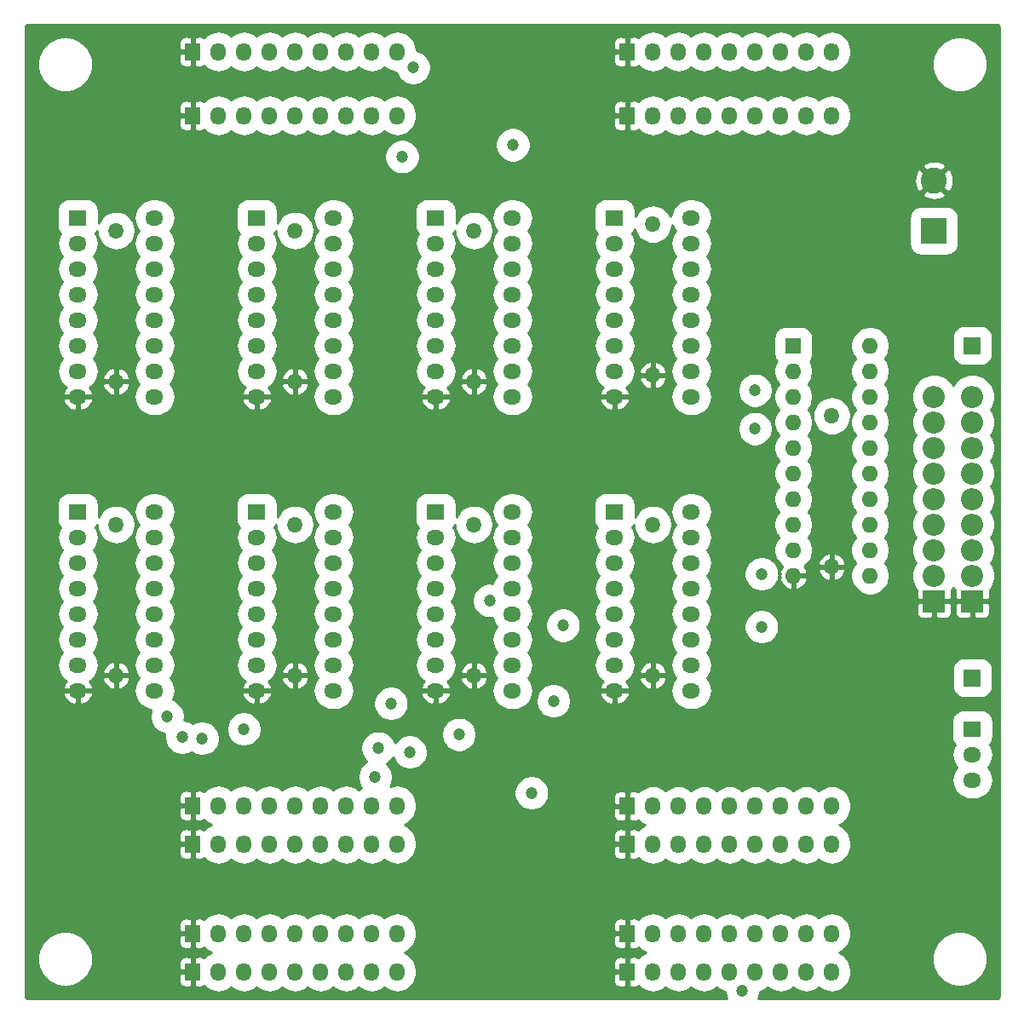
<source format=gbr>
%TF.GenerationSoftware,KiCad,Pcbnew,(5.1.8)-1*%
%TF.CreationDate,2023-02-18T01:15:33+03:00*%
%TF.ProjectId,MUX8x1-v5,4d555838-7831-42d7-9635-2e6b69636164,rev?*%
%TF.SameCoordinates,Original*%
%TF.FileFunction,Copper,L3,Inr*%
%TF.FilePolarity,Positive*%
%FSLAX46Y46*%
G04 Gerber Fmt 4.6, Leading zero omitted, Abs format (unit mm)*
G04 Created by KiCad (PCBNEW (5.1.8)-1) date 2023-02-18 01:15:33*
%MOMM*%
%LPD*%
G01*
G04 APERTURE LIST*
%TA.AperFunction,ComponentPad*%
%ADD10O,1.500000X1.600000*%
%TD*%
%TA.AperFunction,ComponentPad*%
%ADD11O,1.600000X1.600000*%
%TD*%
%TA.AperFunction,ComponentPad*%
%ADD12R,1.600000X1.600000*%
%TD*%
%TA.AperFunction,ComponentPad*%
%ADD13R,1.700000X1.700000*%
%TD*%
%TA.AperFunction,ComponentPad*%
%ADD14O,2.200000X2.200000*%
%TD*%
%TA.AperFunction,ComponentPad*%
%ADD15R,2.200000X2.200000*%
%TD*%
%TA.AperFunction,ComponentPad*%
%ADD16O,1.500000X1.800000*%
%TD*%
%TA.AperFunction,ComponentPad*%
%ADD17R,1.500000X1.800000*%
%TD*%
%TA.AperFunction,ComponentPad*%
%ADD18O,1.800000X1.500000*%
%TD*%
%TA.AperFunction,ComponentPad*%
%ADD19R,1.800000X1.500000*%
%TD*%
%TA.AperFunction,ComponentPad*%
%ADD20C,2.600000*%
%TD*%
%TA.AperFunction,ComponentPad*%
%ADD21R,2.600000X2.600000*%
%TD*%
%TA.AperFunction,ViaPad*%
%ADD22C,1.200000*%
%TD*%
%TA.AperFunction,Conductor*%
%ADD23C,0.254000*%
%TD*%
%TA.AperFunction,Conductor*%
%ADD24C,0.100000*%
%TD*%
G04 APERTURE END LIST*
D10*
%TO.N,GND*%
%TO.C,C9*%
X137160000Y-93105000D03*
%TO.N,VCC*%
X137160000Y-78105000D03*
%TD*%
D11*
%TO.N,VCC*%
%TO.C,U9*%
X140970000Y-71120000D03*
%TO.N,GND*%
X133350000Y-93980000D03*
%TO.N,/~OE*%
X140970000Y-73660000D03*
%TO.N,/O7*%
X133350000Y-91440000D03*
%TO.N,/BUS0*%
X140970000Y-76200000D03*
%TO.N,/O6*%
X133350000Y-88900000D03*
%TO.N,/BUS1*%
X140970000Y-78740000D03*
%TO.N,/O5*%
X133350000Y-86360000D03*
%TO.N,/BUS2*%
X140970000Y-81280000D03*
%TO.N,/O4*%
X133350000Y-83820000D03*
%TO.N,/BUS3*%
X140970000Y-83820000D03*
%TO.N,/O3*%
X133350000Y-81280000D03*
%TO.N,/BUS4*%
X140970000Y-86360000D03*
%TO.N,/O2*%
X133350000Y-78740000D03*
%TO.N,/BUS5*%
X140970000Y-88900000D03*
%TO.N,/O1*%
X133350000Y-76200000D03*
%TO.N,/BUS6*%
X140970000Y-91440000D03*
%TO.N,/O0*%
X133350000Y-73660000D03*
%TO.N,/BUS7*%
X140970000Y-93980000D03*
D12*
%TO.N,Net-(R2-Pad1)*%
X133350000Y-71120000D03*
%TD*%
D13*
%TO.N,/~OE*%
%TO.C,J7*%
X151130000Y-71120000D03*
%TD*%
D14*
%TO.N,/BUS0*%
%TO.C,J3*%
X147320000Y-76200000D03*
%TO.N,/BUS1*%
X147320000Y-78740000D03*
%TO.N,/BUS2*%
X147320000Y-81280000D03*
%TO.N,/BUS3*%
X147320000Y-83820000D03*
%TO.N,/BUS4*%
X147320000Y-86360000D03*
%TO.N,/BUS5*%
X147320000Y-88900000D03*
%TO.N,/BUS6*%
X147320000Y-91440000D03*
%TO.N,/BUS7*%
X147320000Y-93980000D03*
D15*
%TO.N,GND*%
X147320000Y-96520000D03*
%TD*%
D14*
%TO.N,/BUS0*%
%TO.C,J21*%
X151130000Y-76200000D03*
%TO.N,/BUS1*%
X151130000Y-78740000D03*
%TO.N,/BUS2*%
X151130000Y-81280000D03*
%TO.N,/BUS3*%
X151130000Y-83820000D03*
%TO.N,/BUS4*%
X151130000Y-86360000D03*
%TO.N,/BUS5*%
X151130000Y-88900000D03*
%TO.N,/BUS6*%
X151130000Y-91440000D03*
%TO.N,/BUS7*%
X151130000Y-93980000D03*
D15*
%TO.N,GND*%
X151130000Y-96520000D03*
%TD*%
D16*
%TO.N,/H7*%
%TO.C,J18*%
X137160000Y-129540000D03*
%TO.N,/H6*%
X134620000Y-129540000D03*
%TO.N,/H5*%
X132080000Y-129540000D03*
%TO.N,/H4*%
X129540000Y-129540000D03*
%TO.N,/H3*%
X127000000Y-129540000D03*
%TO.N,/H2*%
X124460000Y-129540000D03*
%TO.N,/H1*%
X121920000Y-129540000D03*
%TO.N,/H0*%
X119380000Y-129540000D03*
D17*
%TO.N,GND*%
X116840000Y-129540000D03*
%TD*%
D16*
%TO.N,/H7*%
%TO.C,J16*%
X137160000Y-133350000D03*
%TO.N,/H6*%
X134620000Y-133350000D03*
%TO.N,/H5*%
X132080000Y-133350000D03*
%TO.N,/H4*%
X129540000Y-133350000D03*
%TO.N,/H3*%
X127000000Y-133350000D03*
%TO.N,/H2*%
X124460000Y-133350000D03*
%TO.N,/H1*%
X121920000Y-133350000D03*
%TO.N,/H0*%
X119380000Y-133350000D03*
D17*
%TO.N,GND*%
X116840000Y-133350000D03*
%TD*%
D16*
%TO.N,/D7*%
%TO.C,J15*%
X137160000Y-48260000D03*
%TO.N,/D6*%
X134620000Y-48260000D03*
%TO.N,/D5*%
X132080000Y-48260000D03*
%TO.N,/D4*%
X129540000Y-48260000D03*
%TO.N,/D3*%
X127000000Y-48260000D03*
%TO.N,/D2*%
X124460000Y-48260000D03*
%TO.N,/D1*%
X121920000Y-48260000D03*
%TO.N,/D0*%
X119380000Y-48260000D03*
D17*
%TO.N,GND*%
X116840000Y-48260000D03*
%TD*%
D16*
%TO.N,/G7*%
%TO.C,J14*%
X93980000Y-133350000D03*
%TO.N,/G6*%
X91440000Y-133350000D03*
%TO.N,/G5*%
X88900000Y-133350000D03*
%TO.N,/G4*%
X86360000Y-133350000D03*
%TO.N,/G3*%
X83820000Y-133350000D03*
%TO.N,/G2*%
X81280000Y-133350000D03*
%TO.N,/G1*%
X78740000Y-133350000D03*
%TO.N,/G0*%
X76200000Y-133350000D03*
D17*
%TO.N,GND*%
X73660000Y-133350000D03*
%TD*%
D16*
%TO.N,/G7*%
%TO.C,J12*%
X93980000Y-129540000D03*
%TO.N,/G6*%
X91440000Y-129540000D03*
%TO.N,/G5*%
X88900000Y-129540000D03*
%TO.N,/G4*%
X86360000Y-129540000D03*
%TO.N,/G3*%
X83820000Y-129540000D03*
%TO.N,/G2*%
X81280000Y-129540000D03*
%TO.N,/G1*%
X78740000Y-129540000D03*
%TO.N,/G0*%
X76200000Y-129540000D03*
D17*
%TO.N,GND*%
X73660000Y-129540000D03*
%TD*%
D16*
%TO.N,/C7*%
%TO.C,J11*%
X93980000Y-48260000D03*
%TO.N,/C6*%
X91440000Y-48260000D03*
%TO.N,/C5*%
X88900000Y-48260000D03*
%TO.N,/C4*%
X86360000Y-48260000D03*
%TO.N,/C3*%
X83820000Y-48260000D03*
%TO.N,/C2*%
X81280000Y-48260000D03*
%TO.N,/C1*%
X78740000Y-48260000D03*
%TO.N,/C0*%
X76200000Y-48260000D03*
D17*
%TO.N,GND*%
X73660000Y-48260000D03*
%TD*%
D16*
%TO.N,/F7*%
%TO.C,J8*%
X137160000Y-116880000D03*
%TO.N,/F6*%
X134620000Y-116880000D03*
%TO.N,/F5*%
X132080000Y-116880000D03*
%TO.N,/F4*%
X129540000Y-116880000D03*
%TO.N,/F3*%
X127000000Y-116880000D03*
%TO.N,/F2*%
X124460000Y-116880000D03*
%TO.N,/F1*%
X121920000Y-116880000D03*
%TO.N,/F0*%
X119380000Y-116880000D03*
D17*
%TO.N,GND*%
X116840000Y-116880000D03*
%TD*%
D16*
%TO.N,/F7*%
%TO.C,J6*%
X137160000Y-120650000D03*
%TO.N,/F6*%
X134620000Y-120650000D03*
%TO.N,/F5*%
X132080000Y-120650000D03*
%TO.N,/F4*%
X129540000Y-120650000D03*
%TO.N,/F3*%
X127000000Y-120650000D03*
%TO.N,/F2*%
X124460000Y-120650000D03*
%TO.N,/F1*%
X121920000Y-120650000D03*
%TO.N,/F0*%
X119380000Y-120650000D03*
D17*
%TO.N,GND*%
X116840000Y-120650000D03*
%TD*%
D16*
%TO.N,/B7*%
%TO.C,J5*%
X137160000Y-41910000D03*
%TO.N,/B6*%
X134620000Y-41910000D03*
%TO.N,/B5*%
X132080000Y-41910000D03*
%TO.N,/B4*%
X129540000Y-41910000D03*
%TO.N,/B3*%
X127000000Y-41910000D03*
%TO.N,/B2*%
X124460000Y-41910000D03*
%TO.N,/B1*%
X121920000Y-41910000D03*
%TO.N,/B0*%
X119380000Y-41910000D03*
D17*
%TO.N,GND*%
X116840000Y-41910000D03*
%TD*%
D16*
%TO.N,/E7*%
%TO.C,J4*%
X93980000Y-116840000D03*
%TO.N,/E6*%
X91440000Y-116840000D03*
%TO.N,/E5*%
X88900000Y-116840000D03*
%TO.N,/E4*%
X86360000Y-116840000D03*
%TO.N,/E3*%
X83820000Y-116840000D03*
%TO.N,/E2*%
X81280000Y-116840000D03*
%TO.N,/E1*%
X78740000Y-116840000D03*
%TO.N,/E0*%
X76200000Y-116840000D03*
D17*
%TO.N,GND*%
X73660000Y-116840000D03*
%TD*%
D16*
%TO.N,/E7*%
%TO.C,J2*%
X93980000Y-120650000D03*
%TO.N,/E6*%
X91440000Y-120650000D03*
%TO.N,/E5*%
X88900000Y-120650000D03*
%TO.N,/E4*%
X86360000Y-120650000D03*
%TO.N,/E3*%
X83820000Y-120650000D03*
%TO.N,/E2*%
X81280000Y-120650000D03*
%TO.N,/E1*%
X78740000Y-120650000D03*
%TO.N,/E0*%
X76200000Y-120650000D03*
D17*
%TO.N,GND*%
X73660000Y-120650000D03*
%TD*%
D16*
%TO.N,/A7*%
%TO.C,J1*%
X93980000Y-41910000D03*
%TO.N,/A6*%
X91440000Y-41910000D03*
%TO.N,/A5*%
X88900000Y-41910000D03*
%TO.N,/A4*%
X86360000Y-41910000D03*
%TO.N,/A3*%
X83820000Y-41910000D03*
%TO.N,/A2*%
X81280000Y-41910000D03*
%TO.N,/A1*%
X78740000Y-41910000D03*
%TO.N,/A0*%
X76200000Y-41910000D03*
D17*
%TO.N,GND*%
X73660000Y-41910000D03*
%TD*%
D10*
%TO.N,GND*%
%TO.C,C8*%
X119380000Y-103900000D03*
%TO.N,VCC*%
X119380000Y-88900000D03*
%TD*%
%TO.N,GND*%
%TO.C,C7*%
X101600000Y-103900000D03*
%TO.N,VCC*%
X101600000Y-88900000D03*
%TD*%
%TO.N,GND*%
%TO.C,C6*%
X83820000Y-103900000D03*
%TO.N,VCC*%
X83820000Y-88900000D03*
%TD*%
%TO.N,GND*%
%TO.C,C5*%
X66040000Y-103900000D03*
%TO.N,VCC*%
X66040000Y-88900000D03*
%TD*%
%TO.N,GND*%
%TO.C,C4*%
X119380000Y-74055000D03*
%TO.N,VCC*%
X119380000Y-59055000D03*
%TD*%
%TO.N,GND*%
%TO.C,C3*%
X101600000Y-74690000D03*
%TO.N,VCC*%
X101600000Y-59690000D03*
%TD*%
%TO.N,GND*%
%TO.C,C2*%
X83820000Y-74690000D03*
%TO.N,VCC*%
X83820000Y-59690000D03*
%TD*%
%TO.N,GND*%
%TO.C,C1*%
X66040000Y-74690000D03*
%TO.N,VCC*%
X66040000Y-59690000D03*
%TD*%
D18*
%TO.N,VCC*%
%TO.C,U8*%
X123190000Y-87630000D03*
%TO.N,GND*%
X115570000Y-105410000D03*
%TO.N,/E7*%
X123190000Y-90170000D03*
%TO.N,/~E*%
X115570000Y-102870000D03*
%TO.N,/F7*%
X123190000Y-92710000D03*
%TO.N,Net-(U8-Pad6)*%
X115570000Y-100330000D03*
%TO.N,/G7*%
X123190000Y-95250000D03*
%TO.N,/O7*%
X115570000Y-97790000D03*
%TO.N,/H7*%
X123190000Y-97790000D03*
%TO.N,/A7*%
X115570000Y-95250000D03*
%TO.N,/S0*%
X123190000Y-100330000D03*
%TO.N,/B7*%
X115570000Y-92710000D03*
%TO.N,/S1*%
X123190000Y-102870000D03*
%TO.N,/C7*%
X115570000Y-90170000D03*
%TO.N,/S2*%
X123190000Y-105410000D03*
D19*
%TO.N,/D7*%
X115570000Y-87630000D03*
%TD*%
D18*
%TO.N,VCC*%
%TO.C,U7*%
X105410000Y-87630000D03*
%TO.N,GND*%
X97790000Y-105410000D03*
%TO.N,/E6*%
X105410000Y-90170000D03*
%TO.N,/~E*%
X97790000Y-102870000D03*
%TO.N,/F6*%
X105410000Y-92710000D03*
%TO.N,Net-(U7-Pad6)*%
X97790000Y-100330000D03*
%TO.N,/G6*%
X105410000Y-95250000D03*
%TO.N,/O6*%
X97790000Y-97790000D03*
%TO.N,/H6*%
X105410000Y-97790000D03*
%TO.N,/A6*%
X97790000Y-95250000D03*
%TO.N,/S0*%
X105410000Y-100330000D03*
%TO.N,/B6*%
X97790000Y-92710000D03*
%TO.N,/S1*%
X105410000Y-102870000D03*
%TO.N,/C6*%
X97790000Y-90170000D03*
%TO.N,/S2*%
X105410000Y-105410000D03*
D19*
%TO.N,/D6*%
X97790000Y-87630000D03*
%TD*%
D18*
%TO.N,VCC*%
%TO.C,U6*%
X87630000Y-87630000D03*
%TO.N,GND*%
X80010000Y-105410000D03*
%TO.N,/E5*%
X87630000Y-90170000D03*
%TO.N,/~E*%
X80010000Y-102870000D03*
%TO.N,/F5*%
X87630000Y-92710000D03*
%TO.N,Net-(U6-Pad6)*%
X80010000Y-100330000D03*
%TO.N,/G5*%
X87630000Y-95250000D03*
%TO.N,/O5*%
X80010000Y-97790000D03*
%TO.N,/H5*%
X87630000Y-97790000D03*
%TO.N,/A5*%
X80010000Y-95250000D03*
%TO.N,/S0*%
X87630000Y-100330000D03*
%TO.N,/B5*%
X80010000Y-92710000D03*
%TO.N,/S1*%
X87630000Y-102870000D03*
%TO.N,/C5*%
X80010000Y-90170000D03*
%TO.N,/S2*%
X87630000Y-105410000D03*
D19*
%TO.N,/D5*%
X80010000Y-87630000D03*
%TD*%
D18*
%TO.N,VCC*%
%TO.C,U5*%
X69850000Y-87630000D03*
%TO.N,GND*%
X62230000Y-105410000D03*
%TO.N,/E4*%
X69850000Y-90170000D03*
%TO.N,/~E*%
X62230000Y-102870000D03*
%TO.N,/F4*%
X69850000Y-92710000D03*
%TO.N,Net-(U5-Pad6)*%
X62230000Y-100330000D03*
%TO.N,/G4*%
X69850000Y-95250000D03*
%TO.N,/O4*%
X62230000Y-97790000D03*
%TO.N,/H4*%
X69850000Y-97790000D03*
%TO.N,/A4*%
X62230000Y-95250000D03*
%TO.N,/S0*%
X69850000Y-100330000D03*
%TO.N,/B4*%
X62230000Y-92710000D03*
%TO.N,/S1*%
X69850000Y-102870000D03*
%TO.N,/C4*%
X62230000Y-90170000D03*
%TO.N,/S2*%
X69850000Y-105410000D03*
D19*
%TO.N,/D4*%
X62230000Y-87630000D03*
%TD*%
D18*
%TO.N,VCC*%
%TO.C,U4*%
X123190000Y-58420000D03*
%TO.N,GND*%
X115570000Y-76200000D03*
%TO.N,/E3*%
X123190000Y-60960000D03*
%TO.N,/~E*%
X115570000Y-73660000D03*
%TO.N,/F3*%
X123190000Y-63500000D03*
%TO.N,Net-(U4-Pad6)*%
X115570000Y-71120000D03*
%TO.N,/G3*%
X123190000Y-66040000D03*
%TO.N,/O3*%
X115570000Y-68580000D03*
%TO.N,/H3*%
X123190000Y-68580000D03*
%TO.N,/A3*%
X115570000Y-66040000D03*
%TO.N,/S0*%
X123190000Y-71120000D03*
%TO.N,/B3*%
X115570000Y-63500000D03*
%TO.N,/S1*%
X123190000Y-73660000D03*
%TO.N,/C3*%
X115570000Y-60960000D03*
%TO.N,/S2*%
X123190000Y-76200000D03*
D19*
%TO.N,/D3*%
X115570000Y-58420000D03*
%TD*%
D18*
%TO.N,VCC*%
%TO.C,U3*%
X105410000Y-58420000D03*
%TO.N,GND*%
X97790000Y-76200000D03*
%TO.N,/E2*%
X105410000Y-60960000D03*
%TO.N,/~E*%
X97790000Y-73660000D03*
%TO.N,/F2*%
X105410000Y-63500000D03*
%TO.N,Net-(U3-Pad6)*%
X97790000Y-71120000D03*
%TO.N,/G2*%
X105410000Y-66040000D03*
%TO.N,/O2*%
X97790000Y-68580000D03*
%TO.N,/H2*%
X105410000Y-68580000D03*
%TO.N,/A2*%
X97790000Y-66040000D03*
%TO.N,/S0*%
X105410000Y-71120000D03*
%TO.N,/B2*%
X97790000Y-63500000D03*
%TO.N,/S1*%
X105410000Y-73660000D03*
%TO.N,/C2*%
X97790000Y-60960000D03*
%TO.N,/S2*%
X105410000Y-76200000D03*
D19*
%TO.N,/D2*%
X97790000Y-58420000D03*
%TD*%
D18*
%TO.N,VCC*%
%TO.C,U2*%
X87630000Y-58420000D03*
%TO.N,GND*%
X80010000Y-76200000D03*
%TO.N,/E1*%
X87630000Y-60960000D03*
%TO.N,/~E*%
X80010000Y-73660000D03*
%TO.N,/F1*%
X87630000Y-63500000D03*
%TO.N,Net-(U2-Pad6)*%
X80010000Y-71120000D03*
%TO.N,/G1*%
X87630000Y-66040000D03*
%TO.N,/O1*%
X80010000Y-68580000D03*
%TO.N,/H1*%
X87630000Y-68580000D03*
%TO.N,/A1*%
X80010000Y-66040000D03*
%TO.N,/S0*%
X87630000Y-71120000D03*
%TO.N,/B1*%
X80010000Y-63500000D03*
%TO.N,/S1*%
X87630000Y-73660000D03*
%TO.N,/C1*%
X80010000Y-60960000D03*
%TO.N,/S2*%
X87630000Y-76200000D03*
D19*
%TO.N,/D1*%
X80010000Y-58420000D03*
%TD*%
D18*
%TO.N,VCC*%
%TO.C,U1*%
X69850000Y-58420000D03*
%TO.N,GND*%
X62230000Y-76200000D03*
%TO.N,/E0*%
X69850000Y-60960000D03*
%TO.N,/~E*%
X62230000Y-73660000D03*
%TO.N,/F0*%
X69850000Y-63500000D03*
%TO.N,Net-(U1-Pad6)*%
X62230000Y-71120000D03*
%TO.N,/G0*%
X69850000Y-66040000D03*
%TO.N,/O0*%
X62230000Y-68580000D03*
%TO.N,/H0*%
X69850000Y-68580000D03*
%TO.N,/A0*%
X62230000Y-66040000D03*
%TO.N,/S0*%
X69850000Y-71120000D03*
%TO.N,/B0*%
X62230000Y-63500000D03*
%TO.N,/S1*%
X69850000Y-73660000D03*
%TO.N,/C0*%
X62230000Y-60960000D03*
%TO.N,/S2*%
X69850000Y-76200000D03*
D19*
%TO.N,/D0*%
X62230000Y-58420000D03*
%TD*%
D13*
%TO.N,/~E*%
%TO.C,J20*%
X151130000Y-104140000D03*
%TD*%
D18*
%TO.N,/S2*%
%TO.C,J10*%
X151130000Y-114300000D03*
%TO.N,/S1*%
X151130000Y-111760000D03*
D19*
%TO.N,/S0*%
X151130000Y-109220000D03*
%TD*%
D20*
%TO.N,GND*%
%TO.C,J9*%
X147320000Y-54690000D03*
D21*
%TO.N,VCC*%
X147320000Y-59690000D03*
%TD*%
D22*
%TO.N,GND*%
X147320000Y-67441700D03*
X146163200Y-126360500D03*
%TO.N,/A3*%
X95562400Y-43502600D03*
%TO.N,/E7*%
X103150200Y-96450300D03*
%TO.N,/E4*%
X72581100Y-110046100D03*
%TO.N,/E3*%
X128270000Y-135255000D03*
%TO.N,/E2*%
X91785800Y-113982500D03*
%TO.N,/F7*%
X130175000Y-93804100D03*
%TO.N,/F6*%
X109488300Y-106416100D03*
%TO.N,/F5*%
X93345000Y-106680000D03*
%TO.N,/F4*%
X71120000Y-107950000D03*
%TO.N,/F1*%
X100094150Y-109773350D03*
%TO.N,/F0*%
X78740000Y-109220000D03*
%TO.N,/C3*%
X105463200Y-51170400D03*
%TO.N,/C2*%
X94463100Y-52335500D03*
%TO.N,/G7*%
X110449000Y-98919000D03*
%TO.N,/G3*%
X129540000Y-75565000D03*
%TO.N,/H7*%
X130175000Y-99060000D03*
%TO.N,/H6*%
X107315000Y-115570000D03*
%TO.N,/H5*%
X92075000Y-111125000D03*
%TO.N,/H1*%
X95250000Y-111506600D03*
%TO.N,/H0*%
X74595700Y-110155700D03*
%TO.N,/O0*%
X129540000Y-79375000D03*
%TD*%
D23*
%TO.N,GND*%
X153688726Y-39275438D02*
X153706732Y-39280874D01*
X153723348Y-39289709D01*
X153737927Y-39301599D01*
X153749919Y-39316095D01*
X153758867Y-39332644D01*
X153764430Y-39350615D01*
X153772000Y-39422642D01*
X153772001Y-135832861D01*
X153764562Y-135908726D01*
X153759126Y-135926733D01*
X153750291Y-135943348D01*
X153738402Y-135957925D01*
X153723905Y-135969919D01*
X153707355Y-135978867D01*
X153689386Y-135984430D01*
X153617358Y-135992000D01*
X129851335Y-135992000D01*
X129946018Y-135763414D01*
X130013000Y-135426671D01*
X130013000Y-135334697D01*
X130267925Y-135257366D01*
X130596783Y-135081587D01*
X130810000Y-134906605D01*
X131023217Y-135081587D01*
X131352076Y-135257366D01*
X131708908Y-135365610D01*
X132080000Y-135402159D01*
X132451093Y-135365610D01*
X132807925Y-135257366D01*
X133136783Y-135081587D01*
X133350000Y-134906605D01*
X133563217Y-135081587D01*
X133892076Y-135257366D01*
X134248908Y-135365610D01*
X134620000Y-135402159D01*
X134991093Y-135365610D01*
X135347925Y-135257366D01*
X135676783Y-135081587D01*
X135890000Y-134906605D01*
X136103217Y-135081587D01*
X136432076Y-135257366D01*
X136788908Y-135365610D01*
X137160000Y-135402159D01*
X137531093Y-135365610D01*
X137887925Y-135257366D01*
X138216783Y-135081587D01*
X138505030Y-134845030D01*
X138741587Y-134556783D01*
X138917366Y-134227924D01*
X139025610Y-133871092D01*
X139053000Y-133592993D01*
X139053000Y-133107006D01*
X139025610Y-132828907D01*
X138917366Y-132472075D01*
X138741587Y-132143217D01*
X138505030Y-131854970D01*
X138450037Y-131809838D01*
X147117000Y-131809838D01*
X147117000Y-132350162D01*
X147222412Y-132880104D01*
X147429185Y-133379298D01*
X147729373Y-133828560D01*
X148111440Y-134210627D01*
X148560702Y-134510815D01*
X149059896Y-134717588D01*
X149589838Y-134823000D01*
X150130162Y-134823000D01*
X150660104Y-134717588D01*
X151159298Y-134510815D01*
X151608560Y-134210627D01*
X151990627Y-133828560D01*
X152290815Y-133379298D01*
X152497588Y-132880104D01*
X152603000Y-132350162D01*
X152603000Y-131809838D01*
X152497588Y-131279896D01*
X152290815Y-130780702D01*
X151990627Y-130331440D01*
X151608560Y-129949373D01*
X151159298Y-129649185D01*
X150660104Y-129442412D01*
X150130162Y-129337000D01*
X149589838Y-129337000D01*
X149059896Y-129442412D01*
X148560702Y-129649185D01*
X148111440Y-129949373D01*
X147729373Y-130331440D01*
X147429185Y-130780702D01*
X147222412Y-131279896D01*
X147117000Y-131809838D01*
X138450037Y-131809838D01*
X138216783Y-131618413D01*
X137892351Y-131445000D01*
X138216783Y-131271587D01*
X138505030Y-131035030D01*
X138741587Y-130746783D01*
X138917366Y-130417924D01*
X139025610Y-130061092D01*
X139053000Y-129782993D01*
X139053000Y-129297006D01*
X139025610Y-129018907D01*
X138917366Y-128662075D01*
X138741587Y-128333217D01*
X138505030Y-128044970D01*
X138216783Y-127808413D01*
X137887924Y-127632634D01*
X137531092Y-127524390D01*
X137160000Y-127487841D01*
X136788907Y-127524390D01*
X136432075Y-127632634D01*
X136103217Y-127808413D01*
X135890000Y-127983395D01*
X135676783Y-127808413D01*
X135347924Y-127632634D01*
X134991092Y-127524390D01*
X134620000Y-127487841D01*
X134248907Y-127524390D01*
X133892075Y-127632634D01*
X133563217Y-127808413D01*
X133350000Y-127983395D01*
X133136783Y-127808413D01*
X132807924Y-127632634D01*
X132451092Y-127524390D01*
X132080000Y-127487841D01*
X131708907Y-127524390D01*
X131352075Y-127632634D01*
X131023217Y-127808413D01*
X130810000Y-127983395D01*
X130596783Y-127808413D01*
X130267924Y-127632634D01*
X129911092Y-127524390D01*
X129540000Y-127487841D01*
X129168907Y-127524390D01*
X128812075Y-127632634D01*
X128483217Y-127808413D01*
X128270000Y-127983395D01*
X128056783Y-127808413D01*
X127727924Y-127632634D01*
X127371092Y-127524390D01*
X127000000Y-127487841D01*
X126628907Y-127524390D01*
X126272075Y-127632634D01*
X125943217Y-127808413D01*
X125730000Y-127983395D01*
X125516783Y-127808413D01*
X125187924Y-127632634D01*
X124831092Y-127524390D01*
X124460000Y-127487841D01*
X124088907Y-127524390D01*
X123732075Y-127632634D01*
X123403217Y-127808413D01*
X123190000Y-127983395D01*
X122976783Y-127808413D01*
X122647924Y-127632634D01*
X122291092Y-127524390D01*
X121920000Y-127487841D01*
X121548907Y-127524390D01*
X121192075Y-127632634D01*
X120863217Y-127808413D01*
X120650000Y-127983395D01*
X120436783Y-127808413D01*
X120107924Y-127632634D01*
X119751092Y-127524390D01*
X119380000Y-127487841D01*
X119008907Y-127524390D01*
X118652075Y-127632634D01*
X118323217Y-127808413D01*
X118034970Y-128044970D01*
X117966931Y-128127876D01*
X117944494Y-128109463D01*
X117834180Y-128050498D01*
X117714482Y-128014188D01*
X117590000Y-128001928D01*
X117125750Y-128005000D01*
X116967000Y-128163750D01*
X116967000Y-129413000D01*
X116987000Y-129413000D01*
X116987000Y-129667000D01*
X116967000Y-129667000D01*
X116967000Y-130916250D01*
X117125750Y-131075000D01*
X117590000Y-131078072D01*
X117714482Y-131065812D01*
X117834180Y-131029502D01*
X117944494Y-130970537D01*
X117966931Y-130952124D01*
X118034970Y-131035030D01*
X118323217Y-131271587D01*
X118647649Y-131445000D01*
X118323217Y-131618413D01*
X118034970Y-131854970D01*
X117966931Y-131937876D01*
X117944494Y-131919463D01*
X117834180Y-131860498D01*
X117714482Y-131824188D01*
X117590000Y-131811928D01*
X117125750Y-131815000D01*
X116967000Y-131973750D01*
X116967000Y-133223000D01*
X116987000Y-133223000D01*
X116987000Y-133477000D01*
X116967000Y-133477000D01*
X116967000Y-134726250D01*
X117125750Y-134885000D01*
X117590000Y-134888072D01*
X117714482Y-134875812D01*
X117834180Y-134839502D01*
X117944494Y-134780537D01*
X117966931Y-134762124D01*
X118034970Y-134845030D01*
X118323217Y-135081587D01*
X118652076Y-135257366D01*
X119008908Y-135365610D01*
X119380000Y-135402159D01*
X119751093Y-135365610D01*
X120107925Y-135257366D01*
X120436783Y-135081587D01*
X120650000Y-134906605D01*
X120863217Y-135081587D01*
X121192076Y-135257366D01*
X121548908Y-135365610D01*
X121920000Y-135402159D01*
X122291093Y-135365610D01*
X122647925Y-135257366D01*
X122976783Y-135081587D01*
X123190000Y-134906605D01*
X123403217Y-135081587D01*
X123732076Y-135257366D01*
X124088908Y-135365610D01*
X124460000Y-135402159D01*
X124831093Y-135365610D01*
X125187925Y-135257366D01*
X125516783Y-135081587D01*
X125730000Y-134906605D01*
X125943217Y-135081587D01*
X126272076Y-135257366D01*
X126527000Y-135334696D01*
X126527000Y-135426671D01*
X126593982Y-135763414D01*
X126688665Y-135992000D01*
X57207129Y-135992000D01*
X57131274Y-135984562D01*
X57113267Y-135979126D01*
X57096652Y-135970291D01*
X57082075Y-135958402D01*
X57070081Y-135943905D01*
X57061133Y-135927355D01*
X57055570Y-135909386D01*
X57048000Y-135837358D01*
X57048000Y-131809838D01*
X58217000Y-131809838D01*
X58217000Y-132350162D01*
X58322412Y-132880104D01*
X58529185Y-133379298D01*
X58829373Y-133828560D01*
X59211440Y-134210627D01*
X59660702Y-134510815D01*
X60159896Y-134717588D01*
X60689838Y-134823000D01*
X61230162Y-134823000D01*
X61760104Y-134717588D01*
X62259298Y-134510815D01*
X62649634Y-134250000D01*
X72271928Y-134250000D01*
X72284188Y-134374482D01*
X72320498Y-134494180D01*
X72379463Y-134604494D01*
X72458815Y-134701185D01*
X72555506Y-134780537D01*
X72665820Y-134839502D01*
X72785518Y-134875812D01*
X72910000Y-134888072D01*
X73374250Y-134885000D01*
X73533000Y-134726250D01*
X73533000Y-133477000D01*
X72433750Y-133477000D01*
X72275000Y-133635750D01*
X72271928Y-134250000D01*
X62649634Y-134250000D01*
X62708560Y-134210627D01*
X63090627Y-133828560D01*
X63390815Y-133379298D01*
X63597588Y-132880104D01*
X63683140Y-132450000D01*
X72271928Y-132450000D01*
X72275000Y-133064250D01*
X72433750Y-133223000D01*
X73533000Y-133223000D01*
X73533000Y-131973750D01*
X73374250Y-131815000D01*
X72910000Y-131811928D01*
X72785518Y-131824188D01*
X72665820Y-131860498D01*
X72555506Y-131919463D01*
X72458815Y-131998815D01*
X72379463Y-132095506D01*
X72320498Y-132205820D01*
X72284188Y-132325518D01*
X72271928Y-132450000D01*
X63683140Y-132450000D01*
X63703000Y-132350162D01*
X63703000Y-131809838D01*
X63597588Y-131279896D01*
X63390815Y-130780702D01*
X63163165Y-130440000D01*
X72271928Y-130440000D01*
X72284188Y-130564482D01*
X72320498Y-130684180D01*
X72379463Y-130794494D01*
X72458815Y-130891185D01*
X72555506Y-130970537D01*
X72665820Y-131029502D01*
X72785518Y-131065812D01*
X72910000Y-131078072D01*
X73374250Y-131075000D01*
X73533000Y-130916250D01*
X73533000Y-129667000D01*
X72433750Y-129667000D01*
X72275000Y-129825750D01*
X72271928Y-130440000D01*
X63163165Y-130440000D01*
X63090627Y-130331440D01*
X62708560Y-129949373D01*
X62259298Y-129649185D01*
X61760104Y-129442412D01*
X61230162Y-129337000D01*
X60689838Y-129337000D01*
X60159896Y-129442412D01*
X59660702Y-129649185D01*
X59211440Y-129949373D01*
X58829373Y-130331440D01*
X58529185Y-130780702D01*
X58322412Y-131279896D01*
X58217000Y-131809838D01*
X57048000Y-131809838D01*
X57048000Y-128640000D01*
X72271928Y-128640000D01*
X72275000Y-129254250D01*
X72433750Y-129413000D01*
X73533000Y-129413000D01*
X73533000Y-128163750D01*
X73787000Y-128163750D01*
X73787000Y-129413000D01*
X73807000Y-129413000D01*
X73807000Y-129667000D01*
X73787000Y-129667000D01*
X73787000Y-130916250D01*
X73945750Y-131075000D01*
X74410000Y-131078072D01*
X74534482Y-131065812D01*
X74654180Y-131029502D01*
X74764494Y-130970537D01*
X74786931Y-130952124D01*
X74854970Y-131035030D01*
X75143217Y-131271587D01*
X75467649Y-131445000D01*
X75143217Y-131618413D01*
X74854970Y-131854970D01*
X74786931Y-131937876D01*
X74764494Y-131919463D01*
X74654180Y-131860498D01*
X74534482Y-131824188D01*
X74410000Y-131811928D01*
X73945750Y-131815000D01*
X73787000Y-131973750D01*
X73787000Y-133223000D01*
X73807000Y-133223000D01*
X73807000Y-133477000D01*
X73787000Y-133477000D01*
X73787000Y-134726250D01*
X73945750Y-134885000D01*
X74410000Y-134888072D01*
X74534482Y-134875812D01*
X74654180Y-134839502D01*
X74764494Y-134780537D01*
X74786931Y-134762124D01*
X74854970Y-134845030D01*
X75143217Y-135081587D01*
X75472076Y-135257366D01*
X75828908Y-135365610D01*
X76200000Y-135402159D01*
X76571093Y-135365610D01*
X76927925Y-135257366D01*
X77256783Y-135081587D01*
X77470000Y-134906605D01*
X77683217Y-135081587D01*
X78012076Y-135257366D01*
X78368908Y-135365610D01*
X78740000Y-135402159D01*
X79111093Y-135365610D01*
X79467925Y-135257366D01*
X79796783Y-135081587D01*
X80010000Y-134906605D01*
X80223217Y-135081587D01*
X80552076Y-135257366D01*
X80908908Y-135365610D01*
X81280000Y-135402159D01*
X81651093Y-135365610D01*
X82007925Y-135257366D01*
X82336783Y-135081587D01*
X82550000Y-134906605D01*
X82763217Y-135081587D01*
X83092076Y-135257366D01*
X83448908Y-135365610D01*
X83820000Y-135402159D01*
X84191093Y-135365610D01*
X84547925Y-135257366D01*
X84876783Y-135081587D01*
X85090000Y-134906605D01*
X85303217Y-135081587D01*
X85632076Y-135257366D01*
X85988908Y-135365610D01*
X86360000Y-135402159D01*
X86731093Y-135365610D01*
X87087925Y-135257366D01*
X87416783Y-135081587D01*
X87630000Y-134906605D01*
X87843217Y-135081587D01*
X88172076Y-135257366D01*
X88528908Y-135365610D01*
X88900000Y-135402159D01*
X89271093Y-135365610D01*
X89627925Y-135257366D01*
X89956783Y-135081587D01*
X90170000Y-134906605D01*
X90383217Y-135081587D01*
X90712076Y-135257366D01*
X91068908Y-135365610D01*
X91440000Y-135402159D01*
X91811093Y-135365610D01*
X92167925Y-135257366D01*
X92496783Y-135081587D01*
X92710000Y-134906605D01*
X92923217Y-135081587D01*
X93252076Y-135257366D01*
X93608908Y-135365610D01*
X93980000Y-135402159D01*
X94351093Y-135365610D01*
X94707925Y-135257366D01*
X95036783Y-135081587D01*
X95325030Y-134845030D01*
X95561587Y-134556783D01*
X95725566Y-134250000D01*
X115451928Y-134250000D01*
X115464188Y-134374482D01*
X115500498Y-134494180D01*
X115559463Y-134604494D01*
X115638815Y-134701185D01*
X115735506Y-134780537D01*
X115845820Y-134839502D01*
X115965518Y-134875812D01*
X116090000Y-134888072D01*
X116554250Y-134885000D01*
X116713000Y-134726250D01*
X116713000Y-133477000D01*
X115613750Y-133477000D01*
X115455000Y-133635750D01*
X115451928Y-134250000D01*
X95725566Y-134250000D01*
X95737366Y-134227924D01*
X95845610Y-133871092D01*
X95873000Y-133592993D01*
X95873000Y-133107006D01*
X95845610Y-132828907D01*
X95737366Y-132472075D01*
X95725567Y-132450000D01*
X115451928Y-132450000D01*
X115455000Y-133064250D01*
X115613750Y-133223000D01*
X116713000Y-133223000D01*
X116713000Y-131973750D01*
X116554250Y-131815000D01*
X116090000Y-131811928D01*
X115965518Y-131824188D01*
X115845820Y-131860498D01*
X115735506Y-131919463D01*
X115638815Y-131998815D01*
X115559463Y-132095506D01*
X115500498Y-132205820D01*
X115464188Y-132325518D01*
X115451928Y-132450000D01*
X95725567Y-132450000D01*
X95561587Y-132143217D01*
X95325030Y-131854970D01*
X95036783Y-131618413D01*
X94712351Y-131445000D01*
X95036783Y-131271587D01*
X95325030Y-131035030D01*
X95561587Y-130746783D01*
X95725566Y-130440000D01*
X115451928Y-130440000D01*
X115464188Y-130564482D01*
X115500498Y-130684180D01*
X115559463Y-130794494D01*
X115638815Y-130891185D01*
X115735506Y-130970537D01*
X115845820Y-131029502D01*
X115965518Y-131065812D01*
X116090000Y-131078072D01*
X116554250Y-131075000D01*
X116713000Y-130916250D01*
X116713000Y-129667000D01*
X115613750Y-129667000D01*
X115455000Y-129825750D01*
X115451928Y-130440000D01*
X95725566Y-130440000D01*
X95737366Y-130417924D01*
X95845610Y-130061092D01*
X95873000Y-129782993D01*
X95873000Y-129297006D01*
X95845610Y-129018907D01*
X95737366Y-128662075D01*
X95725567Y-128640000D01*
X115451928Y-128640000D01*
X115455000Y-129254250D01*
X115613750Y-129413000D01*
X116713000Y-129413000D01*
X116713000Y-128163750D01*
X116554250Y-128005000D01*
X116090000Y-128001928D01*
X115965518Y-128014188D01*
X115845820Y-128050498D01*
X115735506Y-128109463D01*
X115638815Y-128188815D01*
X115559463Y-128285506D01*
X115500498Y-128395820D01*
X115464188Y-128515518D01*
X115451928Y-128640000D01*
X95725567Y-128640000D01*
X95561587Y-128333217D01*
X95325030Y-128044970D01*
X95036783Y-127808413D01*
X94707924Y-127632634D01*
X94351092Y-127524390D01*
X93980000Y-127487841D01*
X93608907Y-127524390D01*
X93252075Y-127632634D01*
X92923217Y-127808413D01*
X92710000Y-127983395D01*
X92496783Y-127808413D01*
X92167924Y-127632634D01*
X91811092Y-127524390D01*
X91440000Y-127487841D01*
X91068907Y-127524390D01*
X90712075Y-127632634D01*
X90383217Y-127808413D01*
X90170000Y-127983395D01*
X89956783Y-127808413D01*
X89627924Y-127632634D01*
X89271092Y-127524390D01*
X88900000Y-127487841D01*
X88528907Y-127524390D01*
X88172075Y-127632634D01*
X87843217Y-127808413D01*
X87630000Y-127983395D01*
X87416783Y-127808413D01*
X87087924Y-127632634D01*
X86731092Y-127524390D01*
X86360000Y-127487841D01*
X85988907Y-127524390D01*
X85632075Y-127632634D01*
X85303217Y-127808413D01*
X85090000Y-127983395D01*
X84876783Y-127808413D01*
X84547924Y-127632634D01*
X84191092Y-127524390D01*
X83820000Y-127487841D01*
X83448907Y-127524390D01*
X83092075Y-127632634D01*
X82763217Y-127808413D01*
X82550000Y-127983395D01*
X82336783Y-127808413D01*
X82007924Y-127632634D01*
X81651092Y-127524390D01*
X81280000Y-127487841D01*
X80908907Y-127524390D01*
X80552075Y-127632634D01*
X80223217Y-127808413D01*
X80010000Y-127983395D01*
X79796783Y-127808413D01*
X79467924Y-127632634D01*
X79111092Y-127524390D01*
X78740000Y-127487841D01*
X78368907Y-127524390D01*
X78012075Y-127632634D01*
X77683217Y-127808413D01*
X77470000Y-127983395D01*
X77256783Y-127808413D01*
X76927924Y-127632634D01*
X76571092Y-127524390D01*
X76200000Y-127487841D01*
X75828907Y-127524390D01*
X75472075Y-127632634D01*
X75143217Y-127808413D01*
X74854970Y-128044970D01*
X74786931Y-128127876D01*
X74764494Y-128109463D01*
X74654180Y-128050498D01*
X74534482Y-128014188D01*
X74410000Y-128001928D01*
X73945750Y-128005000D01*
X73787000Y-128163750D01*
X73533000Y-128163750D01*
X73374250Y-128005000D01*
X72910000Y-128001928D01*
X72785518Y-128014188D01*
X72665820Y-128050498D01*
X72555506Y-128109463D01*
X72458815Y-128188815D01*
X72379463Y-128285506D01*
X72320498Y-128395820D01*
X72284188Y-128515518D01*
X72271928Y-128640000D01*
X57048000Y-128640000D01*
X57048000Y-121550000D01*
X72271928Y-121550000D01*
X72284188Y-121674482D01*
X72320498Y-121794180D01*
X72379463Y-121904494D01*
X72458815Y-122001185D01*
X72555506Y-122080537D01*
X72665820Y-122139502D01*
X72785518Y-122175812D01*
X72910000Y-122188072D01*
X73374250Y-122185000D01*
X73533000Y-122026250D01*
X73533000Y-120777000D01*
X72433750Y-120777000D01*
X72275000Y-120935750D01*
X72271928Y-121550000D01*
X57048000Y-121550000D01*
X57048000Y-119750000D01*
X72271928Y-119750000D01*
X72275000Y-120364250D01*
X72433750Y-120523000D01*
X73533000Y-120523000D01*
X73533000Y-119273750D01*
X73374250Y-119115000D01*
X72910000Y-119111928D01*
X72785518Y-119124188D01*
X72665820Y-119160498D01*
X72555506Y-119219463D01*
X72458815Y-119298815D01*
X72379463Y-119395506D01*
X72320498Y-119505820D01*
X72284188Y-119625518D01*
X72271928Y-119750000D01*
X57048000Y-119750000D01*
X57048000Y-117740000D01*
X72271928Y-117740000D01*
X72284188Y-117864482D01*
X72320498Y-117984180D01*
X72379463Y-118094494D01*
X72458815Y-118191185D01*
X72555506Y-118270537D01*
X72665820Y-118329502D01*
X72785518Y-118365812D01*
X72910000Y-118378072D01*
X73374250Y-118375000D01*
X73533000Y-118216250D01*
X73533000Y-116967000D01*
X72433750Y-116967000D01*
X72275000Y-117125750D01*
X72271928Y-117740000D01*
X57048000Y-117740000D01*
X57048000Y-115940000D01*
X72271928Y-115940000D01*
X72275000Y-116554250D01*
X72433750Y-116713000D01*
X73533000Y-116713000D01*
X73533000Y-115463750D01*
X73787000Y-115463750D01*
X73787000Y-116713000D01*
X73807000Y-116713000D01*
X73807000Y-116967000D01*
X73787000Y-116967000D01*
X73787000Y-118216250D01*
X73945750Y-118375000D01*
X74410000Y-118378072D01*
X74534482Y-118365812D01*
X74654180Y-118329502D01*
X74764494Y-118270537D01*
X74786931Y-118252124D01*
X74854970Y-118335030D01*
X75143217Y-118571587D01*
X75467649Y-118745000D01*
X75143217Y-118918413D01*
X74854970Y-119154970D01*
X74786931Y-119237876D01*
X74764494Y-119219463D01*
X74654180Y-119160498D01*
X74534482Y-119124188D01*
X74410000Y-119111928D01*
X73945750Y-119115000D01*
X73787000Y-119273750D01*
X73787000Y-120523000D01*
X73807000Y-120523000D01*
X73807000Y-120777000D01*
X73787000Y-120777000D01*
X73787000Y-122026250D01*
X73945750Y-122185000D01*
X74410000Y-122188072D01*
X74534482Y-122175812D01*
X74654180Y-122139502D01*
X74764494Y-122080537D01*
X74786931Y-122062124D01*
X74854970Y-122145030D01*
X75143217Y-122381587D01*
X75472076Y-122557366D01*
X75828908Y-122665610D01*
X76200000Y-122702159D01*
X76571093Y-122665610D01*
X76927925Y-122557366D01*
X77256783Y-122381587D01*
X77470000Y-122206605D01*
X77683217Y-122381587D01*
X78012076Y-122557366D01*
X78368908Y-122665610D01*
X78740000Y-122702159D01*
X79111093Y-122665610D01*
X79467925Y-122557366D01*
X79796783Y-122381587D01*
X80010000Y-122206605D01*
X80223217Y-122381587D01*
X80552076Y-122557366D01*
X80908908Y-122665610D01*
X81280000Y-122702159D01*
X81651093Y-122665610D01*
X82007925Y-122557366D01*
X82336783Y-122381587D01*
X82550000Y-122206605D01*
X82763217Y-122381587D01*
X83092076Y-122557366D01*
X83448908Y-122665610D01*
X83820000Y-122702159D01*
X84191093Y-122665610D01*
X84547925Y-122557366D01*
X84876783Y-122381587D01*
X85090000Y-122206605D01*
X85303217Y-122381587D01*
X85632076Y-122557366D01*
X85988908Y-122665610D01*
X86360000Y-122702159D01*
X86731093Y-122665610D01*
X87087925Y-122557366D01*
X87416783Y-122381587D01*
X87630000Y-122206605D01*
X87843217Y-122381587D01*
X88172076Y-122557366D01*
X88528908Y-122665610D01*
X88900000Y-122702159D01*
X89271093Y-122665610D01*
X89627925Y-122557366D01*
X89956783Y-122381587D01*
X90170000Y-122206605D01*
X90383217Y-122381587D01*
X90712076Y-122557366D01*
X91068908Y-122665610D01*
X91440000Y-122702159D01*
X91811093Y-122665610D01*
X92167925Y-122557366D01*
X92496783Y-122381587D01*
X92710000Y-122206605D01*
X92923217Y-122381587D01*
X93252076Y-122557366D01*
X93608908Y-122665610D01*
X93980000Y-122702159D01*
X94351093Y-122665610D01*
X94707925Y-122557366D01*
X95036783Y-122381587D01*
X95325030Y-122145030D01*
X95561587Y-121856783D01*
X95725566Y-121550000D01*
X115451928Y-121550000D01*
X115464188Y-121674482D01*
X115500498Y-121794180D01*
X115559463Y-121904494D01*
X115638815Y-122001185D01*
X115735506Y-122080537D01*
X115845820Y-122139502D01*
X115965518Y-122175812D01*
X116090000Y-122188072D01*
X116554250Y-122185000D01*
X116713000Y-122026250D01*
X116713000Y-120777000D01*
X115613750Y-120777000D01*
X115455000Y-120935750D01*
X115451928Y-121550000D01*
X95725566Y-121550000D01*
X95737366Y-121527924D01*
X95845610Y-121171092D01*
X95873000Y-120892993D01*
X95873000Y-120407006D01*
X95845610Y-120128907D01*
X95737366Y-119772075D01*
X95725567Y-119750000D01*
X115451928Y-119750000D01*
X115455000Y-120364250D01*
X115613750Y-120523000D01*
X116713000Y-120523000D01*
X116713000Y-119273750D01*
X116554250Y-119115000D01*
X116090000Y-119111928D01*
X115965518Y-119124188D01*
X115845820Y-119160498D01*
X115735506Y-119219463D01*
X115638815Y-119298815D01*
X115559463Y-119395506D01*
X115500498Y-119505820D01*
X115464188Y-119625518D01*
X115451928Y-119750000D01*
X95725567Y-119750000D01*
X95561587Y-119443217D01*
X95325030Y-119154970D01*
X95036783Y-118918413D01*
X94712351Y-118745000D01*
X95036783Y-118571587D01*
X95325030Y-118335030D01*
X95561587Y-118046783D01*
X95704185Y-117780000D01*
X115451928Y-117780000D01*
X115464188Y-117904482D01*
X115500498Y-118024180D01*
X115559463Y-118134494D01*
X115638815Y-118231185D01*
X115735506Y-118310537D01*
X115845820Y-118369502D01*
X115965518Y-118405812D01*
X116090000Y-118418072D01*
X116554250Y-118415000D01*
X116713000Y-118256250D01*
X116713000Y-117007000D01*
X115613750Y-117007000D01*
X115455000Y-117165750D01*
X115451928Y-117780000D01*
X95704185Y-117780000D01*
X95737366Y-117717924D01*
X95845610Y-117361092D01*
X95873000Y-117082993D01*
X95873000Y-116597006D01*
X95845610Y-116318907D01*
X95737366Y-115962075D01*
X95561587Y-115633217D01*
X95368821Y-115398329D01*
X105572000Y-115398329D01*
X105572000Y-115741671D01*
X105638982Y-116078414D01*
X105770373Y-116395620D01*
X105961123Y-116681098D01*
X106203902Y-116923877D01*
X106489380Y-117114627D01*
X106806586Y-117246018D01*
X107143329Y-117313000D01*
X107486671Y-117313000D01*
X107823414Y-117246018D01*
X108140620Y-117114627D01*
X108426098Y-116923877D01*
X108668877Y-116681098D01*
X108859627Y-116395620D01*
X108991018Y-116078414D01*
X109010593Y-115980000D01*
X115451928Y-115980000D01*
X115455000Y-116594250D01*
X115613750Y-116753000D01*
X116713000Y-116753000D01*
X116713000Y-115503750D01*
X116967000Y-115503750D01*
X116967000Y-116753000D01*
X116987000Y-116753000D01*
X116987000Y-117007000D01*
X116967000Y-117007000D01*
X116967000Y-118256250D01*
X117125750Y-118415000D01*
X117590000Y-118418072D01*
X117714482Y-118405812D01*
X117834180Y-118369502D01*
X117944494Y-118310537D01*
X117966931Y-118292124D01*
X118034970Y-118375030D01*
X118323217Y-118611587D01*
X118610232Y-118765000D01*
X118323217Y-118918413D01*
X118034970Y-119154970D01*
X117966931Y-119237876D01*
X117944494Y-119219463D01*
X117834180Y-119160498D01*
X117714482Y-119124188D01*
X117590000Y-119111928D01*
X117125750Y-119115000D01*
X116967000Y-119273750D01*
X116967000Y-120523000D01*
X116987000Y-120523000D01*
X116987000Y-120777000D01*
X116967000Y-120777000D01*
X116967000Y-122026250D01*
X117125750Y-122185000D01*
X117590000Y-122188072D01*
X117714482Y-122175812D01*
X117834180Y-122139502D01*
X117944494Y-122080537D01*
X117966931Y-122062124D01*
X118034970Y-122145030D01*
X118323217Y-122381587D01*
X118652076Y-122557366D01*
X119008908Y-122665610D01*
X119380000Y-122702159D01*
X119751093Y-122665610D01*
X120107925Y-122557366D01*
X120436783Y-122381587D01*
X120650000Y-122206605D01*
X120863217Y-122381587D01*
X121192076Y-122557366D01*
X121548908Y-122665610D01*
X121920000Y-122702159D01*
X122291093Y-122665610D01*
X122647925Y-122557366D01*
X122976783Y-122381587D01*
X123190000Y-122206605D01*
X123403217Y-122381587D01*
X123732076Y-122557366D01*
X124088908Y-122665610D01*
X124460000Y-122702159D01*
X124831093Y-122665610D01*
X125187925Y-122557366D01*
X125516783Y-122381587D01*
X125730000Y-122206605D01*
X125943217Y-122381587D01*
X126272076Y-122557366D01*
X126628908Y-122665610D01*
X127000000Y-122702159D01*
X127371093Y-122665610D01*
X127727925Y-122557366D01*
X128056783Y-122381587D01*
X128270000Y-122206605D01*
X128483217Y-122381587D01*
X128812076Y-122557366D01*
X129168908Y-122665610D01*
X129540000Y-122702159D01*
X129911093Y-122665610D01*
X130267925Y-122557366D01*
X130596783Y-122381587D01*
X130810000Y-122206605D01*
X131023217Y-122381587D01*
X131352076Y-122557366D01*
X131708908Y-122665610D01*
X132080000Y-122702159D01*
X132451093Y-122665610D01*
X132807925Y-122557366D01*
X133136783Y-122381587D01*
X133350000Y-122206605D01*
X133563217Y-122381587D01*
X133892076Y-122557366D01*
X134248908Y-122665610D01*
X134620000Y-122702159D01*
X134991093Y-122665610D01*
X135347925Y-122557366D01*
X135676783Y-122381587D01*
X135890000Y-122206605D01*
X136103217Y-122381587D01*
X136432076Y-122557366D01*
X136788908Y-122665610D01*
X137160000Y-122702159D01*
X137531093Y-122665610D01*
X137887925Y-122557366D01*
X138216783Y-122381587D01*
X138505030Y-122145030D01*
X138741587Y-121856783D01*
X138917366Y-121527924D01*
X139025610Y-121171092D01*
X139053000Y-120892993D01*
X139053000Y-120407006D01*
X139025610Y-120128907D01*
X138917366Y-119772075D01*
X138741587Y-119443217D01*
X138505030Y-119154970D01*
X138216783Y-118918413D01*
X137929768Y-118765000D01*
X138216783Y-118611587D01*
X138505030Y-118375030D01*
X138741587Y-118086783D01*
X138917366Y-117757924D01*
X139025610Y-117401092D01*
X139053000Y-117122993D01*
X139053000Y-116637006D01*
X139025610Y-116358907D01*
X138917366Y-116002075D01*
X138741587Y-115673217D01*
X138505030Y-115384970D01*
X138216783Y-115148413D01*
X137887924Y-114972634D01*
X137531092Y-114864390D01*
X137160000Y-114827841D01*
X136788907Y-114864390D01*
X136432075Y-114972634D01*
X136103217Y-115148413D01*
X135890000Y-115323395D01*
X135676783Y-115148413D01*
X135347924Y-114972634D01*
X134991092Y-114864390D01*
X134620000Y-114827841D01*
X134248907Y-114864390D01*
X133892075Y-114972634D01*
X133563217Y-115148413D01*
X133350000Y-115323395D01*
X133136783Y-115148413D01*
X132807924Y-114972634D01*
X132451092Y-114864390D01*
X132080000Y-114827841D01*
X131708907Y-114864390D01*
X131352075Y-114972634D01*
X131023217Y-115148413D01*
X130810000Y-115323395D01*
X130596783Y-115148413D01*
X130267924Y-114972634D01*
X129911092Y-114864390D01*
X129540000Y-114827841D01*
X129168907Y-114864390D01*
X128812075Y-114972634D01*
X128483217Y-115148413D01*
X128270000Y-115323395D01*
X128056783Y-115148413D01*
X127727924Y-114972634D01*
X127371092Y-114864390D01*
X127000000Y-114827841D01*
X126628907Y-114864390D01*
X126272075Y-114972634D01*
X125943217Y-115148413D01*
X125730000Y-115323395D01*
X125516783Y-115148413D01*
X125187924Y-114972634D01*
X124831092Y-114864390D01*
X124460000Y-114827841D01*
X124088907Y-114864390D01*
X123732075Y-114972634D01*
X123403217Y-115148413D01*
X123190000Y-115323395D01*
X122976783Y-115148413D01*
X122647924Y-114972634D01*
X122291092Y-114864390D01*
X121920000Y-114827841D01*
X121548907Y-114864390D01*
X121192075Y-114972634D01*
X120863217Y-115148413D01*
X120650000Y-115323395D01*
X120436783Y-115148413D01*
X120107924Y-114972634D01*
X119751092Y-114864390D01*
X119380000Y-114827841D01*
X119008907Y-114864390D01*
X118652075Y-114972634D01*
X118323217Y-115148413D01*
X118034970Y-115384970D01*
X117966931Y-115467876D01*
X117944494Y-115449463D01*
X117834180Y-115390498D01*
X117714482Y-115354188D01*
X117590000Y-115341928D01*
X117125750Y-115345000D01*
X116967000Y-115503750D01*
X116713000Y-115503750D01*
X116554250Y-115345000D01*
X116090000Y-115341928D01*
X115965518Y-115354188D01*
X115845820Y-115390498D01*
X115735506Y-115449463D01*
X115638815Y-115528815D01*
X115559463Y-115625506D01*
X115500498Y-115735820D01*
X115464188Y-115855518D01*
X115451928Y-115980000D01*
X109010593Y-115980000D01*
X109058000Y-115741671D01*
X109058000Y-115398329D01*
X108991018Y-115061586D01*
X108859627Y-114744380D01*
X108668877Y-114458902D01*
X108426098Y-114216123D01*
X108140620Y-114025373D01*
X107823414Y-113893982D01*
X107486671Y-113827000D01*
X107143329Y-113827000D01*
X106806586Y-113893982D01*
X106489380Y-114025373D01*
X106203902Y-114216123D01*
X105961123Y-114458902D01*
X105770373Y-114744380D01*
X105638982Y-115061586D01*
X105572000Y-115398329D01*
X95368821Y-115398329D01*
X95325030Y-115344970D01*
X95036783Y-115108413D01*
X94707924Y-114932634D01*
X94351092Y-114824390D01*
X93980000Y-114787841D01*
X93608907Y-114824390D01*
X93252075Y-114932634D01*
X93244538Y-114936663D01*
X93330427Y-114808120D01*
X93461818Y-114490914D01*
X93528800Y-114154171D01*
X93528800Y-113810829D01*
X93461818Y-113474086D01*
X93330427Y-113156880D01*
X93139677Y-112871402D01*
X92922969Y-112654694D01*
X93186098Y-112478877D01*
X93428877Y-112236098D01*
X93574984Y-112017433D01*
X93705373Y-112332220D01*
X93896123Y-112617698D01*
X94138902Y-112860477D01*
X94424380Y-113051227D01*
X94741586Y-113182618D01*
X95078329Y-113249600D01*
X95421671Y-113249600D01*
X95758414Y-113182618D01*
X96075620Y-113051227D01*
X96361098Y-112860477D01*
X96603877Y-112617698D01*
X96794627Y-112332220D01*
X96926018Y-112015014D01*
X96976743Y-111760000D01*
X149077841Y-111760000D01*
X149114390Y-112131093D01*
X149222634Y-112487925D01*
X149398413Y-112816783D01*
X149573395Y-113030000D01*
X149398413Y-113243217D01*
X149222634Y-113572075D01*
X149114390Y-113928907D01*
X149077841Y-114300000D01*
X149114390Y-114671093D01*
X149222634Y-115027925D01*
X149398413Y-115356783D01*
X149634970Y-115645030D01*
X149923217Y-115881587D01*
X150252075Y-116057366D01*
X150608907Y-116165610D01*
X150887006Y-116193000D01*
X151372994Y-116193000D01*
X151651093Y-116165610D01*
X152007925Y-116057366D01*
X152336783Y-115881587D01*
X152625030Y-115645030D01*
X152861587Y-115356783D01*
X153037366Y-115027925D01*
X153145610Y-114671093D01*
X153182159Y-114300000D01*
X153145610Y-113928907D01*
X153037366Y-113572075D01*
X152861587Y-113243217D01*
X152686605Y-113030000D01*
X152861587Y-112816783D01*
X153037366Y-112487925D01*
X153145610Y-112131093D01*
X153182159Y-111760000D01*
X153145610Y-111388907D01*
X153037366Y-111032075D01*
X152879458Y-110736652D01*
X152984968Y-110608089D01*
X153091103Y-110409523D01*
X153156461Y-110194067D01*
X153178530Y-109970000D01*
X153178530Y-108470000D01*
X153156461Y-108245933D01*
X153091103Y-108030477D01*
X152984968Y-107831911D01*
X152842133Y-107657867D01*
X152668089Y-107515032D01*
X152469523Y-107408897D01*
X152254067Y-107343539D01*
X152030000Y-107321470D01*
X150230000Y-107321470D01*
X150005933Y-107343539D01*
X149790477Y-107408897D01*
X149591911Y-107515032D01*
X149417867Y-107657867D01*
X149275032Y-107831911D01*
X149168897Y-108030477D01*
X149103539Y-108245933D01*
X149081470Y-108470000D01*
X149081470Y-109970000D01*
X149103539Y-110194067D01*
X149168897Y-110409523D01*
X149275032Y-110608089D01*
X149380542Y-110736652D01*
X149222634Y-111032075D01*
X149114390Y-111388907D01*
X149077841Y-111760000D01*
X96976743Y-111760000D01*
X96993000Y-111678271D01*
X96993000Y-111334929D01*
X96926018Y-110998186D01*
X96794627Y-110680980D01*
X96603877Y-110395502D01*
X96361098Y-110152723D01*
X96075620Y-109961973D01*
X95758414Y-109830582D01*
X95421671Y-109763600D01*
X95078329Y-109763600D01*
X94741586Y-109830582D01*
X94424380Y-109961973D01*
X94138902Y-110152723D01*
X93896123Y-110395502D01*
X93750016Y-110614167D01*
X93619627Y-110299380D01*
X93428877Y-110013902D01*
X93186098Y-109771123D01*
X92932507Y-109601679D01*
X98351150Y-109601679D01*
X98351150Y-109945021D01*
X98418132Y-110281764D01*
X98549523Y-110598970D01*
X98740273Y-110884448D01*
X98983052Y-111127227D01*
X99268530Y-111317977D01*
X99585736Y-111449368D01*
X99922479Y-111516350D01*
X100265821Y-111516350D01*
X100602564Y-111449368D01*
X100919770Y-111317977D01*
X101205248Y-111127227D01*
X101448027Y-110884448D01*
X101638777Y-110598970D01*
X101770168Y-110281764D01*
X101837150Y-109945021D01*
X101837150Y-109601679D01*
X101770168Y-109264936D01*
X101638777Y-108947730D01*
X101448027Y-108662252D01*
X101205248Y-108419473D01*
X100919770Y-108228723D01*
X100602564Y-108097332D01*
X100265821Y-108030350D01*
X99922479Y-108030350D01*
X99585736Y-108097332D01*
X99268530Y-108228723D01*
X98983052Y-108419473D01*
X98740273Y-108662252D01*
X98549523Y-108947730D01*
X98418132Y-109264936D01*
X98351150Y-109601679D01*
X92932507Y-109601679D01*
X92900620Y-109580373D01*
X92583414Y-109448982D01*
X92246671Y-109382000D01*
X91903329Y-109382000D01*
X91566586Y-109448982D01*
X91249380Y-109580373D01*
X90963902Y-109771123D01*
X90721123Y-110013902D01*
X90530373Y-110299380D01*
X90398982Y-110616586D01*
X90332000Y-110953329D01*
X90332000Y-111296671D01*
X90398982Y-111633414D01*
X90530373Y-111950620D01*
X90721123Y-112236098D01*
X90937831Y-112452806D01*
X90674702Y-112628623D01*
X90431923Y-112871402D01*
X90241173Y-113156880D01*
X90109782Y-113474086D01*
X90042800Y-113810829D01*
X90042800Y-114154171D01*
X90109782Y-114490914D01*
X90241173Y-114808120D01*
X90426399Y-115085331D01*
X90383217Y-115108413D01*
X90170000Y-115283395D01*
X89956783Y-115108413D01*
X89627924Y-114932634D01*
X89271092Y-114824390D01*
X88900000Y-114787841D01*
X88528907Y-114824390D01*
X88172075Y-114932634D01*
X87843217Y-115108413D01*
X87630000Y-115283395D01*
X87416783Y-115108413D01*
X87087924Y-114932634D01*
X86731092Y-114824390D01*
X86360000Y-114787841D01*
X85988907Y-114824390D01*
X85632075Y-114932634D01*
X85303217Y-115108413D01*
X85090000Y-115283395D01*
X84876783Y-115108413D01*
X84547924Y-114932634D01*
X84191092Y-114824390D01*
X83820000Y-114787841D01*
X83448907Y-114824390D01*
X83092075Y-114932634D01*
X82763217Y-115108413D01*
X82550000Y-115283395D01*
X82336783Y-115108413D01*
X82007924Y-114932634D01*
X81651092Y-114824390D01*
X81280000Y-114787841D01*
X80908907Y-114824390D01*
X80552075Y-114932634D01*
X80223217Y-115108413D01*
X80010000Y-115283395D01*
X79796783Y-115108413D01*
X79467924Y-114932634D01*
X79111092Y-114824390D01*
X78740000Y-114787841D01*
X78368907Y-114824390D01*
X78012075Y-114932634D01*
X77683217Y-115108413D01*
X77470000Y-115283395D01*
X77256783Y-115108413D01*
X76927924Y-114932634D01*
X76571092Y-114824390D01*
X76200000Y-114787841D01*
X75828907Y-114824390D01*
X75472075Y-114932634D01*
X75143217Y-115108413D01*
X74854970Y-115344970D01*
X74786931Y-115427876D01*
X74764494Y-115409463D01*
X74654180Y-115350498D01*
X74534482Y-115314188D01*
X74410000Y-115301928D01*
X73945750Y-115305000D01*
X73787000Y-115463750D01*
X73533000Y-115463750D01*
X73374250Y-115305000D01*
X72910000Y-115301928D01*
X72785518Y-115314188D01*
X72665820Y-115350498D01*
X72555506Y-115409463D01*
X72458815Y-115488815D01*
X72379463Y-115585506D01*
X72320498Y-115695820D01*
X72284188Y-115815518D01*
X72271928Y-115940000D01*
X57048000Y-115940000D01*
X57048000Y-105751185D01*
X60737682Y-105751185D01*
X60830895Y-106011171D01*
X60972179Y-106243308D01*
X61156036Y-106443421D01*
X61375400Y-106603821D01*
X61621842Y-106718343D01*
X61885890Y-106782586D01*
X62103000Y-106637303D01*
X62103000Y-105537000D01*
X62357000Y-105537000D01*
X62357000Y-106637303D01*
X62574110Y-106782586D01*
X62838158Y-106718343D01*
X63084600Y-106603821D01*
X63303964Y-106443421D01*
X63487821Y-106243308D01*
X63629105Y-106011171D01*
X63722318Y-105751185D01*
X63599656Y-105537000D01*
X62357000Y-105537000D01*
X62103000Y-105537000D01*
X60860344Y-105537000D01*
X60737682Y-105751185D01*
X57048000Y-105751185D01*
X57048000Y-90170000D01*
X60177841Y-90170000D01*
X60214390Y-90541093D01*
X60322634Y-90897925D01*
X60498413Y-91226783D01*
X60673395Y-91440000D01*
X60498413Y-91653217D01*
X60322634Y-91982075D01*
X60214390Y-92338907D01*
X60177841Y-92710000D01*
X60214390Y-93081093D01*
X60322634Y-93437925D01*
X60498413Y-93766783D01*
X60673395Y-93980000D01*
X60498413Y-94193217D01*
X60322634Y-94522075D01*
X60214390Y-94878907D01*
X60177841Y-95250000D01*
X60214390Y-95621093D01*
X60322634Y-95977925D01*
X60498413Y-96306783D01*
X60673395Y-96520000D01*
X60498413Y-96733217D01*
X60322634Y-97062075D01*
X60214390Y-97418907D01*
X60177841Y-97790000D01*
X60214390Y-98161093D01*
X60322634Y-98517925D01*
X60498413Y-98846783D01*
X60673395Y-99060000D01*
X60498413Y-99273217D01*
X60322634Y-99602075D01*
X60214390Y-99958907D01*
X60177841Y-100330000D01*
X60214390Y-100701093D01*
X60322634Y-101057925D01*
X60498413Y-101386783D01*
X60673395Y-101600000D01*
X60498413Y-101813217D01*
X60322634Y-102142075D01*
X60214390Y-102498907D01*
X60177841Y-102870000D01*
X60214390Y-103241093D01*
X60322634Y-103597925D01*
X60498413Y-103926783D01*
X60734970Y-104215030D01*
X61023217Y-104451587D01*
X61066074Y-104474495D01*
X60972179Y-104576692D01*
X60830895Y-104808829D01*
X60737682Y-105068815D01*
X60860344Y-105283000D01*
X62103000Y-105283000D01*
X62103000Y-105263000D01*
X62357000Y-105263000D01*
X62357000Y-105283000D01*
X63599656Y-105283000D01*
X63722318Y-105068815D01*
X63629105Y-104808829D01*
X63487821Y-104576692D01*
X63393926Y-104474495D01*
X63436783Y-104451587D01*
X63691970Y-104242161D01*
X64687586Y-104242161D01*
X64770570Y-104500390D01*
X64902338Y-104737468D01*
X65077825Y-104944284D01*
X65290288Y-105112890D01*
X65531562Y-105236807D01*
X65698815Y-105292318D01*
X65913000Y-105169656D01*
X65913000Y-104027000D01*
X66167000Y-104027000D01*
X66167000Y-105169656D01*
X66381185Y-105292318D01*
X66548438Y-105236807D01*
X66789712Y-105112890D01*
X67002175Y-104944284D01*
X67177662Y-104737468D01*
X67309430Y-104500390D01*
X67392414Y-104242161D01*
X67262718Y-104027000D01*
X66167000Y-104027000D01*
X65913000Y-104027000D01*
X64817282Y-104027000D01*
X64687586Y-104242161D01*
X63691970Y-104242161D01*
X63725030Y-104215030D01*
X63961587Y-103926783D01*
X64137366Y-103597925D01*
X64149525Y-103557839D01*
X64687586Y-103557839D01*
X64817282Y-103773000D01*
X65913000Y-103773000D01*
X65913000Y-102630344D01*
X66167000Y-102630344D01*
X66167000Y-103773000D01*
X67262718Y-103773000D01*
X67392414Y-103557839D01*
X67309430Y-103299610D01*
X67177662Y-103062532D01*
X67002175Y-102855716D01*
X66789712Y-102687110D01*
X66548438Y-102563193D01*
X66381185Y-102507682D01*
X66167000Y-102630344D01*
X65913000Y-102630344D01*
X65698815Y-102507682D01*
X65531562Y-102563193D01*
X65290288Y-102687110D01*
X65077825Y-102855716D01*
X64902338Y-103062532D01*
X64770570Y-103299610D01*
X64687586Y-103557839D01*
X64149525Y-103557839D01*
X64245610Y-103241093D01*
X64282159Y-102870000D01*
X64245610Y-102498907D01*
X64137366Y-102142075D01*
X63961587Y-101813217D01*
X63786605Y-101600000D01*
X63961587Y-101386783D01*
X64137366Y-101057925D01*
X64245610Y-100701093D01*
X64282159Y-100330000D01*
X64245610Y-99958907D01*
X64137366Y-99602075D01*
X63961587Y-99273217D01*
X63786605Y-99060000D01*
X63961587Y-98846783D01*
X64137366Y-98517925D01*
X64245610Y-98161093D01*
X64282159Y-97790000D01*
X64245610Y-97418907D01*
X64137366Y-97062075D01*
X63961587Y-96733217D01*
X63786605Y-96520000D01*
X63961587Y-96306783D01*
X64137366Y-95977925D01*
X64245610Y-95621093D01*
X64282159Y-95250000D01*
X64245610Y-94878907D01*
X64137366Y-94522075D01*
X63961587Y-94193217D01*
X63786605Y-93980000D01*
X63961587Y-93766783D01*
X64137366Y-93437925D01*
X64245610Y-93081093D01*
X64282159Y-92710000D01*
X64245610Y-92338907D01*
X64137366Y-91982075D01*
X63961587Y-91653217D01*
X63786605Y-91440000D01*
X63961587Y-91226783D01*
X64137366Y-90897925D01*
X64245610Y-90541093D01*
X64282159Y-90170000D01*
X64245610Y-89798907D01*
X64137366Y-89442075D01*
X63979458Y-89146652D01*
X64084968Y-89018089D01*
X64147000Y-88902034D01*
X64147000Y-89042993D01*
X64174390Y-89321092D01*
X64282634Y-89677924D01*
X64458413Y-90006783D01*
X64694970Y-90295030D01*
X64983217Y-90531587D01*
X65312075Y-90707366D01*
X65668907Y-90815610D01*
X66040000Y-90852159D01*
X66411092Y-90815610D01*
X66767924Y-90707366D01*
X67096783Y-90531587D01*
X67385030Y-90295030D01*
X67621587Y-90006783D01*
X67797366Y-89677925D01*
X67905610Y-89321093D01*
X67933000Y-89042994D01*
X67933000Y-88757007D01*
X67905610Y-88478908D01*
X67797366Y-88122076D01*
X67621587Y-87793217D01*
X67487639Y-87630000D01*
X67797841Y-87630000D01*
X67834390Y-88001093D01*
X67942634Y-88357925D01*
X68118413Y-88686783D01*
X68293395Y-88900000D01*
X68118413Y-89113217D01*
X67942634Y-89442075D01*
X67834390Y-89798907D01*
X67797841Y-90170000D01*
X67834390Y-90541093D01*
X67942634Y-90897925D01*
X68118413Y-91226783D01*
X68293395Y-91440000D01*
X68118413Y-91653217D01*
X67942634Y-91982075D01*
X67834390Y-92338907D01*
X67797841Y-92710000D01*
X67834390Y-93081093D01*
X67942634Y-93437925D01*
X68118413Y-93766783D01*
X68293395Y-93980000D01*
X68118413Y-94193217D01*
X67942634Y-94522075D01*
X67834390Y-94878907D01*
X67797841Y-95250000D01*
X67834390Y-95621093D01*
X67942634Y-95977925D01*
X68118413Y-96306783D01*
X68293395Y-96520000D01*
X68118413Y-96733217D01*
X67942634Y-97062075D01*
X67834390Y-97418907D01*
X67797841Y-97790000D01*
X67834390Y-98161093D01*
X67942634Y-98517925D01*
X68118413Y-98846783D01*
X68293395Y-99060000D01*
X68118413Y-99273217D01*
X67942634Y-99602075D01*
X67834390Y-99958907D01*
X67797841Y-100330000D01*
X67834390Y-100701093D01*
X67942634Y-101057925D01*
X68118413Y-101386783D01*
X68293395Y-101600000D01*
X68118413Y-101813217D01*
X67942634Y-102142075D01*
X67834390Y-102498907D01*
X67797841Y-102870000D01*
X67834390Y-103241093D01*
X67942634Y-103597925D01*
X68118413Y-103926783D01*
X68293395Y-104140000D01*
X68118413Y-104353217D01*
X67942634Y-104682075D01*
X67834390Y-105038907D01*
X67797841Y-105410000D01*
X67834390Y-105781093D01*
X67942634Y-106137925D01*
X68118413Y-106466783D01*
X68354970Y-106755030D01*
X68643217Y-106991587D01*
X68972075Y-107167366D01*
X69328907Y-107275610D01*
X69505526Y-107293005D01*
X69443982Y-107441586D01*
X69377000Y-107778329D01*
X69377000Y-108121671D01*
X69443982Y-108458414D01*
X69575373Y-108775620D01*
X69766123Y-109061098D01*
X70008902Y-109303877D01*
X70294380Y-109494627D01*
X70611586Y-109626018D01*
X70877010Y-109678814D01*
X70838100Y-109874429D01*
X70838100Y-110217771D01*
X70905082Y-110554514D01*
X71036473Y-110871720D01*
X71227223Y-111157198D01*
X71470002Y-111399977D01*
X71755480Y-111590727D01*
X72072686Y-111722118D01*
X72409429Y-111789100D01*
X72752771Y-111789100D01*
X73089514Y-111722118D01*
X73406720Y-111590727D01*
X73506386Y-111524132D01*
X73770080Y-111700327D01*
X74087286Y-111831718D01*
X74424029Y-111898700D01*
X74767371Y-111898700D01*
X75104114Y-111831718D01*
X75421320Y-111700327D01*
X75706798Y-111509577D01*
X75949577Y-111266798D01*
X76140327Y-110981320D01*
X76271718Y-110664114D01*
X76338700Y-110327371D01*
X76338700Y-109984029D01*
X76271718Y-109647286D01*
X76140327Y-109330080D01*
X75952068Y-109048329D01*
X76997000Y-109048329D01*
X76997000Y-109391671D01*
X77063982Y-109728414D01*
X77195373Y-110045620D01*
X77386123Y-110331098D01*
X77628902Y-110573877D01*
X77914380Y-110764627D01*
X78231586Y-110896018D01*
X78568329Y-110963000D01*
X78911671Y-110963000D01*
X79248414Y-110896018D01*
X79565620Y-110764627D01*
X79851098Y-110573877D01*
X80093877Y-110331098D01*
X80284627Y-110045620D01*
X80416018Y-109728414D01*
X80483000Y-109391671D01*
X80483000Y-109048329D01*
X80416018Y-108711586D01*
X80284627Y-108394380D01*
X80093877Y-108108902D01*
X79851098Y-107866123D01*
X79565620Y-107675373D01*
X79248414Y-107543982D01*
X78911671Y-107477000D01*
X78568329Y-107477000D01*
X78231586Y-107543982D01*
X77914380Y-107675373D01*
X77628902Y-107866123D01*
X77386123Y-108108902D01*
X77195373Y-108394380D01*
X77063982Y-108711586D01*
X76997000Y-109048329D01*
X75952068Y-109048329D01*
X75949577Y-109044602D01*
X75706798Y-108801823D01*
X75421320Y-108611073D01*
X75104114Y-108479682D01*
X74767371Y-108412700D01*
X74424029Y-108412700D01*
X74087286Y-108479682D01*
X73770080Y-108611073D01*
X73670414Y-108677668D01*
X73406720Y-108501473D01*
X73089514Y-108370082D01*
X72824090Y-108317286D01*
X72863000Y-108121671D01*
X72863000Y-107778329D01*
X72796018Y-107441586D01*
X72664627Y-107124380D01*
X72473877Y-106838902D01*
X72231098Y-106596123D01*
X71945620Y-106405373D01*
X71674449Y-106293050D01*
X71757366Y-106137925D01*
X71865610Y-105781093D01*
X71868555Y-105751185D01*
X78517682Y-105751185D01*
X78610895Y-106011171D01*
X78752179Y-106243308D01*
X78936036Y-106443421D01*
X79155400Y-106603821D01*
X79401842Y-106718343D01*
X79665890Y-106782586D01*
X79883000Y-106637303D01*
X79883000Y-105537000D01*
X80137000Y-105537000D01*
X80137000Y-106637303D01*
X80354110Y-106782586D01*
X80618158Y-106718343D01*
X80864600Y-106603821D01*
X81083964Y-106443421D01*
X81267821Y-106243308D01*
X81409105Y-106011171D01*
X81502318Y-105751185D01*
X81379656Y-105537000D01*
X80137000Y-105537000D01*
X79883000Y-105537000D01*
X78640344Y-105537000D01*
X78517682Y-105751185D01*
X71868555Y-105751185D01*
X71902159Y-105410000D01*
X71865610Y-105038907D01*
X71757366Y-104682075D01*
X71581587Y-104353217D01*
X71406605Y-104140000D01*
X71581587Y-103926783D01*
X71757366Y-103597925D01*
X71865610Y-103241093D01*
X71902159Y-102870000D01*
X71865610Y-102498907D01*
X71757366Y-102142075D01*
X71581587Y-101813217D01*
X71406605Y-101600000D01*
X71581587Y-101386783D01*
X71757366Y-101057925D01*
X71865610Y-100701093D01*
X71902159Y-100330000D01*
X71865610Y-99958907D01*
X71757366Y-99602075D01*
X71581587Y-99273217D01*
X71406605Y-99060000D01*
X71581587Y-98846783D01*
X71757366Y-98517925D01*
X71865610Y-98161093D01*
X71902159Y-97790000D01*
X71865610Y-97418907D01*
X71757366Y-97062075D01*
X71581587Y-96733217D01*
X71406605Y-96520000D01*
X71581587Y-96306783D01*
X71757366Y-95977925D01*
X71865610Y-95621093D01*
X71902159Y-95250000D01*
X71865610Y-94878907D01*
X71757366Y-94522075D01*
X71581587Y-94193217D01*
X71406605Y-93980000D01*
X71581587Y-93766783D01*
X71757366Y-93437925D01*
X71865610Y-93081093D01*
X71902159Y-92710000D01*
X71865610Y-92338907D01*
X71757366Y-91982075D01*
X71581587Y-91653217D01*
X71406605Y-91440000D01*
X71581587Y-91226783D01*
X71757366Y-90897925D01*
X71865610Y-90541093D01*
X71902159Y-90170000D01*
X77957841Y-90170000D01*
X77994390Y-90541093D01*
X78102634Y-90897925D01*
X78278413Y-91226783D01*
X78453395Y-91440000D01*
X78278413Y-91653217D01*
X78102634Y-91982075D01*
X77994390Y-92338907D01*
X77957841Y-92710000D01*
X77994390Y-93081093D01*
X78102634Y-93437925D01*
X78278413Y-93766783D01*
X78453395Y-93980000D01*
X78278413Y-94193217D01*
X78102634Y-94522075D01*
X77994390Y-94878907D01*
X77957841Y-95250000D01*
X77994390Y-95621093D01*
X78102634Y-95977925D01*
X78278413Y-96306783D01*
X78453395Y-96520000D01*
X78278413Y-96733217D01*
X78102634Y-97062075D01*
X77994390Y-97418907D01*
X77957841Y-97790000D01*
X77994390Y-98161093D01*
X78102634Y-98517925D01*
X78278413Y-98846783D01*
X78453395Y-99060000D01*
X78278413Y-99273217D01*
X78102634Y-99602075D01*
X77994390Y-99958907D01*
X77957841Y-100330000D01*
X77994390Y-100701093D01*
X78102634Y-101057925D01*
X78278413Y-101386783D01*
X78453395Y-101600000D01*
X78278413Y-101813217D01*
X78102634Y-102142075D01*
X77994390Y-102498907D01*
X77957841Y-102870000D01*
X77994390Y-103241093D01*
X78102634Y-103597925D01*
X78278413Y-103926783D01*
X78514970Y-104215030D01*
X78803217Y-104451587D01*
X78846074Y-104474495D01*
X78752179Y-104576692D01*
X78610895Y-104808829D01*
X78517682Y-105068815D01*
X78640344Y-105283000D01*
X79883000Y-105283000D01*
X79883000Y-105263000D01*
X80137000Y-105263000D01*
X80137000Y-105283000D01*
X81379656Y-105283000D01*
X81502318Y-105068815D01*
X81409105Y-104808829D01*
X81267821Y-104576692D01*
X81173926Y-104474495D01*
X81216783Y-104451587D01*
X81471970Y-104242161D01*
X82467586Y-104242161D01*
X82550570Y-104500390D01*
X82682338Y-104737468D01*
X82857825Y-104944284D01*
X83070288Y-105112890D01*
X83311562Y-105236807D01*
X83478815Y-105292318D01*
X83693000Y-105169656D01*
X83693000Y-104027000D01*
X83947000Y-104027000D01*
X83947000Y-105169656D01*
X84161185Y-105292318D01*
X84328438Y-105236807D01*
X84569712Y-105112890D01*
X84782175Y-104944284D01*
X84957662Y-104737468D01*
X85089430Y-104500390D01*
X85172414Y-104242161D01*
X85042718Y-104027000D01*
X83947000Y-104027000D01*
X83693000Y-104027000D01*
X82597282Y-104027000D01*
X82467586Y-104242161D01*
X81471970Y-104242161D01*
X81505030Y-104215030D01*
X81741587Y-103926783D01*
X81917366Y-103597925D01*
X81929525Y-103557839D01*
X82467586Y-103557839D01*
X82597282Y-103773000D01*
X83693000Y-103773000D01*
X83693000Y-102630344D01*
X83947000Y-102630344D01*
X83947000Y-103773000D01*
X85042718Y-103773000D01*
X85172414Y-103557839D01*
X85089430Y-103299610D01*
X84957662Y-103062532D01*
X84782175Y-102855716D01*
X84569712Y-102687110D01*
X84328438Y-102563193D01*
X84161185Y-102507682D01*
X83947000Y-102630344D01*
X83693000Y-102630344D01*
X83478815Y-102507682D01*
X83311562Y-102563193D01*
X83070288Y-102687110D01*
X82857825Y-102855716D01*
X82682338Y-103062532D01*
X82550570Y-103299610D01*
X82467586Y-103557839D01*
X81929525Y-103557839D01*
X82025610Y-103241093D01*
X82062159Y-102870000D01*
X82025610Y-102498907D01*
X81917366Y-102142075D01*
X81741587Y-101813217D01*
X81566605Y-101600000D01*
X81741587Y-101386783D01*
X81917366Y-101057925D01*
X82025610Y-100701093D01*
X82062159Y-100330000D01*
X82025610Y-99958907D01*
X81917366Y-99602075D01*
X81741587Y-99273217D01*
X81566605Y-99060000D01*
X81741587Y-98846783D01*
X81917366Y-98517925D01*
X82025610Y-98161093D01*
X82062159Y-97790000D01*
X82025610Y-97418907D01*
X81917366Y-97062075D01*
X81741587Y-96733217D01*
X81566605Y-96520000D01*
X81741587Y-96306783D01*
X81917366Y-95977925D01*
X82025610Y-95621093D01*
X82062159Y-95250000D01*
X82025610Y-94878907D01*
X81917366Y-94522075D01*
X81741587Y-94193217D01*
X81566605Y-93980000D01*
X81741587Y-93766783D01*
X81917366Y-93437925D01*
X82025610Y-93081093D01*
X82062159Y-92710000D01*
X82025610Y-92338907D01*
X81917366Y-91982075D01*
X81741587Y-91653217D01*
X81566605Y-91440000D01*
X81741587Y-91226783D01*
X81917366Y-90897925D01*
X82025610Y-90541093D01*
X82062159Y-90170000D01*
X82025610Y-89798907D01*
X81917366Y-89442075D01*
X81759458Y-89146652D01*
X81864968Y-89018089D01*
X81927000Y-88902034D01*
X81927000Y-89042993D01*
X81954390Y-89321092D01*
X82062634Y-89677924D01*
X82238413Y-90006783D01*
X82474970Y-90295030D01*
X82763217Y-90531587D01*
X83092075Y-90707366D01*
X83448907Y-90815610D01*
X83820000Y-90852159D01*
X84191092Y-90815610D01*
X84547924Y-90707366D01*
X84876783Y-90531587D01*
X85165030Y-90295030D01*
X85401587Y-90006783D01*
X85577366Y-89677925D01*
X85685610Y-89321093D01*
X85713000Y-89042994D01*
X85713000Y-88757007D01*
X85685610Y-88478908D01*
X85577366Y-88122076D01*
X85401587Y-87793217D01*
X85267639Y-87630000D01*
X85577841Y-87630000D01*
X85614390Y-88001093D01*
X85722634Y-88357925D01*
X85898413Y-88686783D01*
X86073395Y-88900000D01*
X85898413Y-89113217D01*
X85722634Y-89442075D01*
X85614390Y-89798907D01*
X85577841Y-90170000D01*
X85614390Y-90541093D01*
X85722634Y-90897925D01*
X85898413Y-91226783D01*
X86073395Y-91440000D01*
X85898413Y-91653217D01*
X85722634Y-91982075D01*
X85614390Y-92338907D01*
X85577841Y-92710000D01*
X85614390Y-93081093D01*
X85722634Y-93437925D01*
X85898413Y-93766783D01*
X86073395Y-93980000D01*
X85898413Y-94193217D01*
X85722634Y-94522075D01*
X85614390Y-94878907D01*
X85577841Y-95250000D01*
X85614390Y-95621093D01*
X85722634Y-95977925D01*
X85898413Y-96306783D01*
X86073395Y-96520000D01*
X85898413Y-96733217D01*
X85722634Y-97062075D01*
X85614390Y-97418907D01*
X85577841Y-97790000D01*
X85614390Y-98161093D01*
X85722634Y-98517925D01*
X85898413Y-98846783D01*
X86073395Y-99060000D01*
X85898413Y-99273217D01*
X85722634Y-99602075D01*
X85614390Y-99958907D01*
X85577841Y-100330000D01*
X85614390Y-100701093D01*
X85722634Y-101057925D01*
X85898413Y-101386783D01*
X86073395Y-101600000D01*
X85898413Y-101813217D01*
X85722634Y-102142075D01*
X85614390Y-102498907D01*
X85577841Y-102870000D01*
X85614390Y-103241093D01*
X85722634Y-103597925D01*
X85898413Y-103926783D01*
X86073395Y-104140000D01*
X85898413Y-104353217D01*
X85722634Y-104682075D01*
X85614390Y-105038907D01*
X85577841Y-105410000D01*
X85614390Y-105781093D01*
X85722634Y-106137925D01*
X85898413Y-106466783D01*
X86134970Y-106755030D01*
X86423217Y-106991587D01*
X86752075Y-107167366D01*
X87108907Y-107275610D01*
X87387006Y-107303000D01*
X87872994Y-107303000D01*
X88151093Y-107275610D01*
X88507925Y-107167366D01*
X88836783Y-106991587D01*
X89125030Y-106755030D01*
X89327491Y-106508329D01*
X91602000Y-106508329D01*
X91602000Y-106851671D01*
X91668982Y-107188414D01*
X91800373Y-107505620D01*
X91991123Y-107791098D01*
X92233902Y-108033877D01*
X92519380Y-108224627D01*
X92836586Y-108356018D01*
X93173329Y-108423000D01*
X93516671Y-108423000D01*
X93853414Y-108356018D01*
X94170620Y-108224627D01*
X94456098Y-108033877D01*
X94698877Y-107791098D01*
X94889627Y-107505620D01*
X95021018Y-107188414D01*
X95088000Y-106851671D01*
X95088000Y-106508329D01*
X95021018Y-106171586D01*
X94889627Y-105854380D01*
X94820675Y-105751185D01*
X96297682Y-105751185D01*
X96390895Y-106011171D01*
X96532179Y-106243308D01*
X96716036Y-106443421D01*
X96935400Y-106603821D01*
X97181842Y-106718343D01*
X97445890Y-106782586D01*
X97663000Y-106637303D01*
X97663000Y-105537000D01*
X97917000Y-105537000D01*
X97917000Y-106637303D01*
X98134110Y-106782586D01*
X98398158Y-106718343D01*
X98644600Y-106603821D01*
X98863964Y-106443421D01*
X99047821Y-106243308D01*
X99189105Y-106011171D01*
X99282318Y-105751185D01*
X99159656Y-105537000D01*
X97917000Y-105537000D01*
X97663000Y-105537000D01*
X96420344Y-105537000D01*
X96297682Y-105751185D01*
X94820675Y-105751185D01*
X94698877Y-105568902D01*
X94456098Y-105326123D01*
X94170620Y-105135373D01*
X93853414Y-105003982D01*
X93516671Y-104937000D01*
X93173329Y-104937000D01*
X92836586Y-105003982D01*
X92519380Y-105135373D01*
X92233902Y-105326123D01*
X91991123Y-105568902D01*
X91800373Y-105854380D01*
X91668982Y-106171586D01*
X91602000Y-106508329D01*
X89327491Y-106508329D01*
X89361587Y-106466783D01*
X89537366Y-106137925D01*
X89645610Y-105781093D01*
X89682159Y-105410000D01*
X89645610Y-105038907D01*
X89537366Y-104682075D01*
X89361587Y-104353217D01*
X89186605Y-104140000D01*
X89361587Y-103926783D01*
X89537366Y-103597925D01*
X89645610Y-103241093D01*
X89682159Y-102870000D01*
X89645610Y-102498907D01*
X89537366Y-102142075D01*
X89361587Y-101813217D01*
X89186605Y-101600000D01*
X89361587Y-101386783D01*
X89537366Y-101057925D01*
X89645610Y-100701093D01*
X89682159Y-100330000D01*
X89645610Y-99958907D01*
X89537366Y-99602075D01*
X89361587Y-99273217D01*
X89186605Y-99060000D01*
X89361587Y-98846783D01*
X89537366Y-98517925D01*
X89645610Y-98161093D01*
X89682159Y-97790000D01*
X89645610Y-97418907D01*
X89537366Y-97062075D01*
X89361587Y-96733217D01*
X89186605Y-96520000D01*
X89361587Y-96306783D01*
X89537366Y-95977925D01*
X89645610Y-95621093D01*
X89682159Y-95250000D01*
X89645610Y-94878907D01*
X89537366Y-94522075D01*
X89361587Y-94193217D01*
X89186605Y-93980000D01*
X89361587Y-93766783D01*
X89537366Y-93437925D01*
X89645610Y-93081093D01*
X89682159Y-92710000D01*
X89645610Y-92338907D01*
X89537366Y-91982075D01*
X89361587Y-91653217D01*
X89186605Y-91440000D01*
X89361587Y-91226783D01*
X89537366Y-90897925D01*
X89645610Y-90541093D01*
X89682159Y-90170000D01*
X95737841Y-90170000D01*
X95774390Y-90541093D01*
X95882634Y-90897925D01*
X96058413Y-91226783D01*
X96233395Y-91440000D01*
X96058413Y-91653217D01*
X95882634Y-91982075D01*
X95774390Y-92338907D01*
X95737841Y-92710000D01*
X95774390Y-93081093D01*
X95882634Y-93437925D01*
X96058413Y-93766783D01*
X96233395Y-93980000D01*
X96058413Y-94193217D01*
X95882634Y-94522075D01*
X95774390Y-94878907D01*
X95737841Y-95250000D01*
X95774390Y-95621093D01*
X95882634Y-95977925D01*
X96058413Y-96306783D01*
X96233395Y-96520000D01*
X96058413Y-96733217D01*
X95882634Y-97062075D01*
X95774390Y-97418907D01*
X95737841Y-97790000D01*
X95774390Y-98161093D01*
X95882634Y-98517925D01*
X96058413Y-98846783D01*
X96233395Y-99060000D01*
X96058413Y-99273217D01*
X95882634Y-99602075D01*
X95774390Y-99958907D01*
X95737841Y-100330000D01*
X95774390Y-100701093D01*
X95882634Y-101057925D01*
X96058413Y-101386783D01*
X96233395Y-101600000D01*
X96058413Y-101813217D01*
X95882634Y-102142075D01*
X95774390Y-102498907D01*
X95737841Y-102870000D01*
X95774390Y-103241093D01*
X95882634Y-103597925D01*
X96058413Y-103926783D01*
X96294970Y-104215030D01*
X96583217Y-104451587D01*
X96626074Y-104474495D01*
X96532179Y-104576692D01*
X96390895Y-104808829D01*
X96297682Y-105068815D01*
X96420344Y-105283000D01*
X97663000Y-105283000D01*
X97663000Y-105263000D01*
X97917000Y-105263000D01*
X97917000Y-105283000D01*
X99159656Y-105283000D01*
X99282318Y-105068815D01*
X99189105Y-104808829D01*
X99047821Y-104576692D01*
X98953926Y-104474495D01*
X98996783Y-104451587D01*
X99251970Y-104242161D01*
X100247586Y-104242161D01*
X100330570Y-104500390D01*
X100462338Y-104737468D01*
X100637825Y-104944284D01*
X100850288Y-105112890D01*
X101091562Y-105236807D01*
X101258815Y-105292318D01*
X101473000Y-105169656D01*
X101473000Y-104027000D01*
X101727000Y-104027000D01*
X101727000Y-105169656D01*
X101941185Y-105292318D01*
X102108438Y-105236807D01*
X102349712Y-105112890D01*
X102562175Y-104944284D01*
X102737662Y-104737468D01*
X102869430Y-104500390D01*
X102952414Y-104242161D01*
X102822718Y-104027000D01*
X101727000Y-104027000D01*
X101473000Y-104027000D01*
X100377282Y-104027000D01*
X100247586Y-104242161D01*
X99251970Y-104242161D01*
X99285030Y-104215030D01*
X99521587Y-103926783D01*
X99697366Y-103597925D01*
X99709525Y-103557839D01*
X100247586Y-103557839D01*
X100377282Y-103773000D01*
X101473000Y-103773000D01*
X101473000Y-102630344D01*
X101727000Y-102630344D01*
X101727000Y-103773000D01*
X102822718Y-103773000D01*
X102952414Y-103557839D01*
X102869430Y-103299610D01*
X102737662Y-103062532D01*
X102562175Y-102855716D01*
X102349712Y-102687110D01*
X102108438Y-102563193D01*
X101941185Y-102507682D01*
X101727000Y-102630344D01*
X101473000Y-102630344D01*
X101258815Y-102507682D01*
X101091562Y-102563193D01*
X100850288Y-102687110D01*
X100637825Y-102855716D01*
X100462338Y-103062532D01*
X100330570Y-103299610D01*
X100247586Y-103557839D01*
X99709525Y-103557839D01*
X99805610Y-103241093D01*
X99842159Y-102870000D01*
X99805610Y-102498907D01*
X99697366Y-102142075D01*
X99521587Y-101813217D01*
X99346605Y-101600000D01*
X99521587Y-101386783D01*
X99697366Y-101057925D01*
X99805610Y-100701093D01*
X99842159Y-100330000D01*
X99805610Y-99958907D01*
X99697366Y-99602075D01*
X99521587Y-99273217D01*
X99346605Y-99060000D01*
X99521587Y-98846783D01*
X99697366Y-98517925D01*
X99805610Y-98161093D01*
X99842159Y-97790000D01*
X99805610Y-97418907D01*
X99697366Y-97062075D01*
X99521587Y-96733217D01*
X99346605Y-96520000D01*
X99521587Y-96306783D01*
X99536635Y-96278629D01*
X101407200Y-96278629D01*
X101407200Y-96621971D01*
X101474182Y-96958714D01*
X101605573Y-97275920D01*
X101796323Y-97561398D01*
X102039102Y-97804177D01*
X102324580Y-97994927D01*
X102641786Y-98126318D01*
X102978529Y-98193300D01*
X103321871Y-98193300D01*
X103399477Y-98177863D01*
X103502634Y-98517925D01*
X103678413Y-98846783D01*
X103853395Y-99060000D01*
X103678413Y-99273217D01*
X103502634Y-99602075D01*
X103394390Y-99958907D01*
X103357841Y-100330000D01*
X103394390Y-100701093D01*
X103502634Y-101057925D01*
X103678413Y-101386783D01*
X103853395Y-101600000D01*
X103678413Y-101813217D01*
X103502634Y-102142075D01*
X103394390Y-102498907D01*
X103357841Y-102870000D01*
X103394390Y-103241093D01*
X103502634Y-103597925D01*
X103678413Y-103926783D01*
X103853395Y-104140000D01*
X103678413Y-104353217D01*
X103502634Y-104682075D01*
X103394390Y-105038907D01*
X103357841Y-105410000D01*
X103394390Y-105781093D01*
X103502634Y-106137925D01*
X103678413Y-106466783D01*
X103914970Y-106755030D01*
X104203217Y-106991587D01*
X104532075Y-107167366D01*
X104888907Y-107275610D01*
X105167006Y-107303000D01*
X105652994Y-107303000D01*
X105931093Y-107275610D01*
X106287925Y-107167366D01*
X106616783Y-106991587D01*
X106905030Y-106755030D01*
X107141587Y-106466783D01*
X107260438Y-106244429D01*
X107745300Y-106244429D01*
X107745300Y-106587771D01*
X107812282Y-106924514D01*
X107943673Y-107241720D01*
X108134423Y-107527198D01*
X108377202Y-107769977D01*
X108662680Y-107960727D01*
X108979886Y-108092118D01*
X109316629Y-108159100D01*
X109659971Y-108159100D01*
X109996714Y-108092118D01*
X110313920Y-107960727D01*
X110599398Y-107769977D01*
X110842177Y-107527198D01*
X111032927Y-107241720D01*
X111164318Y-106924514D01*
X111231300Y-106587771D01*
X111231300Y-106244429D01*
X111164318Y-105907686D01*
X111099494Y-105751185D01*
X114077682Y-105751185D01*
X114170895Y-106011171D01*
X114312179Y-106243308D01*
X114496036Y-106443421D01*
X114715400Y-106603821D01*
X114961842Y-106718343D01*
X115225890Y-106782586D01*
X115443000Y-106637303D01*
X115443000Y-105537000D01*
X115697000Y-105537000D01*
X115697000Y-106637303D01*
X115914110Y-106782586D01*
X116178158Y-106718343D01*
X116424600Y-106603821D01*
X116643964Y-106443421D01*
X116827821Y-106243308D01*
X116969105Y-106011171D01*
X117062318Y-105751185D01*
X116939656Y-105537000D01*
X115697000Y-105537000D01*
X115443000Y-105537000D01*
X114200344Y-105537000D01*
X114077682Y-105751185D01*
X111099494Y-105751185D01*
X111032927Y-105590480D01*
X110842177Y-105305002D01*
X110599398Y-105062223D01*
X110313920Y-104871473D01*
X109996714Y-104740082D01*
X109659971Y-104673100D01*
X109316629Y-104673100D01*
X108979886Y-104740082D01*
X108662680Y-104871473D01*
X108377202Y-105062223D01*
X108134423Y-105305002D01*
X107943673Y-105590480D01*
X107812282Y-105907686D01*
X107745300Y-106244429D01*
X107260438Y-106244429D01*
X107317366Y-106137925D01*
X107425610Y-105781093D01*
X107462159Y-105410000D01*
X107425610Y-105038907D01*
X107317366Y-104682075D01*
X107141587Y-104353217D01*
X106966605Y-104140000D01*
X107141587Y-103926783D01*
X107317366Y-103597925D01*
X107425610Y-103241093D01*
X107462159Y-102870000D01*
X107425610Y-102498907D01*
X107317366Y-102142075D01*
X107141587Y-101813217D01*
X106966605Y-101600000D01*
X107141587Y-101386783D01*
X107317366Y-101057925D01*
X107425610Y-100701093D01*
X107462159Y-100330000D01*
X107425610Y-99958907D01*
X107317366Y-99602075D01*
X107141587Y-99273217D01*
X106966605Y-99060000D01*
X107141587Y-98846783D01*
X107194746Y-98747329D01*
X108706000Y-98747329D01*
X108706000Y-99090671D01*
X108772982Y-99427414D01*
X108904373Y-99744620D01*
X109095123Y-100030098D01*
X109337902Y-100272877D01*
X109623380Y-100463627D01*
X109940586Y-100595018D01*
X110277329Y-100662000D01*
X110620671Y-100662000D01*
X110957414Y-100595018D01*
X111274620Y-100463627D01*
X111560098Y-100272877D01*
X111802877Y-100030098D01*
X111993627Y-99744620D01*
X112125018Y-99427414D01*
X112192000Y-99090671D01*
X112192000Y-98747329D01*
X112125018Y-98410586D01*
X111993627Y-98093380D01*
X111802877Y-97807902D01*
X111560098Y-97565123D01*
X111274620Y-97374373D01*
X110957414Y-97242982D01*
X110620671Y-97176000D01*
X110277329Y-97176000D01*
X109940586Y-97242982D01*
X109623380Y-97374373D01*
X109337902Y-97565123D01*
X109095123Y-97807902D01*
X108904373Y-98093380D01*
X108772982Y-98410586D01*
X108706000Y-98747329D01*
X107194746Y-98747329D01*
X107317366Y-98517925D01*
X107425610Y-98161093D01*
X107462159Y-97790000D01*
X107425610Y-97418907D01*
X107317366Y-97062075D01*
X107141587Y-96733217D01*
X106966605Y-96520000D01*
X107141587Y-96306783D01*
X107317366Y-95977925D01*
X107425610Y-95621093D01*
X107462159Y-95250000D01*
X107425610Y-94878907D01*
X107317366Y-94522075D01*
X107141587Y-94193217D01*
X106966605Y-93980000D01*
X107141587Y-93766783D01*
X107317366Y-93437925D01*
X107425610Y-93081093D01*
X107462159Y-92710000D01*
X107425610Y-92338907D01*
X107317366Y-91982075D01*
X107141587Y-91653217D01*
X106966605Y-91440000D01*
X107141587Y-91226783D01*
X107317366Y-90897925D01*
X107425610Y-90541093D01*
X107462159Y-90170000D01*
X113517841Y-90170000D01*
X113554390Y-90541093D01*
X113662634Y-90897925D01*
X113838413Y-91226783D01*
X114013395Y-91440000D01*
X113838413Y-91653217D01*
X113662634Y-91982075D01*
X113554390Y-92338907D01*
X113517841Y-92710000D01*
X113554390Y-93081093D01*
X113662634Y-93437925D01*
X113838413Y-93766783D01*
X114013395Y-93980000D01*
X113838413Y-94193217D01*
X113662634Y-94522075D01*
X113554390Y-94878907D01*
X113517841Y-95250000D01*
X113554390Y-95621093D01*
X113662634Y-95977925D01*
X113838413Y-96306783D01*
X114013395Y-96520000D01*
X113838413Y-96733217D01*
X113662634Y-97062075D01*
X113554390Y-97418907D01*
X113517841Y-97790000D01*
X113554390Y-98161093D01*
X113662634Y-98517925D01*
X113838413Y-98846783D01*
X114013395Y-99060000D01*
X113838413Y-99273217D01*
X113662634Y-99602075D01*
X113554390Y-99958907D01*
X113517841Y-100330000D01*
X113554390Y-100701093D01*
X113662634Y-101057925D01*
X113838413Y-101386783D01*
X114013395Y-101600000D01*
X113838413Y-101813217D01*
X113662634Y-102142075D01*
X113554390Y-102498907D01*
X113517841Y-102870000D01*
X113554390Y-103241093D01*
X113662634Y-103597925D01*
X113838413Y-103926783D01*
X114074970Y-104215030D01*
X114363217Y-104451587D01*
X114406074Y-104474495D01*
X114312179Y-104576692D01*
X114170895Y-104808829D01*
X114077682Y-105068815D01*
X114200344Y-105283000D01*
X115443000Y-105283000D01*
X115443000Y-105263000D01*
X115697000Y-105263000D01*
X115697000Y-105283000D01*
X116939656Y-105283000D01*
X117062318Y-105068815D01*
X116969105Y-104808829D01*
X116827821Y-104576692D01*
X116733926Y-104474495D01*
X116776783Y-104451587D01*
X117031970Y-104242161D01*
X118027586Y-104242161D01*
X118110570Y-104500390D01*
X118242338Y-104737468D01*
X118417825Y-104944284D01*
X118630288Y-105112890D01*
X118871562Y-105236807D01*
X119038815Y-105292318D01*
X119253000Y-105169656D01*
X119253000Y-104027000D01*
X119507000Y-104027000D01*
X119507000Y-105169656D01*
X119721185Y-105292318D01*
X119888438Y-105236807D01*
X120129712Y-105112890D01*
X120342175Y-104944284D01*
X120517662Y-104737468D01*
X120649430Y-104500390D01*
X120732414Y-104242161D01*
X120602718Y-104027000D01*
X119507000Y-104027000D01*
X119253000Y-104027000D01*
X118157282Y-104027000D01*
X118027586Y-104242161D01*
X117031970Y-104242161D01*
X117065030Y-104215030D01*
X117301587Y-103926783D01*
X117477366Y-103597925D01*
X117489525Y-103557839D01*
X118027586Y-103557839D01*
X118157282Y-103773000D01*
X119253000Y-103773000D01*
X119253000Y-102630344D01*
X119507000Y-102630344D01*
X119507000Y-103773000D01*
X120602718Y-103773000D01*
X120732414Y-103557839D01*
X120649430Y-103299610D01*
X120517662Y-103062532D01*
X120342175Y-102855716D01*
X120129712Y-102687110D01*
X119888438Y-102563193D01*
X119721185Y-102507682D01*
X119507000Y-102630344D01*
X119253000Y-102630344D01*
X119038815Y-102507682D01*
X118871562Y-102563193D01*
X118630288Y-102687110D01*
X118417825Y-102855716D01*
X118242338Y-103062532D01*
X118110570Y-103299610D01*
X118027586Y-103557839D01*
X117489525Y-103557839D01*
X117585610Y-103241093D01*
X117622159Y-102870000D01*
X117585610Y-102498907D01*
X117477366Y-102142075D01*
X117301587Y-101813217D01*
X117126605Y-101600000D01*
X117301587Y-101386783D01*
X117477366Y-101057925D01*
X117585610Y-100701093D01*
X117622159Y-100330000D01*
X117585610Y-99958907D01*
X117477366Y-99602075D01*
X117301587Y-99273217D01*
X117126605Y-99060000D01*
X117301587Y-98846783D01*
X117477366Y-98517925D01*
X117585610Y-98161093D01*
X117622159Y-97790000D01*
X117585610Y-97418907D01*
X117477366Y-97062075D01*
X117301587Y-96733217D01*
X117126605Y-96520000D01*
X117301587Y-96306783D01*
X117477366Y-95977925D01*
X117585610Y-95621093D01*
X117622159Y-95250000D01*
X117585610Y-94878907D01*
X117477366Y-94522075D01*
X117301587Y-94193217D01*
X117126605Y-93980000D01*
X117301587Y-93766783D01*
X117477366Y-93437925D01*
X117585610Y-93081093D01*
X117622159Y-92710000D01*
X117585610Y-92338907D01*
X117477366Y-91982075D01*
X117301587Y-91653217D01*
X117126605Y-91440000D01*
X117301587Y-91226783D01*
X117477366Y-90897925D01*
X117585610Y-90541093D01*
X117622159Y-90170000D01*
X117585610Y-89798907D01*
X117477366Y-89442075D01*
X117319458Y-89146652D01*
X117424968Y-89018089D01*
X117487000Y-88902034D01*
X117487000Y-89042993D01*
X117514390Y-89321092D01*
X117622634Y-89677924D01*
X117798413Y-90006783D01*
X118034970Y-90295030D01*
X118323217Y-90531587D01*
X118652075Y-90707366D01*
X119008907Y-90815610D01*
X119380000Y-90852159D01*
X119751092Y-90815610D01*
X120107924Y-90707366D01*
X120436783Y-90531587D01*
X120725030Y-90295030D01*
X120961587Y-90006783D01*
X121137366Y-89677925D01*
X121245610Y-89321093D01*
X121273000Y-89042994D01*
X121273000Y-88757007D01*
X121245610Y-88478908D01*
X121137366Y-88122076D01*
X120961587Y-87793217D01*
X120827639Y-87630000D01*
X121137841Y-87630000D01*
X121174390Y-88001093D01*
X121282634Y-88357925D01*
X121458413Y-88686783D01*
X121633395Y-88900000D01*
X121458413Y-89113217D01*
X121282634Y-89442075D01*
X121174390Y-89798907D01*
X121137841Y-90170000D01*
X121174390Y-90541093D01*
X121282634Y-90897925D01*
X121458413Y-91226783D01*
X121633395Y-91440000D01*
X121458413Y-91653217D01*
X121282634Y-91982075D01*
X121174390Y-92338907D01*
X121137841Y-92710000D01*
X121174390Y-93081093D01*
X121282634Y-93437925D01*
X121458413Y-93766783D01*
X121633395Y-93980000D01*
X121458413Y-94193217D01*
X121282634Y-94522075D01*
X121174390Y-94878907D01*
X121137841Y-95250000D01*
X121174390Y-95621093D01*
X121282634Y-95977925D01*
X121458413Y-96306783D01*
X121633395Y-96520000D01*
X121458413Y-96733217D01*
X121282634Y-97062075D01*
X121174390Y-97418907D01*
X121137841Y-97790000D01*
X121174390Y-98161093D01*
X121282634Y-98517925D01*
X121458413Y-98846783D01*
X121633395Y-99060000D01*
X121458413Y-99273217D01*
X121282634Y-99602075D01*
X121174390Y-99958907D01*
X121137841Y-100330000D01*
X121174390Y-100701093D01*
X121282634Y-101057925D01*
X121458413Y-101386783D01*
X121633395Y-101600000D01*
X121458413Y-101813217D01*
X121282634Y-102142075D01*
X121174390Y-102498907D01*
X121137841Y-102870000D01*
X121174390Y-103241093D01*
X121282634Y-103597925D01*
X121458413Y-103926783D01*
X121633395Y-104140000D01*
X121458413Y-104353217D01*
X121282634Y-104682075D01*
X121174390Y-105038907D01*
X121137841Y-105410000D01*
X121174390Y-105781093D01*
X121282634Y-106137925D01*
X121458413Y-106466783D01*
X121694970Y-106755030D01*
X121983217Y-106991587D01*
X122312075Y-107167366D01*
X122668907Y-107275610D01*
X122947006Y-107303000D01*
X123432994Y-107303000D01*
X123711093Y-107275610D01*
X124067925Y-107167366D01*
X124396783Y-106991587D01*
X124685030Y-106755030D01*
X124921587Y-106466783D01*
X125097366Y-106137925D01*
X125205610Y-105781093D01*
X125242159Y-105410000D01*
X125205610Y-105038907D01*
X125097366Y-104682075D01*
X124921587Y-104353217D01*
X124746605Y-104140000D01*
X124921587Y-103926783D01*
X125097366Y-103597925D01*
X125190774Y-103290000D01*
X149131470Y-103290000D01*
X149131470Y-104990000D01*
X149153539Y-105214067D01*
X149218897Y-105429523D01*
X149325032Y-105628089D01*
X149467867Y-105802133D01*
X149641911Y-105944968D01*
X149840477Y-106051103D01*
X150055933Y-106116461D01*
X150280000Y-106138530D01*
X151980000Y-106138530D01*
X152204067Y-106116461D01*
X152419523Y-106051103D01*
X152618089Y-105944968D01*
X152792133Y-105802133D01*
X152934968Y-105628089D01*
X153041103Y-105429523D01*
X153106461Y-105214067D01*
X153128530Y-104990000D01*
X153128530Y-103290000D01*
X153106461Y-103065933D01*
X153041103Y-102850477D01*
X152934968Y-102651911D01*
X152792133Y-102477867D01*
X152618089Y-102335032D01*
X152419523Y-102228897D01*
X152204067Y-102163539D01*
X151980000Y-102141470D01*
X150280000Y-102141470D01*
X150055933Y-102163539D01*
X149840477Y-102228897D01*
X149641911Y-102335032D01*
X149467867Y-102477867D01*
X149325032Y-102651911D01*
X149218897Y-102850477D01*
X149153539Y-103065933D01*
X149131470Y-103290000D01*
X125190774Y-103290000D01*
X125205610Y-103241093D01*
X125242159Y-102870000D01*
X125205610Y-102498907D01*
X125097366Y-102142075D01*
X124921587Y-101813217D01*
X124746605Y-101600000D01*
X124921587Y-101386783D01*
X125097366Y-101057925D01*
X125205610Y-100701093D01*
X125242159Y-100330000D01*
X125205610Y-99958907D01*
X125097366Y-99602075D01*
X124921587Y-99273217D01*
X124746605Y-99060000D01*
X124887491Y-98888329D01*
X128432000Y-98888329D01*
X128432000Y-99231671D01*
X128498982Y-99568414D01*
X128630373Y-99885620D01*
X128821123Y-100171098D01*
X129063902Y-100413877D01*
X129349380Y-100604627D01*
X129666586Y-100736018D01*
X130003329Y-100803000D01*
X130346671Y-100803000D01*
X130683414Y-100736018D01*
X131000620Y-100604627D01*
X131286098Y-100413877D01*
X131528877Y-100171098D01*
X131719627Y-99885620D01*
X131851018Y-99568414D01*
X131918000Y-99231671D01*
X131918000Y-98888329D01*
X131851018Y-98551586D01*
X131719627Y-98234380D01*
X131528877Y-97948902D01*
X131286098Y-97706123D01*
X131157206Y-97620000D01*
X145581928Y-97620000D01*
X145594188Y-97744482D01*
X145630498Y-97864180D01*
X145689463Y-97974494D01*
X145768815Y-98071185D01*
X145865506Y-98150537D01*
X145975820Y-98209502D01*
X146095518Y-98245812D01*
X146220000Y-98258072D01*
X147034250Y-98255000D01*
X147193000Y-98096250D01*
X147193000Y-96647000D01*
X147447000Y-96647000D01*
X147447000Y-98096250D01*
X147605750Y-98255000D01*
X148420000Y-98258072D01*
X148544482Y-98245812D01*
X148664180Y-98209502D01*
X148774494Y-98150537D01*
X148871185Y-98071185D01*
X148950537Y-97974494D01*
X149009502Y-97864180D01*
X149045812Y-97744482D01*
X149058072Y-97620000D01*
X149391928Y-97620000D01*
X149404188Y-97744482D01*
X149440498Y-97864180D01*
X149499463Y-97974494D01*
X149578815Y-98071185D01*
X149675506Y-98150537D01*
X149785820Y-98209502D01*
X149905518Y-98245812D01*
X150030000Y-98258072D01*
X150844250Y-98255000D01*
X151003000Y-98096250D01*
X151003000Y-96647000D01*
X151257000Y-96647000D01*
X151257000Y-98096250D01*
X151415750Y-98255000D01*
X152230000Y-98258072D01*
X152354482Y-98245812D01*
X152474180Y-98209502D01*
X152584494Y-98150537D01*
X152681185Y-98071185D01*
X152760537Y-97974494D01*
X152819502Y-97864180D01*
X152855812Y-97744482D01*
X152868072Y-97620000D01*
X152865000Y-96805750D01*
X152706250Y-96647000D01*
X151257000Y-96647000D01*
X151003000Y-96647000D01*
X149553750Y-96647000D01*
X149395000Y-96805750D01*
X149391928Y-97620000D01*
X149058072Y-97620000D01*
X149055000Y-96805750D01*
X148896250Y-96647000D01*
X147447000Y-96647000D01*
X147193000Y-96647000D01*
X145743750Y-96647000D01*
X145585000Y-96805750D01*
X145581928Y-97620000D01*
X131157206Y-97620000D01*
X131000620Y-97515373D01*
X130683414Y-97383982D01*
X130346671Y-97317000D01*
X130003329Y-97317000D01*
X129666586Y-97383982D01*
X129349380Y-97515373D01*
X129063902Y-97706123D01*
X128821123Y-97948902D01*
X128630373Y-98234380D01*
X128498982Y-98551586D01*
X128432000Y-98888329D01*
X124887491Y-98888329D01*
X124921587Y-98846783D01*
X125097366Y-98517925D01*
X125205610Y-98161093D01*
X125242159Y-97790000D01*
X125205610Y-97418907D01*
X125097366Y-97062075D01*
X124921587Y-96733217D01*
X124746605Y-96520000D01*
X124921587Y-96306783D01*
X125097366Y-95977925D01*
X125205610Y-95621093D01*
X125242159Y-95250000D01*
X125205610Y-94878907D01*
X125097366Y-94522075D01*
X124921587Y-94193217D01*
X124746605Y-93980000D01*
X124921587Y-93766783D01*
X124993401Y-93632429D01*
X128432000Y-93632429D01*
X128432000Y-93975771D01*
X128498982Y-94312514D01*
X128630373Y-94629720D01*
X128821123Y-94915198D01*
X129063902Y-95157977D01*
X129349380Y-95348727D01*
X129666586Y-95480118D01*
X130003329Y-95547100D01*
X130346671Y-95547100D01*
X130683414Y-95480118D01*
X131000620Y-95348727D01*
X131286098Y-95157977D01*
X131528877Y-94915198D01*
X131719627Y-94629720D01*
X131851018Y-94312514D01*
X131915000Y-93990853D01*
X131915000Y-94107002D01*
X132080084Y-94107002D01*
X131958096Y-94329039D01*
X131998754Y-94463087D01*
X132118963Y-94717420D01*
X132286481Y-94943414D01*
X132494869Y-95132385D01*
X132736119Y-95277070D01*
X133000960Y-95371909D01*
X133223000Y-95250624D01*
X133223000Y-94107000D01*
X133477000Y-94107000D01*
X133477000Y-95250624D01*
X133699040Y-95371909D01*
X133963881Y-95277070D01*
X134205131Y-95132385D01*
X134413519Y-94943414D01*
X134581037Y-94717420D01*
X134701246Y-94463087D01*
X134741904Y-94329039D01*
X134619915Y-94107000D01*
X133477000Y-94107000D01*
X133223000Y-94107000D01*
X133203000Y-94107000D01*
X133203000Y-93853000D01*
X133223000Y-93853000D01*
X133223000Y-93833000D01*
X133477000Y-93833000D01*
X133477000Y-93853000D01*
X134619915Y-93853000D01*
X134741904Y-93630961D01*
X134701246Y-93496913D01*
X134677732Y-93447161D01*
X135807586Y-93447161D01*
X135890570Y-93705390D01*
X136022338Y-93942468D01*
X136197825Y-94149284D01*
X136410288Y-94317890D01*
X136651562Y-94441807D01*
X136818815Y-94497318D01*
X137033000Y-94374656D01*
X137033000Y-93232000D01*
X137287000Y-93232000D01*
X137287000Y-94374656D01*
X137501185Y-94497318D01*
X137668438Y-94441807D01*
X137909712Y-94317890D01*
X138122175Y-94149284D01*
X138297662Y-93942468D01*
X138429430Y-93705390D01*
X138512414Y-93447161D01*
X138382718Y-93232000D01*
X137287000Y-93232000D01*
X137033000Y-93232000D01*
X135937282Y-93232000D01*
X135807586Y-93447161D01*
X134677732Y-93447161D01*
X134581037Y-93242580D01*
X134438116Y-93049769D01*
X134588590Y-92949226D01*
X134774977Y-92762839D01*
X135807586Y-92762839D01*
X135937282Y-92978000D01*
X137033000Y-92978000D01*
X137033000Y-91835344D01*
X137287000Y-91835344D01*
X137287000Y-92978000D01*
X138382718Y-92978000D01*
X138512414Y-92762839D01*
X138429430Y-92504610D01*
X138297662Y-92267532D01*
X138122175Y-92060716D01*
X137909712Y-91892110D01*
X137668438Y-91768193D01*
X137501185Y-91712682D01*
X137287000Y-91835344D01*
X137033000Y-91835344D01*
X136818815Y-91712682D01*
X136651562Y-91768193D01*
X136410288Y-91892110D01*
X136197825Y-92060716D01*
X136022338Y-92267532D01*
X135890570Y-92504610D01*
X135807586Y-92762839D01*
X134774977Y-92762839D01*
X134859226Y-92678590D01*
X135071864Y-92360355D01*
X135218331Y-92006752D01*
X135293000Y-91631369D01*
X135293000Y-91248631D01*
X135218331Y-90873248D01*
X135071864Y-90519645D01*
X134859226Y-90201410D01*
X134827816Y-90170000D01*
X134859226Y-90138590D01*
X135071864Y-89820355D01*
X135218331Y-89466752D01*
X135293000Y-89091369D01*
X135293000Y-88708631D01*
X135218331Y-88333248D01*
X135071864Y-87979645D01*
X134859226Y-87661410D01*
X134827816Y-87630000D01*
X134859226Y-87598590D01*
X135071864Y-87280355D01*
X135218331Y-86926752D01*
X135293000Y-86551369D01*
X135293000Y-86168631D01*
X135218331Y-85793248D01*
X135071864Y-85439645D01*
X134859226Y-85121410D01*
X134827816Y-85090000D01*
X134859226Y-85058590D01*
X135071864Y-84740355D01*
X135218331Y-84386752D01*
X135293000Y-84011369D01*
X135293000Y-83628631D01*
X135218331Y-83253248D01*
X135071864Y-82899645D01*
X134859226Y-82581410D01*
X134827816Y-82550000D01*
X134859226Y-82518590D01*
X135071864Y-82200355D01*
X135218331Y-81846752D01*
X135293000Y-81471369D01*
X135293000Y-81088631D01*
X135218331Y-80713248D01*
X135071864Y-80359645D01*
X134859226Y-80041410D01*
X134827816Y-80010000D01*
X134859226Y-79978590D01*
X135071864Y-79660355D01*
X135218331Y-79306752D01*
X135293000Y-78931369D01*
X135293000Y-78548631D01*
X135218331Y-78173248D01*
X135130832Y-77962006D01*
X135267000Y-77962006D01*
X135267000Y-78247993D01*
X135294390Y-78526092D01*
X135402634Y-78882924D01*
X135578413Y-79211783D01*
X135814970Y-79500030D01*
X136103217Y-79736587D01*
X136432075Y-79912366D01*
X136788907Y-80020610D01*
X137160000Y-80057159D01*
X137531092Y-80020610D01*
X137887924Y-79912366D01*
X138216783Y-79736587D01*
X138505030Y-79500030D01*
X138741587Y-79211783D01*
X138917366Y-78882925D01*
X139025610Y-78526093D01*
X139053000Y-78247994D01*
X139053000Y-77962007D01*
X139025610Y-77683908D01*
X138917366Y-77327076D01*
X138741587Y-76998217D01*
X138505030Y-76709970D01*
X138216783Y-76473413D01*
X137887925Y-76297634D01*
X137531093Y-76189390D01*
X137160000Y-76152841D01*
X136788908Y-76189390D01*
X136432076Y-76297634D01*
X136103217Y-76473413D01*
X135814970Y-76709970D01*
X135578413Y-76998217D01*
X135402634Y-77327075D01*
X135294390Y-77683907D01*
X135267000Y-77962006D01*
X135130832Y-77962006D01*
X135071864Y-77819645D01*
X134859226Y-77501410D01*
X134827816Y-77470000D01*
X134859226Y-77438590D01*
X135071864Y-77120355D01*
X135218331Y-76766752D01*
X135293000Y-76391369D01*
X135293000Y-76008631D01*
X135218331Y-75633248D01*
X135071864Y-75279645D01*
X134859226Y-74961410D01*
X134827816Y-74930000D01*
X134859226Y-74898590D01*
X135071864Y-74580355D01*
X135218331Y-74226752D01*
X135293000Y-73851369D01*
X135293000Y-73468631D01*
X135218331Y-73093248D01*
X135071864Y-72739645D01*
X135019852Y-72661803D01*
X135104968Y-72558089D01*
X135211103Y-72359523D01*
X135276461Y-72144067D01*
X135298530Y-71920000D01*
X135298530Y-70928631D01*
X139027000Y-70928631D01*
X139027000Y-71311369D01*
X139101669Y-71686752D01*
X139248136Y-72040355D01*
X139460774Y-72358590D01*
X139492184Y-72390000D01*
X139460774Y-72421410D01*
X139248136Y-72739645D01*
X139101669Y-73093248D01*
X139027000Y-73468631D01*
X139027000Y-73851369D01*
X139101669Y-74226752D01*
X139248136Y-74580355D01*
X139460774Y-74898590D01*
X139492184Y-74930000D01*
X139460774Y-74961410D01*
X139248136Y-75279645D01*
X139101669Y-75633248D01*
X139027000Y-76008631D01*
X139027000Y-76391369D01*
X139101669Y-76766752D01*
X139248136Y-77120355D01*
X139460774Y-77438590D01*
X139492184Y-77470000D01*
X139460774Y-77501410D01*
X139248136Y-77819645D01*
X139101669Y-78173248D01*
X139027000Y-78548631D01*
X139027000Y-78931369D01*
X139101669Y-79306752D01*
X139248136Y-79660355D01*
X139460774Y-79978590D01*
X139492184Y-80010000D01*
X139460774Y-80041410D01*
X139248136Y-80359645D01*
X139101669Y-80713248D01*
X139027000Y-81088631D01*
X139027000Y-81471369D01*
X139101669Y-81846752D01*
X139248136Y-82200355D01*
X139460774Y-82518590D01*
X139492184Y-82550000D01*
X139460774Y-82581410D01*
X139248136Y-82899645D01*
X139101669Y-83253248D01*
X139027000Y-83628631D01*
X139027000Y-84011369D01*
X139101669Y-84386752D01*
X139248136Y-84740355D01*
X139460774Y-85058590D01*
X139492184Y-85090000D01*
X139460774Y-85121410D01*
X139248136Y-85439645D01*
X139101669Y-85793248D01*
X139027000Y-86168631D01*
X139027000Y-86551369D01*
X139101669Y-86926752D01*
X139248136Y-87280355D01*
X139460774Y-87598590D01*
X139492184Y-87630000D01*
X139460774Y-87661410D01*
X139248136Y-87979645D01*
X139101669Y-88333248D01*
X139027000Y-88708631D01*
X139027000Y-89091369D01*
X139101669Y-89466752D01*
X139248136Y-89820355D01*
X139460774Y-90138590D01*
X139492184Y-90170000D01*
X139460774Y-90201410D01*
X139248136Y-90519645D01*
X139101669Y-90873248D01*
X139027000Y-91248631D01*
X139027000Y-91631369D01*
X139101669Y-92006752D01*
X139248136Y-92360355D01*
X139460774Y-92678590D01*
X139492184Y-92710000D01*
X139460774Y-92741410D01*
X139248136Y-93059645D01*
X139101669Y-93413248D01*
X139027000Y-93788631D01*
X139027000Y-94171369D01*
X139101669Y-94546752D01*
X139248136Y-94900355D01*
X139460774Y-95218590D01*
X139731410Y-95489226D01*
X140049645Y-95701864D01*
X140403248Y-95848331D01*
X140778631Y-95923000D01*
X141161369Y-95923000D01*
X141536752Y-95848331D01*
X141890355Y-95701864D01*
X142208590Y-95489226D01*
X142479226Y-95218590D01*
X142691864Y-94900355D01*
X142838331Y-94546752D01*
X142913000Y-94171369D01*
X142913000Y-93788631D01*
X142838331Y-93413248D01*
X142691864Y-93059645D01*
X142479226Y-92741410D01*
X142447816Y-92710000D01*
X142479226Y-92678590D01*
X142691864Y-92360355D01*
X142838331Y-92006752D01*
X142913000Y-91631369D01*
X142913000Y-91248631D01*
X142838331Y-90873248D01*
X142691864Y-90519645D01*
X142479226Y-90201410D01*
X142447816Y-90170000D01*
X142479226Y-90138590D01*
X142691864Y-89820355D01*
X142838331Y-89466752D01*
X142913000Y-89091369D01*
X142913000Y-88708631D01*
X142838331Y-88333248D01*
X142691864Y-87979645D01*
X142479226Y-87661410D01*
X142447816Y-87630000D01*
X142479226Y-87598590D01*
X142691864Y-87280355D01*
X142838331Y-86926752D01*
X142913000Y-86551369D01*
X142913000Y-86168631D01*
X142838331Y-85793248D01*
X142691864Y-85439645D01*
X142479226Y-85121410D01*
X142447816Y-85090000D01*
X142479226Y-85058590D01*
X142691864Y-84740355D01*
X142838331Y-84386752D01*
X142913000Y-84011369D01*
X142913000Y-83628631D01*
X142838331Y-83253248D01*
X142691864Y-82899645D01*
X142479226Y-82581410D01*
X142447816Y-82550000D01*
X142479226Y-82518590D01*
X142691864Y-82200355D01*
X142838331Y-81846752D01*
X142913000Y-81471369D01*
X142913000Y-81088631D01*
X142838331Y-80713248D01*
X142691864Y-80359645D01*
X142479226Y-80041410D01*
X142447816Y-80010000D01*
X142479226Y-79978590D01*
X142691864Y-79660355D01*
X142838331Y-79306752D01*
X142913000Y-78931369D01*
X142913000Y-78548631D01*
X142838331Y-78173248D01*
X142691864Y-77819645D01*
X142479226Y-77501410D01*
X142447816Y-77470000D01*
X142479226Y-77438590D01*
X142691864Y-77120355D01*
X142838331Y-76766752D01*
X142913000Y-76391369D01*
X142913000Y-76008631D01*
X142907123Y-75979084D01*
X145077000Y-75979084D01*
X145077000Y-76420916D01*
X145163197Y-76854259D01*
X145332279Y-77262459D01*
X145470954Y-77470000D01*
X145332279Y-77677541D01*
X145163197Y-78085741D01*
X145077000Y-78519084D01*
X145077000Y-78960916D01*
X145163197Y-79394259D01*
X145332279Y-79802459D01*
X145470954Y-80010000D01*
X145332279Y-80217541D01*
X145163197Y-80625741D01*
X145077000Y-81059084D01*
X145077000Y-81500916D01*
X145163197Y-81934259D01*
X145332279Y-82342459D01*
X145470954Y-82550000D01*
X145332279Y-82757541D01*
X145163197Y-83165741D01*
X145077000Y-83599084D01*
X145077000Y-84040916D01*
X145163197Y-84474259D01*
X145332279Y-84882459D01*
X145470954Y-85090000D01*
X145332279Y-85297541D01*
X145163197Y-85705741D01*
X145077000Y-86139084D01*
X145077000Y-86580916D01*
X145163197Y-87014259D01*
X145332279Y-87422459D01*
X145470954Y-87630000D01*
X145332279Y-87837541D01*
X145163197Y-88245741D01*
X145077000Y-88679084D01*
X145077000Y-89120916D01*
X145163197Y-89554259D01*
X145332279Y-89962459D01*
X145470954Y-90170000D01*
X145332279Y-90377541D01*
X145163197Y-90785741D01*
X145077000Y-91219084D01*
X145077000Y-91660916D01*
X145163197Y-92094259D01*
X145332279Y-92502459D01*
X145470954Y-92710000D01*
X145332279Y-92917541D01*
X145163197Y-93325741D01*
X145077000Y-93759084D01*
X145077000Y-94200916D01*
X145163197Y-94634259D01*
X145332279Y-95042459D01*
X145577748Y-95409829D01*
X145582465Y-95414546D01*
X145581928Y-95420000D01*
X145585000Y-96234250D01*
X145743750Y-96393000D01*
X147193000Y-96393000D01*
X147193000Y-96373000D01*
X147447000Y-96373000D01*
X147447000Y-96393000D01*
X148896250Y-96393000D01*
X149055000Y-96234250D01*
X149058072Y-95420000D01*
X149057535Y-95414546D01*
X149062252Y-95409829D01*
X149225000Y-95166260D01*
X149387748Y-95409829D01*
X149392465Y-95414546D01*
X149391928Y-95420000D01*
X149395000Y-96234250D01*
X149553750Y-96393000D01*
X151003000Y-96393000D01*
X151003000Y-96373000D01*
X151257000Y-96373000D01*
X151257000Y-96393000D01*
X152706250Y-96393000D01*
X152865000Y-96234250D01*
X152868072Y-95420000D01*
X152867535Y-95414546D01*
X152872252Y-95409829D01*
X153117721Y-95042459D01*
X153286803Y-94634259D01*
X153373000Y-94200916D01*
X153373000Y-93759084D01*
X153286803Y-93325741D01*
X153117721Y-92917541D01*
X152979046Y-92710000D01*
X153117721Y-92502459D01*
X153286803Y-92094259D01*
X153373000Y-91660916D01*
X153373000Y-91219084D01*
X153286803Y-90785741D01*
X153117721Y-90377541D01*
X152979046Y-90170000D01*
X153117721Y-89962459D01*
X153286803Y-89554259D01*
X153373000Y-89120916D01*
X153373000Y-88679084D01*
X153286803Y-88245741D01*
X153117721Y-87837541D01*
X152979046Y-87630000D01*
X153117721Y-87422459D01*
X153286803Y-87014259D01*
X153373000Y-86580916D01*
X153373000Y-86139084D01*
X153286803Y-85705741D01*
X153117721Y-85297541D01*
X152979046Y-85090000D01*
X153117721Y-84882459D01*
X153286803Y-84474259D01*
X153373000Y-84040916D01*
X153373000Y-83599084D01*
X153286803Y-83165741D01*
X153117721Y-82757541D01*
X152979046Y-82550000D01*
X153117721Y-82342459D01*
X153286803Y-81934259D01*
X153373000Y-81500916D01*
X153373000Y-81059084D01*
X153286803Y-80625741D01*
X153117721Y-80217541D01*
X152979046Y-80010000D01*
X153117721Y-79802459D01*
X153286803Y-79394259D01*
X153373000Y-78960916D01*
X153373000Y-78519084D01*
X153286803Y-78085741D01*
X153117721Y-77677541D01*
X152979046Y-77470000D01*
X153117721Y-77262459D01*
X153286803Y-76854259D01*
X153373000Y-76420916D01*
X153373000Y-75979084D01*
X153286803Y-75545741D01*
X153117721Y-75137541D01*
X152872252Y-74770171D01*
X152559829Y-74457748D01*
X152192459Y-74212279D01*
X151784259Y-74043197D01*
X151350916Y-73957000D01*
X150909084Y-73957000D01*
X150475741Y-74043197D01*
X150067541Y-74212279D01*
X149700171Y-74457748D01*
X149387748Y-74770171D01*
X149225000Y-75013740D01*
X149062252Y-74770171D01*
X148749829Y-74457748D01*
X148382459Y-74212279D01*
X147974259Y-74043197D01*
X147540916Y-73957000D01*
X147099084Y-73957000D01*
X146665741Y-74043197D01*
X146257541Y-74212279D01*
X145890171Y-74457748D01*
X145577748Y-74770171D01*
X145332279Y-75137541D01*
X145163197Y-75545741D01*
X145077000Y-75979084D01*
X142907123Y-75979084D01*
X142838331Y-75633248D01*
X142691864Y-75279645D01*
X142479226Y-74961410D01*
X142447816Y-74930000D01*
X142479226Y-74898590D01*
X142691864Y-74580355D01*
X142838331Y-74226752D01*
X142913000Y-73851369D01*
X142913000Y-73468631D01*
X142838331Y-73093248D01*
X142691864Y-72739645D01*
X142479226Y-72421410D01*
X142447816Y-72390000D01*
X142479226Y-72358590D01*
X142691864Y-72040355D01*
X142838331Y-71686752D01*
X142913000Y-71311369D01*
X142913000Y-70928631D01*
X142838331Y-70553248D01*
X142721006Y-70270000D01*
X149131470Y-70270000D01*
X149131470Y-71970000D01*
X149153539Y-72194067D01*
X149218897Y-72409523D01*
X149325032Y-72608089D01*
X149467867Y-72782133D01*
X149641911Y-72924968D01*
X149840477Y-73031103D01*
X150055933Y-73096461D01*
X150280000Y-73118530D01*
X151980000Y-73118530D01*
X152204067Y-73096461D01*
X152419523Y-73031103D01*
X152618089Y-72924968D01*
X152792133Y-72782133D01*
X152934968Y-72608089D01*
X153041103Y-72409523D01*
X153106461Y-72194067D01*
X153128530Y-71970000D01*
X153128530Y-70270000D01*
X153106461Y-70045933D01*
X153041103Y-69830477D01*
X152934968Y-69631911D01*
X152792133Y-69457867D01*
X152618089Y-69315032D01*
X152419523Y-69208897D01*
X152204067Y-69143539D01*
X151980000Y-69121470D01*
X150280000Y-69121470D01*
X150055933Y-69143539D01*
X149840477Y-69208897D01*
X149641911Y-69315032D01*
X149467867Y-69457867D01*
X149325032Y-69631911D01*
X149218897Y-69830477D01*
X149153539Y-70045933D01*
X149131470Y-70270000D01*
X142721006Y-70270000D01*
X142691864Y-70199645D01*
X142479226Y-69881410D01*
X142208590Y-69610774D01*
X141890355Y-69398136D01*
X141536752Y-69251669D01*
X141161369Y-69177000D01*
X140778631Y-69177000D01*
X140403248Y-69251669D01*
X140049645Y-69398136D01*
X139731410Y-69610774D01*
X139460774Y-69881410D01*
X139248136Y-70199645D01*
X139101669Y-70553248D01*
X139027000Y-70928631D01*
X135298530Y-70928631D01*
X135298530Y-70320000D01*
X135276461Y-70095933D01*
X135211103Y-69880477D01*
X135104968Y-69681911D01*
X134962133Y-69507867D01*
X134788089Y-69365032D01*
X134589523Y-69258897D01*
X134374067Y-69193539D01*
X134150000Y-69171470D01*
X132550000Y-69171470D01*
X132325933Y-69193539D01*
X132110477Y-69258897D01*
X131911911Y-69365032D01*
X131737867Y-69507867D01*
X131595032Y-69681911D01*
X131488897Y-69880477D01*
X131423539Y-70095933D01*
X131401470Y-70320000D01*
X131401470Y-71920000D01*
X131423539Y-72144067D01*
X131488897Y-72359523D01*
X131595032Y-72558089D01*
X131680148Y-72661803D01*
X131628136Y-72739645D01*
X131481669Y-73093248D01*
X131407000Y-73468631D01*
X131407000Y-73851369D01*
X131481669Y-74226752D01*
X131628136Y-74580355D01*
X131840774Y-74898590D01*
X131872184Y-74930000D01*
X131840774Y-74961410D01*
X131628136Y-75279645D01*
X131481669Y-75633248D01*
X131407000Y-76008631D01*
X131407000Y-76391369D01*
X131481669Y-76766752D01*
X131628136Y-77120355D01*
X131840774Y-77438590D01*
X131872184Y-77470000D01*
X131840774Y-77501410D01*
X131628136Y-77819645D01*
X131481669Y-78173248D01*
X131407000Y-78548631D01*
X131407000Y-78931369D01*
X131481669Y-79306752D01*
X131628136Y-79660355D01*
X131840774Y-79978590D01*
X131872184Y-80010000D01*
X131840774Y-80041410D01*
X131628136Y-80359645D01*
X131481669Y-80713248D01*
X131407000Y-81088631D01*
X131407000Y-81471369D01*
X131481669Y-81846752D01*
X131628136Y-82200355D01*
X131840774Y-82518590D01*
X131872184Y-82550000D01*
X131840774Y-82581410D01*
X131628136Y-82899645D01*
X131481669Y-83253248D01*
X131407000Y-83628631D01*
X131407000Y-84011369D01*
X131481669Y-84386752D01*
X131628136Y-84740355D01*
X131840774Y-85058590D01*
X131872184Y-85090000D01*
X131840774Y-85121410D01*
X131628136Y-85439645D01*
X131481669Y-85793248D01*
X131407000Y-86168631D01*
X131407000Y-86551369D01*
X131481669Y-86926752D01*
X131628136Y-87280355D01*
X131840774Y-87598590D01*
X131872184Y-87630000D01*
X131840774Y-87661410D01*
X131628136Y-87979645D01*
X131481669Y-88333248D01*
X131407000Y-88708631D01*
X131407000Y-89091369D01*
X131481669Y-89466752D01*
X131628136Y-89820355D01*
X131840774Y-90138590D01*
X131872184Y-90170000D01*
X131840774Y-90201410D01*
X131628136Y-90519645D01*
X131481669Y-90873248D01*
X131407000Y-91248631D01*
X131407000Y-91631369D01*
X131481669Y-92006752D01*
X131628136Y-92360355D01*
X131840774Y-92678590D01*
X132111410Y-92949226D01*
X132261884Y-93049769D01*
X132118963Y-93242580D01*
X131998754Y-93496913D01*
X131958096Y-93630961D01*
X132080084Y-93852998D01*
X131918000Y-93852998D01*
X131918000Y-93632429D01*
X131851018Y-93295686D01*
X131719627Y-92978480D01*
X131528877Y-92693002D01*
X131286098Y-92450223D01*
X131000620Y-92259473D01*
X130683414Y-92128082D01*
X130346671Y-92061100D01*
X130003329Y-92061100D01*
X129666586Y-92128082D01*
X129349380Y-92259473D01*
X129063902Y-92450223D01*
X128821123Y-92693002D01*
X128630373Y-92978480D01*
X128498982Y-93295686D01*
X128432000Y-93632429D01*
X124993401Y-93632429D01*
X125097366Y-93437925D01*
X125205610Y-93081093D01*
X125242159Y-92710000D01*
X125205610Y-92338907D01*
X125097366Y-91982075D01*
X124921587Y-91653217D01*
X124746605Y-91440000D01*
X124921587Y-91226783D01*
X125097366Y-90897925D01*
X125205610Y-90541093D01*
X125242159Y-90170000D01*
X125205610Y-89798907D01*
X125097366Y-89442075D01*
X124921587Y-89113217D01*
X124746605Y-88900000D01*
X124921587Y-88686783D01*
X125097366Y-88357925D01*
X125205610Y-88001093D01*
X125242159Y-87630000D01*
X125205610Y-87258907D01*
X125097366Y-86902075D01*
X124921587Y-86573217D01*
X124685030Y-86284970D01*
X124396783Y-86048413D01*
X124067925Y-85872634D01*
X123711093Y-85764390D01*
X123432994Y-85737000D01*
X122947006Y-85737000D01*
X122668907Y-85764390D01*
X122312075Y-85872634D01*
X121983217Y-86048413D01*
X121694970Y-86284970D01*
X121458413Y-86573217D01*
X121282634Y-86902075D01*
X121174390Y-87258907D01*
X121137841Y-87630000D01*
X120827639Y-87630000D01*
X120725030Y-87504970D01*
X120436783Y-87268413D01*
X120107925Y-87092634D01*
X119751093Y-86984390D01*
X119380000Y-86947841D01*
X119008908Y-86984390D01*
X118652076Y-87092634D01*
X118323217Y-87268413D01*
X118034970Y-87504970D01*
X117798413Y-87793217D01*
X117622634Y-88122075D01*
X117618530Y-88135604D01*
X117618530Y-86880000D01*
X117596461Y-86655933D01*
X117531103Y-86440477D01*
X117424968Y-86241911D01*
X117282133Y-86067867D01*
X117108089Y-85925032D01*
X116909523Y-85818897D01*
X116694067Y-85753539D01*
X116470000Y-85731470D01*
X114670000Y-85731470D01*
X114445933Y-85753539D01*
X114230477Y-85818897D01*
X114031911Y-85925032D01*
X113857867Y-86067867D01*
X113715032Y-86241911D01*
X113608897Y-86440477D01*
X113543539Y-86655933D01*
X113521470Y-86880000D01*
X113521470Y-88380000D01*
X113543539Y-88604067D01*
X113608897Y-88819523D01*
X113715032Y-89018089D01*
X113820542Y-89146652D01*
X113662634Y-89442075D01*
X113554390Y-89798907D01*
X113517841Y-90170000D01*
X107462159Y-90170000D01*
X107425610Y-89798907D01*
X107317366Y-89442075D01*
X107141587Y-89113217D01*
X106966605Y-88900000D01*
X107141587Y-88686783D01*
X107317366Y-88357925D01*
X107425610Y-88001093D01*
X107462159Y-87630000D01*
X107425610Y-87258907D01*
X107317366Y-86902075D01*
X107141587Y-86573217D01*
X106905030Y-86284970D01*
X106616783Y-86048413D01*
X106287925Y-85872634D01*
X105931093Y-85764390D01*
X105652994Y-85737000D01*
X105167006Y-85737000D01*
X104888907Y-85764390D01*
X104532075Y-85872634D01*
X104203217Y-86048413D01*
X103914970Y-86284970D01*
X103678413Y-86573217D01*
X103502634Y-86902075D01*
X103394390Y-87258907D01*
X103357841Y-87630000D01*
X103394390Y-88001093D01*
X103502634Y-88357925D01*
X103678413Y-88686783D01*
X103853395Y-88900000D01*
X103678413Y-89113217D01*
X103502634Y-89442075D01*
X103394390Y-89798907D01*
X103357841Y-90170000D01*
X103394390Y-90541093D01*
X103502634Y-90897925D01*
X103678413Y-91226783D01*
X103853395Y-91440000D01*
X103678413Y-91653217D01*
X103502634Y-91982075D01*
X103394390Y-92338907D01*
X103357841Y-92710000D01*
X103394390Y-93081093D01*
X103502634Y-93437925D01*
X103678413Y-93766783D01*
X103853395Y-93980000D01*
X103678413Y-94193217D01*
X103502634Y-94522075D01*
X103439357Y-94730669D01*
X103321871Y-94707300D01*
X102978529Y-94707300D01*
X102641786Y-94774282D01*
X102324580Y-94905673D01*
X102039102Y-95096423D01*
X101796323Y-95339202D01*
X101605573Y-95624680D01*
X101474182Y-95941886D01*
X101407200Y-96278629D01*
X99536635Y-96278629D01*
X99697366Y-95977925D01*
X99805610Y-95621093D01*
X99842159Y-95250000D01*
X99805610Y-94878907D01*
X99697366Y-94522075D01*
X99521587Y-94193217D01*
X99346605Y-93980000D01*
X99521587Y-93766783D01*
X99697366Y-93437925D01*
X99805610Y-93081093D01*
X99842159Y-92710000D01*
X99805610Y-92338907D01*
X99697366Y-91982075D01*
X99521587Y-91653217D01*
X99346605Y-91440000D01*
X99521587Y-91226783D01*
X99697366Y-90897925D01*
X99805610Y-90541093D01*
X99842159Y-90170000D01*
X99805610Y-89798907D01*
X99697366Y-89442075D01*
X99539458Y-89146652D01*
X99644968Y-89018089D01*
X99707000Y-88902034D01*
X99707000Y-89042993D01*
X99734390Y-89321092D01*
X99842634Y-89677924D01*
X100018413Y-90006783D01*
X100254970Y-90295030D01*
X100543217Y-90531587D01*
X100872075Y-90707366D01*
X101228907Y-90815610D01*
X101600000Y-90852159D01*
X101971092Y-90815610D01*
X102327924Y-90707366D01*
X102656783Y-90531587D01*
X102945030Y-90295030D01*
X103181587Y-90006783D01*
X103357366Y-89677925D01*
X103465610Y-89321093D01*
X103493000Y-89042994D01*
X103493000Y-88757007D01*
X103465610Y-88478908D01*
X103357366Y-88122076D01*
X103181587Y-87793217D01*
X102945030Y-87504970D01*
X102656783Y-87268413D01*
X102327925Y-87092634D01*
X101971093Y-86984390D01*
X101600000Y-86947841D01*
X101228908Y-86984390D01*
X100872076Y-87092634D01*
X100543217Y-87268413D01*
X100254970Y-87504970D01*
X100018413Y-87793217D01*
X99842634Y-88122075D01*
X99838530Y-88135604D01*
X99838530Y-86880000D01*
X99816461Y-86655933D01*
X99751103Y-86440477D01*
X99644968Y-86241911D01*
X99502133Y-86067867D01*
X99328089Y-85925032D01*
X99129523Y-85818897D01*
X98914067Y-85753539D01*
X98690000Y-85731470D01*
X96890000Y-85731470D01*
X96665933Y-85753539D01*
X96450477Y-85818897D01*
X96251911Y-85925032D01*
X96077867Y-86067867D01*
X95935032Y-86241911D01*
X95828897Y-86440477D01*
X95763539Y-86655933D01*
X95741470Y-86880000D01*
X95741470Y-88380000D01*
X95763539Y-88604067D01*
X95828897Y-88819523D01*
X95935032Y-89018089D01*
X96040542Y-89146652D01*
X95882634Y-89442075D01*
X95774390Y-89798907D01*
X95737841Y-90170000D01*
X89682159Y-90170000D01*
X89645610Y-89798907D01*
X89537366Y-89442075D01*
X89361587Y-89113217D01*
X89186605Y-88900000D01*
X89361587Y-88686783D01*
X89537366Y-88357925D01*
X89645610Y-88001093D01*
X89682159Y-87630000D01*
X89645610Y-87258907D01*
X89537366Y-86902075D01*
X89361587Y-86573217D01*
X89125030Y-86284970D01*
X88836783Y-86048413D01*
X88507925Y-85872634D01*
X88151093Y-85764390D01*
X87872994Y-85737000D01*
X87387006Y-85737000D01*
X87108907Y-85764390D01*
X86752075Y-85872634D01*
X86423217Y-86048413D01*
X86134970Y-86284970D01*
X85898413Y-86573217D01*
X85722634Y-86902075D01*
X85614390Y-87258907D01*
X85577841Y-87630000D01*
X85267639Y-87630000D01*
X85165030Y-87504970D01*
X84876783Y-87268413D01*
X84547925Y-87092634D01*
X84191093Y-86984390D01*
X83820000Y-86947841D01*
X83448908Y-86984390D01*
X83092076Y-87092634D01*
X82763217Y-87268413D01*
X82474970Y-87504970D01*
X82238413Y-87793217D01*
X82062634Y-88122075D01*
X82058530Y-88135604D01*
X82058530Y-86880000D01*
X82036461Y-86655933D01*
X81971103Y-86440477D01*
X81864968Y-86241911D01*
X81722133Y-86067867D01*
X81548089Y-85925032D01*
X81349523Y-85818897D01*
X81134067Y-85753539D01*
X80910000Y-85731470D01*
X79110000Y-85731470D01*
X78885933Y-85753539D01*
X78670477Y-85818897D01*
X78471911Y-85925032D01*
X78297867Y-86067867D01*
X78155032Y-86241911D01*
X78048897Y-86440477D01*
X77983539Y-86655933D01*
X77961470Y-86880000D01*
X77961470Y-88380000D01*
X77983539Y-88604067D01*
X78048897Y-88819523D01*
X78155032Y-89018089D01*
X78260542Y-89146652D01*
X78102634Y-89442075D01*
X77994390Y-89798907D01*
X77957841Y-90170000D01*
X71902159Y-90170000D01*
X71865610Y-89798907D01*
X71757366Y-89442075D01*
X71581587Y-89113217D01*
X71406605Y-88900000D01*
X71581587Y-88686783D01*
X71757366Y-88357925D01*
X71865610Y-88001093D01*
X71902159Y-87630000D01*
X71865610Y-87258907D01*
X71757366Y-86902075D01*
X71581587Y-86573217D01*
X71345030Y-86284970D01*
X71056783Y-86048413D01*
X70727925Y-85872634D01*
X70371093Y-85764390D01*
X70092994Y-85737000D01*
X69607006Y-85737000D01*
X69328907Y-85764390D01*
X68972075Y-85872634D01*
X68643217Y-86048413D01*
X68354970Y-86284970D01*
X68118413Y-86573217D01*
X67942634Y-86902075D01*
X67834390Y-87258907D01*
X67797841Y-87630000D01*
X67487639Y-87630000D01*
X67385030Y-87504970D01*
X67096783Y-87268413D01*
X66767925Y-87092634D01*
X66411093Y-86984390D01*
X66040000Y-86947841D01*
X65668908Y-86984390D01*
X65312076Y-87092634D01*
X64983217Y-87268413D01*
X64694970Y-87504970D01*
X64458413Y-87793217D01*
X64282634Y-88122075D01*
X64278530Y-88135604D01*
X64278530Y-86880000D01*
X64256461Y-86655933D01*
X64191103Y-86440477D01*
X64084968Y-86241911D01*
X63942133Y-86067867D01*
X63768089Y-85925032D01*
X63569523Y-85818897D01*
X63354067Y-85753539D01*
X63130000Y-85731470D01*
X61330000Y-85731470D01*
X61105933Y-85753539D01*
X60890477Y-85818897D01*
X60691911Y-85925032D01*
X60517867Y-86067867D01*
X60375032Y-86241911D01*
X60268897Y-86440477D01*
X60203539Y-86655933D01*
X60181470Y-86880000D01*
X60181470Y-88380000D01*
X60203539Y-88604067D01*
X60268897Y-88819523D01*
X60375032Y-89018089D01*
X60480542Y-89146652D01*
X60322634Y-89442075D01*
X60214390Y-89798907D01*
X60177841Y-90170000D01*
X57048000Y-90170000D01*
X57048000Y-79203329D01*
X127797000Y-79203329D01*
X127797000Y-79546671D01*
X127863982Y-79883414D01*
X127995373Y-80200620D01*
X128186123Y-80486098D01*
X128428902Y-80728877D01*
X128714380Y-80919627D01*
X129031586Y-81051018D01*
X129368329Y-81118000D01*
X129711671Y-81118000D01*
X130048414Y-81051018D01*
X130365620Y-80919627D01*
X130651098Y-80728877D01*
X130893877Y-80486098D01*
X131084627Y-80200620D01*
X131216018Y-79883414D01*
X131283000Y-79546671D01*
X131283000Y-79203329D01*
X131216018Y-78866586D01*
X131084627Y-78549380D01*
X130893877Y-78263902D01*
X130651098Y-78021123D01*
X130365620Y-77830373D01*
X130048414Y-77698982D01*
X129711671Y-77632000D01*
X129368329Y-77632000D01*
X129031586Y-77698982D01*
X128714380Y-77830373D01*
X128428902Y-78021123D01*
X128186123Y-78263902D01*
X127995373Y-78549380D01*
X127863982Y-78866586D01*
X127797000Y-79203329D01*
X57048000Y-79203329D01*
X57048000Y-76541185D01*
X60737682Y-76541185D01*
X60830895Y-76801171D01*
X60972179Y-77033308D01*
X61156036Y-77233421D01*
X61375400Y-77393821D01*
X61621842Y-77508343D01*
X61885890Y-77572586D01*
X62103000Y-77427303D01*
X62103000Y-76327000D01*
X62357000Y-76327000D01*
X62357000Y-77427303D01*
X62574110Y-77572586D01*
X62838158Y-77508343D01*
X63084600Y-77393821D01*
X63303964Y-77233421D01*
X63487821Y-77033308D01*
X63629105Y-76801171D01*
X63722318Y-76541185D01*
X63599656Y-76327000D01*
X62357000Y-76327000D01*
X62103000Y-76327000D01*
X60860344Y-76327000D01*
X60737682Y-76541185D01*
X57048000Y-76541185D01*
X57048000Y-60960000D01*
X60177841Y-60960000D01*
X60214390Y-61331093D01*
X60322634Y-61687925D01*
X60498413Y-62016783D01*
X60673395Y-62230000D01*
X60498413Y-62443217D01*
X60322634Y-62772075D01*
X60214390Y-63128907D01*
X60177841Y-63500000D01*
X60214390Y-63871093D01*
X60322634Y-64227925D01*
X60498413Y-64556783D01*
X60673395Y-64770000D01*
X60498413Y-64983217D01*
X60322634Y-65312075D01*
X60214390Y-65668907D01*
X60177841Y-66040000D01*
X60214390Y-66411093D01*
X60322634Y-66767925D01*
X60498413Y-67096783D01*
X60673395Y-67310000D01*
X60498413Y-67523217D01*
X60322634Y-67852075D01*
X60214390Y-68208907D01*
X60177841Y-68580000D01*
X60214390Y-68951093D01*
X60322634Y-69307925D01*
X60498413Y-69636783D01*
X60673395Y-69850000D01*
X60498413Y-70063217D01*
X60322634Y-70392075D01*
X60214390Y-70748907D01*
X60177841Y-71120000D01*
X60214390Y-71491093D01*
X60322634Y-71847925D01*
X60498413Y-72176783D01*
X60673395Y-72390000D01*
X60498413Y-72603217D01*
X60322634Y-72932075D01*
X60214390Y-73288907D01*
X60177841Y-73660000D01*
X60214390Y-74031093D01*
X60322634Y-74387925D01*
X60498413Y-74716783D01*
X60734970Y-75005030D01*
X61023217Y-75241587D01*
X61066074Y-75264495D01*
X60972179Y-75366692D01*
X60830895Y-75598829D01*
X60737682Y-75858815D01*
X60860344Y-76073000D01*
X62103000Y-76073000D01*
X62103000Y-76053000D01*
X62357000Y-76053000D01*
X62357000Y-76073000D01*
X63599656Y-76073000D01*
X63722318Y-75858815D01*
X63629105Y-75598829D01*
X63487821Y-75366692D01*
X63393926Y-75264495D01*
X63436783Y-75241587D01*
X63691970Y-75032161D01*
X64687586Y-75032161D01*
X64770570Y-75290390D01*
X64902338Y-75527468D01*
X65077825Y-75734284D01*
X65290288Y-75902890D01*
X65531562Y-76026807D01*
X65698815Y-76082318D01*
X65913000Y-75959656D01*
X65913000Y-74817000D01*
X66167000Y-74817000D01*
X66167000Y-75959656D01*
X66381185Y-76082318D01*
X66548438Y-76026807D01*
X66789712Y-75902890D01*
X67002175Y-75734284D01*
X67177662Y-75527468D01*
X67309430Y-75290390D01*
X67392414Y-75032161D01*
X67262718Y-74817000D01*
X66167000Y-74817000D01*
X65913000Y-74817000D01*
X64817282Y-74817000D01*
X64687586Y-75032161D01*
X63691970Y-75032161D01*
X63725030Y-75005030D01*
X63961587Y-74716783D01*
X64137366Y-74387925D01*
X64149525Y-74347839D01*
X64687586Y-74347839D01*
X64817282Y-74563000D01*
X65913000Y-74563000D01*
X65913000Y-73420344D01*
X66167000Y-73420344D01*
X66167000Y-74563000D01*
X67262718Y-74563000D01*
X67392414Y-74347839D01*
X67309430Y-74089610D01*
X67177662Y-73852532D01*
X67002175Y-73645716D01*
X66789712Y-73477110D01*
X66548438Y-73353193D01*
X66381185Y-73297682D01*
X66167000Y-73420344D01*
X65913000Y-73420344D01*
X65698815Y-73297682D01*
X65531562Y-73353193D01*
X65290288Y-73477110D01*
X65077825Y-73645716D01*
X64902338Y-73852532D01*
X64770570Y-74089610D01*
X64687586Y-74347839D01*
X64149525Y-74347839D01*
X64245610Y-74031093D01*
X64282159Y-73660000D01*
X64245610Y-73288907D01*
X64137366Y-72932075D01*
X63961587Y-72603217D01*
X63786605Y-72390000D01*
X63961587Y-72176783D01*
X64137366Y-71847925D01*
X64245610Y-71491093D01*
X64282159Y-71120000D01*
X64245610Y-70748907D01*
X64137366Y-70392075D01*
X63961587Y-70063217D01*
X63786605Y-69850000D01*
X63961587Y-69636783D01*
X64137366Y-69307925D01*
X64245610Y-68951093D01*
X64282159Y-68580000D01*
X64245610Y-68208907D01*
X64137366Y-67852075D01*
X63961587Y-67523217D01*
X63786605Y-67310000D01*
X63961587Y-67096783D01*
X64137366Y-66767925D01*
X64245610Y-66411093D01*
X64282159Y-66040000D01*
X64245610Y-65668907D01*
X64137366Y-65312075D01*
X63961587Y-64983217D01*
X63786605Y-64770000D01*
X63961587Y-64556783D01*
X64137366Y-64227925D01*
X64245610Y-63871093D01*
X64282159Y-63500000D01*
X64245610Y-63128907D01*
X64137366Y-62772075D01*
X63961587Y-62443217D01*
X63786605Y-62230000D01*
X63961587Y-62016783D01*
X64137366Y-61687925D01*
X64245610Y-61331093D01*
X64282159Y-60960000D01*
X64245610Y-60588907D01*
X64137366Y-60232075D01*
X63979458Y-59936652D01*
X64084968Y-59808089D01*
X64147000Y-59692034D01*
X64147000Y-59832993D01*
X64174390Y-60111092D01*
X64282634Y-60467924D01*
X64458413Y-60796783D01*
X64694970Y-61085030D01*
X64983217Y-61321587D01*
X65312075Y-61497366D01*
X65668907Y-61605610D01*
X66040000Y-61642159D01*
X66411092Y-61605610D01*
X66767924Y-61497366D01*
X67096783Y-61321587D01*
X67385030Y-61085030D01*
X67621587Y-60796783D01*
X67797366Y-60467925D01*
X67905610Y-60111093D01*
X67933000Y-59832994D01*
X67933000Y-59547007D01*
X67905610Y-59268908D01*
X67797366Y-58912076D01*
X67621587Y-58583217D01*
X67487639Y-58420000D01*
X67797841Y-58420000D01*
X67834390Y-58791093D01*
X67942634Y-59147925D01*
X68118413Y-59476783D01*
X68293395Y-59690000D01*
X68118413Y-59903217D01*
X67942634Y-60232075D01*
X67834390Y-60588907D01*
X67797841Y-60960000D01*
X67834390Y-61331093D01*
X67942634Y-61687925D01*
X68118413Y-62016783D01*
X68293395Y-62230000D01*
X68118413Y-62443217D01*
X67942634Y-62772075D01*
X67834390Y-63128907D01*
X67797841Y-63500000D01*
X67834390Y-63871093D01*
X67942634Y-64227925D01*
X68118413Y-64556783D01*
X68293395Y-64770000D01*
X68118413Y-64983217D01*
X67942634Y-65312075D01*
X67834390Y-65668907D01*
X67797841Y-66040000D01*
X67834390Y-66411093D01*
X67942634Y-66767925D01*
X68118413Y-67096783D01*
X68293395Y-67310000D01*
X68118413Y-67523217D01*
X67942634Y-67852075D01*
X67834390Y-68208907D01*
X67797841Y-68580000D01*
X67834390Y-68951093D01*
X67942634Y-69307925D01*
X68118413Y-69636783D01*
X68293395Y-69850000D01*
X68118413Y-70063217D01*
X67942634Y-70392075D01*
X67834390Y-70748907D01*
X67797841Y-71120000D01*
X67834390Y-71491093D01*
X67942634Y-71847925D01*
X68118413Y-72176783D01*
X68293395Y-72390000D01*
X68118413Y-72603217D01*
X67942634Y-72932075D01*
X67834390Y-73288907D01*
X67797841Y-73660000D01*
X67834390Y-74031093D01*
X67942634Y-74387925D01*
X68118413Y-74716783D01*
X68293395Y-74930000D01*
X68118413Y-75143217D01*
X67942634Y-75472075D01*
X67834390Y-75828907D01*
X67797841Y-76200000D01*
X67834390Y-76571093D01*
X67942634Y-76927925D01*
X68118413Y-77256783D01*
X68354970Y-77545030D01*
X68643217Y-77781587D01*
X68972075Y-77957366D01*
X69328907Y-78065610D01*
X69607006Y-78093000D01*
X70092994Y-78093000D01*
X70371093Y-78065610D01*
X70727925Y-77957366D01*
X71056783Y-77781587D01*
X71345030Y-77545030D01*
X71581587Y-77256783D01*
X71757366Y-76927925D01*
X71865610Y-76571093D01*
X71868555Y-76541185D01*
X78517682Y-76541185D01*
X78610895Y-76801171D01*
X78752179Y-77033308D01*
X78936036Y-77233421D01*
X79155400Y-77393821D01*
X79401842Y-77508343D01*
X79665890Y-77572586D01*
X79883000Y-77427303D01*
X79883000Y-76327000D01*
X80137000Y-76327000D01*
X80137000Y-77427303D01*
X80354110Y-77572586D01*
X80618158Y-77508343D01*
X80864600Y-77393821D01*
X81083964Y-77233421D01*
X81267821Y-77033308D01*
X81409105Y-76801171D01*
X81502318Y-76541185D01*
X81379656Y-76327000D01*
X80137000Y-76327000D01*
X79883000Y-76327000D01*
X78640344Y-76327000D01*
X78517682Y-76541185D01*
X71868555Y-76541185D01*
X71902159Y-76200000D01*
X71865610Y-75828907D01*
X71757366Y-75472075D01*
X71581587Y-75143217D01*
X71406605Y-74930000D01*
X71581587Y-74716783D01*
X71757366Y-74387925D01*
X71865610Y-74031093D01*
X71902159Y-73660000D01*
X71865610Y-73288907D01*
X71757366Y-72932075D01*
X71581587Y-72603217D01*
X71406605Y-72390000D01*
X71581587Y-72176783D01*
X71757366Y-71847925D01*
X71865610Y-71491093D01*
X71902159Y-71120000D01*
X71865610Y-70748907D01*
X71757366Y-70392075D01*
X71581587Y-70063217D01*
X71406605Y-69850000D01*
X71581587Y-69636783D01*
X71757366Y-69307925D01*
X71865610Y-68951093D01*
X71902159Y-68580000D01*
X71865610Y-68208907D01*
X71757366Y-67852075D01*
X71581587Y-67523217D01*
X71406605Y-67310000D01*
X71581587Y-67096783D01*
X71757366Y-66767925D01*
X71865610Y-66411093D01*
X71902159Y-66040000D01*
X71865610Y-65668907D01*
X71757366Y-65312075D01*
X71581587Y-64983217D01*
X71406605Y-64770000D01*
X71581587Y-64556783D01*
X71757366Y-64227925D01*
X71865610Y-63871093D01*
X71902159Y-63500000D01*
X71865610Y-63128907D01*
X71757366Y-62772075D01*
X71581587Y-62443217D01*
X71406605Y-62230000D01*
X71581587Y-62016783D01*
X71757366Y-61687925D01*
X71865610Y-61331093D01*
X71902159Y-60960000D01*
X77957841Y-60960000D01*
X77994390Y-61331093D01*
X78102634Y-61687925D01*
X78278413Y-62016783D01*
X78453395Y-62230000D01*
X78278413Y-62443217D01*
X78102634Y-62772075D01*
X77994390Y-63128907D01*
X77957841Y-63500000D01*
X77994390Y-63871093D01*
X78102634Y-64227925D01*
X78278413Y-64556783D01*
X78453395Y-64770000D01*
X78278413Y-64983217D01*
X78102634Y-65312075D01*
X77994390Y-65668907D01*
X77957841Y-66040000D01*
X77994390Y-66411093D01*
X78102634Y-66767925D01*
X78278413Y-67096783D01*
X78453395Y-67310000D01*
X78278413Y-67523217D01*
X78102634Y-67852075D01*
X77994390Y-68208907D01*
X77957841Y-68580000D01*
X77994390Y-68951093D01*
X78102634Y-69307925D01*
X78278413Y-69636783D01*
X78453395Y-69850000D01*
X78278413Y-70063217D01*
X78102634Y-70392075D01*
X77994390Y-70748907D01*
X77957841Y-71120000D01*
X77994390Y-71491093D01*
X78102634Y-71847925D01*
X78278413Y-72176783D01*
X78453395Y-72390000D01*
X78278413Y-72603217D01*
X78102634Y-72932075D01*
X77994390Y-73288907D01*
X77957841Y-73660000D01*
X77994390Y-74031093D01*
X78102634Y-74387925D01*
X78278413Y-74716783D01*
X78514970Y-75005030D01*
X78803217Y-75241587D01*
X78846074Y-75264495D01*
X78752179Y-75366692D01*
X78610895Y-75598829D01*
X78517682Y-75858815D01*
X78640344Y-76073000D01*
X79883000Y-76073000D01*
X79883000Y-76053000D01*
X80137000Y-76053000D01*
X80137000Y-76073000D01*
X81379656Y-76073000D01*
X81502318Y-75858815D01*
X81409105Y-75598829D01*
X81267821Y-75366692D01*
X81173926Y-75264495D01*
X81216783Y-75241587D01*
X81471970Y-75032161D01*
X82467586Y-75032161D01*
X82550570Y-75290390D01*
X82682338Y-75527468D01*
X82857825Y-75734284D01*
X83070288Y-75902890D01*
X83311562Y-76026807D01*
X83478815Y-76082318D01*
X83693000Y-75959656D01*
X83693000Y-74817000D01*
X83947000Y-74817000D01*
X83947000Y-75959656D01*
X84161185Y-76082318D01*
X84328438Y-76026807D01*
X84569712Y-75902890D01*
X84782175Y-75734284D01*
X84957662Y-75527468D01*
X85089430Y-75290390D01*
X85172414Y-75032161D01*
X85042718Y-74817000D01*
X83947000Y-74817000D01*
X83693000Y-74817000D01*
X82597282Y-74817000D01*
X82467586Y-75032161D01*
X81471970Y-75032161D01*
X81505030Y-75005030D01*
X81741587Y-74716783D01*
X81917366Y-74387925D01*
X81929525Y-74347839D01*
X82467586Y-74347839D01*
X82597282Y-74563000D01*
X83693000Y-74563000D01*
X83693000Y-73420344D01*
X83947000Y-73420344D01*
X83947000Y-74563000D01*
X85042718Y-74563000D01*
X85172414Y-74347839D01*
X85089430Y-74089610D01*
X84957662Y-73852532D01*
X84782175Y-73645716D01*
X84569712Y-73477110D01*
X84328438Y-73353193D01*
X84161185Y-73297682D01*
X83947000Y-73420344D01*
X83693000Y-73420344D01*
X83478815Y-73297682D01*
X83311562Y-73353193D01*
X83070288Y-73477110D01*
X82857825Y-73645716D01*
X82682338Y-73852532D01*
X82550570Y-74089610D01*
X82467586Y-74347839D01*
X81929525Y-74347839D01*
X82025610Y-74031093D01*
X82062159Y-73660000D01*
X82025610Y-73288907D01*
X81917366Y-72932075D01*
X81741587Y-72603217D01*
X81566605Y-72390000D01*
X81741587Y-72176783D01*
X81917366Y-71847925D01*
X82025610Y-71491093D01*
X82062159Y-71120000D01*
X82025610Y-70748907D01*
X81917366Y-70392075D01*
X81741587Y-70063217D01*
X81566605Y-69850000D01*
X81741587Y-69636783D01*
X81917366Y-69307925D01*
X82025610Y-68951093D01*
X82062159Y-68580000D01*
X82025610Y-68208907D01*
X81917366Y-67852075D01*
X81741587Y-67523217D01*
X81566605Y-67310000D01*
X81741587Y-67096783D01*
X81917366Y-66767925D01*
X82025610Y-66411093D01*
X82062159Y-66040000D01*
X82025610Y-65668907D01*
X81917366Y-65312075D01*
X81741587Y-64983217D01*
X81566605Y-64770000D01*
X81741587Y-64556783D01*
X81917366Y-64227925D01*
X82025610Y-63871093D01*
X82062159Y-63500000D01*
X82025610Y-63128907D01*
X81917366Y-62772075D01*
X81741587Y-62443217D01*
X81566605Y-62230000D01*
X81741587Y-62016783D01*
X81917366Y-61687925D01*
X82025610Y-61331093D01*
X82062159Y-60960000D01*
X82025610Y-60588907D01*
X81917366Y-60232075D01*
X81759458Y-59936652D01*
X81864968Y-59808089D01*
X81927000Y-59692034D01*
X81927000Y-59832993D01*
X81954390Y-60111092D01*
X82062634Y-60467924D01*
X82238413Y-60796783D01*
X82474970Y-61085030D01*
X82763217Y-61321587D01*
X83092075Y-61497366D01*
X83448907Y-61605610D01*
X83820000Y-61642159D01*
X84191092Y-61605610D01*
X84547924Y-61497366D01*
X84876783Y-61321587D01*
X85165030Y-61085030D01*
X85401587Y-60796783D01*
X85577366Y-60467925D01*
X85685610Y-60111093D01*
X85713000Y-59832994D01*
X85713000Y-59547007D01*
X85685610Y-59268908D01*
X85577366Y-58912076D01*
X85401587Y-58583217D01*
X85267639Y-58420000D01*
X85577841Y-58420000D01*
X85614390Y-58791093D01*
X85722634Y-59147925D01*
X85898413Y-59476783D01*
X86073395Y-59690000D01*
X85898413Y-59903217D01*
X85722634Y-60232075D01*
X85614390Y-60588907D01*
X85577841Y-60960000D01*
X85614390Y-61331093D01*
X85722634Y-61687925D01*
X85898413Y-62016783D01*
X86073395Y-62230000D01*
X85898413Y-62443217D01*
X85722634Y-62772075D01*
X85614390Y-63128907D01*
X85577841Y-63500000D01*
X85614390Y-63871093D01*
X85722634Y-64227925D01*
X85898413Y-64556783D01*
X86073395Y-64770000D01*
X85898413Y-64983217D01*
X85722634Y-65312075D01*
X85614390Y-65668907D01*
X85577841Y-66040000D01*
X85614390Y-66411093D01*
X85722634Y-66767925D01*
X85898413Y-67096783D01*
X86073395Y-67310000D01*
X85898413Y-67523217D01*
X85722634Y-67852075D01*
X85614390Y-68208907D01*
X85577841Y-68580000D01*
X85614390Y-68951093D01*
X85722634Y-69307925D01*
X85898413Y-69636783D01*
X86073395Y-69850000D01*
X85898413Y-70063217D01*
X85722634Y-70392075D01*
X85614390Y-70748907D01*
X85577841Y-71120000D01*
X85614390Y-71491093D01*
X85722634Y-71847925D01*
X85898413Y-72176783D01*
X86073395Y-72390000D01*
X85898413Y-72603217D01*
X85722634Y-72932075D01*
X85614390Y-73288907D01*
X85577841Y-73660000D01*
X85614390Y-74031093D01*
X85722634Y-74387925D01*
X85898413Y-74716783D01*
X86073395Y-74930000D01*
X85898413Y-75143217D01*
X85722634Y-75472075D01*
X85614390Y-75828907D01*
X85577841Y-76200000D01*
X85614390Y-76571093D01*
X85722634Y-76927925D01*
X85898413Y-77256783D01*
X86134970Y-77545030D01*
X86423217Y-77781587D01*
X86752075Y-77957366D01*
X87108907Y-78065610D01*
X87387006Y-78093000D01*
X87872994Y-78093000D01*
X88151093Y-78065610D01*
X88507925Y-77957366D01*
X88836783Y-77781587D01*
X89125030Y-77545030D01*
X89361587Y-77256783D01*
X89537366Y-76927925D01*
X89645610Y-76571093D01*
X89648555Y-76541185D01*
X96297682Y-76541185D01*
X96390895Y-76801171D01*
X96532179Y-77033308D01*
X96716036Y-77233421D01*
X96935400Y-77393821D01*
X97181842Y-77508343D01*
X97445890Y-77572586D01*
X97663000Y-77427303D01*
X97663000Y-76327000D01*
X97917000Y-76327000D01*
X97917000Y-77427303D01*
X98134110Y-77572586D01*
X98398158Y-77508343D01*
X98644600Y-77393821D01*
X98863964Y-77233421D01*
X99047821Y-77033308D01*
X99189105Y-76801171D01*
X99282318Y-76541185D01*
X99159656Y-76327000D01*
X97917000Y-76327000D01*
X97663000Y-76327000D01*
X96420344Y-76327000D01*
X96297682Y-76541185D01*
X89648555Y-76541185D01*
X89682159Y-76200000D01*
X89645610Y-75828907D01*
X89537366Y-75472075D01*
X89361587Y-75143217D01*
X89186605Y-74930000D01*
X89361587Y-74716783D01*
X89537366Y-74387925D01*
X89645610Y-74031093D01*
X89682159Y-73660000D01*
X89645610Y-73288907D01*
X89537366Y-72932075D01*
X89361587Y-72603217D01*
X89186605Y-72390000D01*
X89361587Y-72176783D01*
X89537366Y-71847925D01*
X89645610Y-71491093D01*
X89682159Y-71120000D01*
X89645610Y-70748907D01*
X89537366Y-70392075D01*
X89361587Y-70063217D01*
X89186605Y-69850000D01*
X89361587Y-69636783D01*
X89537366Y-69307925D01*
X89645610Y-68951093D01*
X89682159Y-68580000D01*
X89645610Y-68208907D01*
X89537366Y-67852075D01*
X89361587Y-67523217D01*
X89186605Y-67310000D01*
X89361587Y-67096783D01*
X89537366Y-66767925D01*
X89645610Y-66411093D01*
X89682159Y-66040000D01*
X89645610Y-65668907D01*
X89537366Y-65312075D01*
X89361587Y-64983217D01*
X89186605Y-64770000D01*
X89361587Y-64556783D01*
X89537366Y-64227925D01*
X89645610Y-63871093D01*
X89682159Y-63500000D01*
X89645610Y-63128907D01*
X89537366Y-62772075D01*
X89361587Y-62443217D01*
X89186605Y-62230000D01*
X89361587Y-62016783D01*
X89537366Y-61687925D01*
X89645610Y-61331093D01*
X89682159Y-60960000D01*
X95737841Y-60960000D01*
X95774390Y-61331093D01*
X95882634Y-61687925D01*
X96058413Y-62016783D01*
X96233395Y-62230000D01*
X96058413Y-62443217D01*
X95882634Y-62772075D01*
X95774390Y-63128907D01*
X95737841Y-63500000D01*
X95774390Y-63871093D01*
X95882634Y-64227925D01*
X96058413Y-64556783D01*
X96233395Y-64770000D01*
X96058413Y-64983217D01*
X95882634Y-65312075D01*
X95774390Y-65668907D01*
X95737841Y-66040000D01*
X95774390Y-66411093D01*
X95882634Y-66767925D01*
X96058413Y-67096783D01*
X96233395Y-67310000D01*
X96058413Y-67523217D01*
X95882634Y-67852075D01*
X95774390Y-68208907D01*
X95737841Y-68580000D01*
X95774390Y-68951093D01*
X95882634Y-69307925D01*
X96058413Y-69636783D01*
X96233395Y-69850000D01*
X96058413Y-70063217D01*
X95882634Y-70392075D01*
X95774390Y-70748907D01*
X95737841Y-71120000D01*
X95774390Y-71491093D01*
X95882634Y-71847925D01*
X96058413Y-72176783D01*
X96233395Y-72390000D01*
X96058413Y-72603217D01*
X95882634Y-72932075D01*
X95774390Y-73288907D01*
X95737841Y-73660000D01*
X95774390Y-74031093D01*
X95882634Y-74387925D01*
X96058413Y-74716783D01*
X96294970Y-75005030D01*
X96583217Y-75241587D01*
X96626074Y-75264495D01*
X96532179Y-75366692D01*
X96390895Y-75598829D01*
X96297682Y-75858815D01*
X96420344Y-76073000D01*
X97663000Y-76073000D01*
X97663000Y-76053000D01*
X97917000Y-76053000D01*
X97917000Y-76073000D01*
X99159656Y-76073000D01*
X99282318Y-75858815D01*
X99189105Y-75598829D01*
X99047821Y-75366692D01*
X98953926Y-75264495D01*
X98996783Y-75241587D01*
X99251970Y-75032161D01*
X100247586Y-75032161D01*
X100330570Y-75290390D01*
X100462338Y-75527468D01*
X100637825Y-75734284D01*
X100850288Y-75902890D01*
X101091562Y-76026807D01*
X101258815Y-76082318D01*
X101473000Y-75959656D01*
X101473000Y-74817000D01*
X101727000Y-74817000D01*
X101727000Y-75959656D01*
X101941185Y-76082318D01*
X102108438Y-76026807D01*
X102349712Y-75902890D01*
X102562175Y-75734284D01*
X102737662Y-75527468D01*
X102869430Y-75290390D01*
X102952414Y-75032161D01*
X102822718Y-74817000D01*
X101727000Y-74817000D01*
X101473000Y-74817000D01*
X100377282Y-74817000D01*
X100247586Y-75032161D01*
X99251970Y-75032161D01*
X99285030Y-75005030D01*
X99521587Y-74716783D01*
X99697366Y-74387925D01*
X99709525Y-74347839D01*
X100247586Y-74347839D01*
X100377282Y-74563000D01*
X101473000Y-74563000D01*
X101473000Y-73420344D01*
X101727000Y-73420344D01*
X101727000Y-74563000D01*
X102822718Y-74563000D01*
X102952414Y-74347839D01*
X102869430Y-74089610D01*
X102737662Y-73852532D01*
X102562175Y-73645716D01*
X102349712Y-73477110D01*
X102108438Y-73353193D01*
X101941185Y-73297682D01*
X101727000Y-73420344D01*
X101473000Y-73420344D01*
X101258815Y-73297682D01*
X101091562Y-73353193D01*
X100850288Y-73477110D01*
X100637825Y-73645716D01*
X100462338Y-73852532D01*
X100330570Y-74089610D01*
X100247586Y-74347839D01*
X99709525Y-74347839D01*
X99805610Y-74031093D01*
X99842159Y-73660000D01*
X99805610Y-73288907D01*
X99697366Y-72932075D01*
X99521587Y-72603217D01*
X99346605Y-72390000D01*
X99521587Y-72176783D01*
X99697366Y-71847925D01*
X99805610Y-71491093D01*
X99842159Y-71120000D01*
X99805610Y-70748907D01*
X99697366Y-70392075D01*
X99521587Y-70063217D01*
X99346605Y-69850000D01*
X99521587Y-69636783D01*
X99697366Y-69307925D01*
X99805610Y-68951093D01*
X99842159Y-68580000D01*
X99805610Y-68208907D01*
X99697366Y-67852075D01*
X99521587Y-67523217D01*
X99346605Y-67310000D01*
X99521587Y-67096783D01*
X99697366Y-66767925D01*
X99805610Y-66411093D01*
X99842159Y-66040000D01*
X99805610Y-65668907D01*
X99697366Y-65312075D01*
X99521587Y-64983217D01*
X99346605Y-64770000D01*
X99521587Y-64556783D01*
X99697366Y-64227925D01*
X99805610Y-63871093D01*
X99842159Y-63500000D01*
X99805610Y-63128907D01*
X99697366Y-62772075D01*
X99521587Y-62443217D01*
X99346605Y-62230000D01*
X99521587Y-62016783D01*
X99697366Y-61687925D01*
X99805610Y-61331093D01*
X99842159Y-60960000D01*
X99805610Y-60588907D01*
X99697366Y-60232075D01*
X99539458Y-59936652D01*
X99644968Y-59808089D01*
X99707000Y-59692034D01*
X99707000Y-59832993D01*
X99734390Y-60111092D01*
X99842634Y-60467924D01*
X100018413Y-60796783D01*
X100254970Y-61085030D01*
X100543217Y-61321587D01*
X100872075Y-61497366D01*
X101228907Y-61605610D01*
X101600000Y-61642159D01*
X101971092Y-61605610D01*
X102327924Y-61497366D01*
X102656783Y-61321587D01*
X102945030Y-61085030D01*
X103181587Y-60796783D01*
X103357366Y-60467925D01*
X103465610Y-60111093D01*
X103493000Y-59832994D01*
X103493000Y-59547007D01*
X103465610Y-59268908D01*
X103357366Y-58912076D01*
X103181587Y-58583217D01*
X103047639Y-58420000D01*
X103357841Y-58420000D01*
X103394390Y-58791093D01*
X103502634Y-59147925D01*
X103678413Y-59476783D01*
X103853395Y-59690000D01*
X103678413Y-59903217D01*
X103502634Y-60232075D01*
X103394390Y-60588907D01*
X103357841Y-60960000D01*
X103394390Y-61331093D01*
X103502634Y-61687925D01*
X103678413Y-62016783D01*
X103853395Y-62230000D01*
X103678413Y-62443217D01*
X103502634Y-62772075D01*
X103394390Y-63128907D01*
X103357841Y-63500000D01*
X103394390Y-63871093D01*
X103502634Y-64227925D01*
X103678413Y-64556783D01*
X103853395Y-64770000D01*
X103678413Y-64983217D01*
X103502634Y-65312075D01*
X103394390Y-65668907D01*
X103357841Y-66040000D01*
X103394390Y-66411093D01*
X103502634Y-66767925D01*
X103678413Y-67096783D01*
X103853395Y-67310000D01*
X103678413Y-67523217D01*
X103502634Y-67852075D01*
X103394390Y-68208907D01*
X103357841Y-68580000D01*
X103394390Y-68951093D01*
X103502634Y-69307925D01*
X103678413Y-69636783D01*
X103853395Y-69850000D01*
X103678413Y-70063217D01*
X103502634Y-70392075D01*
X103394390Y-70748907D01*
X103357841Y-71120000D01*
X103394390Y-71491093D01*
X103502634Y-71847925D01*
X103678413Y-72176783D01*
X103853395Y-72390000D01*
X103678413Y-72603217D01*
X103502634Y-72932075D01*
X103394390Y-73288907D01*
X103357841Y-73660000D01*
X103394390Y-74031093D01*
X103502634Y-74387925D01*
X103678413Y-74716783D01*
X103853395Y-74930000D01*
X103678413Y-75143217D01*
X103502634Y-75472075D01*
X103394390Y-75828907D01*
X103357841Y-76200000D01*
X103394390Y-76571093D01*
X103502634Y-76927925D01*
X103678413Y-77256783D01*
X103914970Y-77545030D01*
X104203217Y-77781587D01*
X104532075Y-77957366D01*
X104888907Y-78065610D01*
X105167006Y-78093000D01*
X105652994Y-78093000D01*
X105931093Y-78065610D01*
X106287925Y-77957366D01*
X106616783Y-77781587D01*
X106905030Y-77545030D01*
X107141587Y-77256783D01*
X107317366Y-76927925D01*
X107425610Y-76571093D01*
X107428555Y-76541185D01*
X114077682Y-76541185D01*
X114170895Y-76801171D01*
X114312179Y-77033308D01*
X114496036Y-77233421D01*
X114715400Y-77393821D01*
X114961842Y-77508343D01*
X115225890Y-77572586D01*
X115443000Y-77427303D01*
X115443000Y-76327000D01*
X115697000Y-76327000D01*
X115697000Y-77427303D01*
X115914110Y-77572586D01*
X116178158Y-77508343D01*
X116424600Y-77393821D01*
X116643964Y-77233421D01*
X116827821Y-77033308D01*
X116969105Y-76801171D01*
X117062318Y-76541185D01*
X116939656Y-76327000D01*
X115697000Y-76327000D01*
X115443000Y-76327000D01*
X114200344Y-76327000D01*
X114077682Y-76541185D01*
X107428555Y-76541185D01*
X107462159Y-76200000D01*
X107425610Y-75828907D01*
X107317366Y-75472075D01*
X107141587Y-75143217D01*
X106966605Y-74930000D01*
X107141587Y-74716783D01*
X107317366Y-74387925D01*
X107425610Y-74031093D01*
X107462159Y-73660000D01*
X107425610Y-73288907D01*
X107317366Y-72932075D01*
X107141587Y-72603217D01*
X106966605Y-72390000D01*
X107141587Y-72176783D01*
X107317366Y-71847925D01*
X107425610Y-71491093D01*
X107462159Y-71120000D01*
X107425610Y-70748907D01*
X107317366Y-70392075D01*
X107141587Y-70063217D01*
X106966605Y-69850000D01*
X107141587Y-69636783D01*
X107317366Y-69307925D01*
X107425610Y-68951093D01*
X107462159Y-68580000D01*
X107425610Y-68208907D01*
X107317366Y-67852075D01*
X107141587Y-67523217D01*
X106966605Y-67310000D01*
X107141587Y-67096783D01*
X107317366Y-66767925D01*
X107425610Y-66411093D01*
X107462159Y-66040000D01*
X107425610Y-65668907D01*
X107317366Y-65312075D01*
X107141587Y-64983217D01*
X106966605Y-64770000D01*
X107141587Y-64556783D01*
X107317366Y-64227925D01*
X107425610Y-63871093D01*
X107462159Y-63500000D01*
X107425610Y-63128907D01*
X107317366Y-62772075D01*
X107141587Y-62443217D01*
X106966605Y-62230000D01*
X107141587Y-62016783D01*
X107317366Y-61687925D01*
X107425610Y-61331093D01*
X107462159Y-60960000D01*
X113517841Y-60960000D01*
X113554390Y-61331093D01*
X113662634Y-61687925D01*
X113838413Y-62016783D01*
X114013395Y-62230000D01*
X113838413Y-62443217D01*
X113662634Y-62772075D01*
X113554390Y-63128907D01*
X113517841Y-63500000D01*
X113554390Y-63871093D01*
X113662634Y-64227925D01*
X113838413Y-64556783D01*
X114013395Y-64770000D01*
X113838413Y-64983217D01*
X113662634Y-65312075D01*
X113554390Y-65668907D01*
X113517841Y-66040000D01*
X113554390Y-66411093D01*
X113662634Y-66767925D01*
X113838413Y-67096783D01*
X114013395Y-67310000D01*
X113838413Y-67523217D01*
X113662634Y-67852075D01*
X113554390Y-68208907D01*
X113517841Y-68580000D01*
X113554390Y-68951093D01*
X113662634Y-69307925D01*
X113838413Y-69636783D01*
X114013395Y-69850000D01*
X113838413Y-70063217D01*
X113662634Y-70392075D01*
X113554390Y-70748907D01*
X113517841Y-71120000D01*
X113554390Y-71491093D01*
X113662634Y-71847925D01*
X113838413Y-72176783D01*
X114013395Y-72390000D01*
X113838413Y-72603217D01*
X113662634Y-72932075D01*
X113554390Y-73288907D01*
X113517841Y-73660000D01*
X113554390Y-74031093D01*
X113662634Y-74387925D01*
X113838413Y-74716783D01*
X114074970Y-75005030D01*
X114363217Y-75241587D01*
X114406074Y-75264495D01*
X114312179Y-75366692D01*
X114170895Y-75598829D01*
X114077682Y-75858815D01*
X114200344Y-76073000D01*
X115443000Y-76073000D01*
X115443000Y-76053000D01*
X115697000Y-76053000D01*
X115697000Y-76073000D01*
X116939656Y-76073000D01*
X117062318Y-75858815D01*
X116969105Y-75598829D01*
X116827821Y-75366692D01*
X116733926Y-75264495D01*
X116776783Y-75241587D01*
X117065030Y-75005030D01*
X117301587Y-74716783D01*
X117472429Y-74397161D01*
X118027586Y-74397161D01*
X118110570Y-74655390D01*
X118242338Y-74892468D01*
X118417825Y-75099284D01*
X118630288Y-75267890D01*
X118871562Y-75391807D01*
X119038815Y-75447318D01*
X119253000Y-75324656D01*
X119253000Y-74182000D01*
X119507000Y-74182000D01*
X119507000Y-75324656D01*
X119721185Y-75447318D01*
X119888438Y-75391807D01*
X120129712Y-75267890D01*
X120342175Y-75099284D01*
X120517662Y-74892468D01*
X120649430Y-74655390D01*
X120732414Y-74397161D01*
X120602718Y-74182000D01*
X119507000Y-74182000D01*
X119253000Y-74182000D01*
X118157282Y-74182000D01*
X118027586Y-74397161D01*
X117472429Y-74397161D01*
X117477366Y-74387925D01*
X117585610Y-74031093D01*
X117616954Y-73712839D01*
X118027586Y-73712839D01*
X118157282Y-73928000D01*
X119253000Y-73928000D01*
X119253000Y-72785344D01*
X119507000Y-72785344D01*
X119507000Y-73928000D01*
X120602718Y-73928000D01*
X120732414Y-73712839D01*
X120649430Y-73454610D01*
X120517662Y-73217532D01*
X120342175Y-73010716D01*
X120129712Y-72842110D01*
X119888438Y-72718193D01*
X119721185Y-72662682D01*
X119507000Y-72785344D01*
X119253000Y-72785344D01*
X119038815Y-72662682D01*
X118871562Y-72718193D01*
X118630288Y-72842110D01*
X118417825Y-73010716D01*
X118242338Y-73217532D01*
X118110570Y-73454610D01*
X118027586Y-73712839D01*
X117616954Y-73712839D01*
X117622159Y-73660000D01*
X117585610Y-73288907D01*
X117477366Y-72932075D01*
X117301587Y-72603217D01*
X117126605Y-72390000D01*
X117301587Y-72176783D01*
X117477366Y-71847925D01*
X117585610Y-71491093D01*
X117622159Y-71120000D01*
X117585610Y-70748907D01*
X117477366Y-70392075D01*
X117301587Y-70063217D01*
X117126605Y-69850000D01*
X117301587Y-69636783D01*
X117477366Y-69307925D01*
X117585610Y-68951093D01*
X117622159Y-68580000D01*
X117585610Y-68208907D01*
X117477366Y-67852075D01*
X117301587Y-67523217D01*
X117126605Y-67310000D01*
X117301587Y-67096783D01*
X117477366Y-66767925D01*
X117585610Y-66411093D01*
X117622159Y-66040000D01*
X117585610Y-65668907D01*
X117477366Y-65312075D01*
X117301587Y-64983217D01*
X117126605Y-64770000D01*
X117301587Y-64556783D01*
X117477366Y-64227925D01*
X117585610Y-63871093D01*
X117622159Y-63500000D01*
X117585610Y-63128907D01*
X117477366Y-62772075D01*
X117301587Y-62443217D01*
X117126605Y-62230000D01*
X117301587Y-62016783D01*
X117477366Y-61687925D01*
X117585610Y-61331093D01*
X117622159Y-60960000D01*
X117585610Y-60588907D01*
X117477366Y-60232075D01*
X117319458Y-59936652D01*
X117424968Y-59808089D01*
X117531103Y-59609523D01*
X117542984Y-59570355D01*
X117622634Y-59832924D01*
X117798413Y-60161783D01*
X118034970Y-60450030D01*
X118323217Y-60686587D01*
X118652075Y-60862366D01*
X119008907Y-60970610D01*
X119380000Y-61007159D01*
X119751092Y-60970610D01*
X120107924Y-60862366D01*
X120436783Y-60686587D01*
X120725030Y-60450030D01*
X120961587Y-60161783D01*
X121137366Y-59832925D01*
X121245610Y-59476093D01*
X121273000Y-59197994D01*
X121273000Y-59116166D01*
X121282634Y-59147925D01*
X121458413Y-59476783D01*
X121633395Y-59690000D01*
X121458413Y-59903217D01*
X121282634Y-60232075D01*
X121174390Y-60588907D01*
X121137841Y-60960000D01*
X121174390Y-61331093D01*
X121282634Y-61687925D01*
X121458413Y-62016783D01*
X121633395Y-62230000D01*
X121458413Y-62443217D01*
X121282634Y-62772075D01*
X121174390Y-63128907D01*
X121137841Y-63500000D01*
X121174390Y-63871093D01*
X121282634Y-64227925D01*
X121458413Y-64556783D01*
X121633395Y-64770000D01*
X121458413Y-64983217D01*
X121282634Y-65312075D01*
X121174390Y-65668907D01*
X121137841Y-66040000D01*
X121174390Y-66411093D01*
X121282634Y-66767925D01*
X121458413Y-67096783D01*
X121633395Y-67310000D01*
X121458413Y-67523217D01*
X121282634Y-67852075D01*
X121174390Y-68208907D01*
X121137841Y-68580000D01*
X121174390Y-68951093D01*
X121282634Y-69307925D01*
X121458413Y-69636783D01*
X121633395Y-69850000D01*
X121458413Y-70063217D01*
X121282634Y-70392075D01*
X121174390Y-70748907D01*
X121137841Y-71120000D01*
X121174390Y-71491093D01*
X121282634Y-71847925D01*
X121458413Y-72176783D01*
X121633395Y-72390000D01*
X121458413Y-72603217D01*
X121282634Y-72932075D01*
X121174390Y-73288907D01*
X121137841Y-73660000D01*
X121174390Y-74031093D01*
X121282634Y-74387925D01*
X121458413Y-74716783D01*
X121633395Y-74930000D01*
X121458413Y-75143217D01*
X121282634Y-75472075D01*
X121174390Y-75828907D01*
X121137841Y-76200000D01*
X121174390Y-76571093D01*
X121282634Y-76927925D01*
X121458413Y-77256783D01*
X121694970Y-77545030D01*
X121983217Y-77781587D01*
X122312075Y-77957366D01*
X122668907Y-78065610D01*
X122947006Y-78093000D01*
X123432994Y-78093000D01*
X123711093Y-78065610D01*
X124067925Y-77957366D01*
X124396783Y-77781587D01*
X124685030Y-77545030D01*
X124921587Y-77256783D01*
X125097366Y-76927925D01*
X125205610Y-76571093D01*
X125242159Y-76200000D01*
X125205610Y-75828907D01*
X125097366Y-75472075D01*
X125055276Y-75393329D01*
X127797000Y-75393329D01*
X127797000Y-75736671D01*
X127863982Y-76073414D01*
X127995373Y-76390620D01*
X128186123Y-76676098D01*
X128428902Y-76918877D01*
X128714380Y-77109627D01*
X129031586Y-77241018D01*
X129368329Y-77308000D01*
X129711671Y-77308000D01*
X130048414Y-77241018D01*
X130365620Y-77109627D01*
X130651098Y-76918877D01*
X130893877Y-76676098D01*
X131084627Y-76390620D01*
X131216018Y-76073414D01*
X131283000Y-75736671D01*
X131283000Y-75393329D01*
X131216018Y-75056586D01*
X131084627Y-74739380D01*
X130893877Y-74453902D01*
X130651098Y-74211123D01*
X130365620Y-74020373D01*
X130048414Y-73888982D01*
X129711671Y-73822000D01*
X129368329Y-73822000D01*
X129031586Y-73888982D01*
X128714380Y-74020373D01*
X128428902Y-74211123D01*
X128186123Y-74453902D01*
X127995373Y-74739380D01*
X127863982Y-75056586D01*
X127797000Y-75393329D01*
X125055276Y-75393329D01*
X124921587Y-75143217D01*
X124746605Y-74930000D01*
X124921587Y-74716783D01*
X125097366Y-74387925D01*
X125205610Y-74031093D01*
X125242159Y-73660000D01*
X125205610Y-73288907D01*
X125097366Y-72932075D01*
X124921587Y-72603217D01*
X124746605Y-72390000D01*
X124921587Y-72176783D01*
X125097366Y-71847925D01*
X125205610Y-71491093D01*
X125242159Y-71120000D01*
X125205610Y-70748907D01*
X125097366Y-70392075D01*
X124921587Y-70063217D01*
X124746605Y-69850000D01*
X124921587Y-69636783D01*
X125097366Y-69307925D01*
X125205610Y-68951093D01*
X125242159Y-68580000D01*
X125205610Y-68208907D01*
X125097366Y-67852075D01*
X124921587Y-67523217D01*
X124746605Y-67310000D01*
X124921587Y-67096783D01*
X125097366Y-66767925D01*
X125205610Y-66411093D01*
X125242159Y-66040000D01*
X125205610Y-65668907D01*
X125097366Y-65312075D01*
X124921587Y-64983217D01*
X124746605Y-64770000D01*
X124921587Y-64556783D01*
X125097366Y-64227925D01*
X125205610Y-63871093D01*
X125242159Y-63500000D01*
X125205610Y-63128907D01*
X125097366Y-62772075D01*
X124921587Y-62443217D01*
X124746605Y-62230000D01*
X124921587Y-62016783D01*
X125097366Y-61687925D01*
X125205610Y-61331093D01*
X125242159Y-60960000D01*
X125205610Y-60588907D01*
X125097366Y-60232075D01*
X124921587Y-59903217D01*
X124746605Y-59690000D01*
X124921587Y-59476783D01*
X125097366Y-59147925D01*
X125205610Y-58791093D01*
X125242159Y-58420000D01*
X125239205Y-58390000D01*
X144871470Y-58390000D01*
X144871470Y-60990000D01*
X144893539Y-61214067D01*
X144958897Y-61429523D01*
X145065032Y-61628089D01*
X145207867Y-61802133D01*
X145381911Y-61944968D01*
X145580477Y-62051103D01*
X145795933Y-62116461D01*
X146020000Y-62138530D01*
X148620000Y-62138530D01*
X148844067Y-62116461D01*
X149059523Y-62051103D01*
X149258089Y-61944968D01*
X149432133Y-61802133D01*
X149574968Y-61628089D01*
X149681103Y-61429523D01*
X149746461Y-61214067D01*
X149768530Y-60990000D01*
X149768530Y-58390000D01*
X149746461Y-58165933D01*
X149681103Y-57950477D01*
X149574968Y-57751911D01*
X149432133Y-57577867D01*
X149258089Y-57435032D01*
X149059523Y-57328897D01*
X148844067Y-57263539D01*
X148620000Y-57241470D01*
X146020000Y-57241470D01*
X145795933Y-57263539D01*
X145580477Y-57328897D01*
X145381911Y-57435032D01*
X145207867Y-57577867D01*
X145065032Y-57751911D01*
X144958897Y-57950477D01*
X144893539Y-58165933D01*
X144871470Y-58390000D01*
X125239205Y-58390000D01*
X125205610Y-58048907D01*
X125097366Y-57692075D01*
X124921587Y-57363217D01*
X124685030Y-57074970D01*
X124396783Y-56838413D01*
X124067925Y-56662634D01*
X123711093Y-56554390D01*
X123432994Y-56527000D01*
X122947006Y-56527000D01*
X122668907Y-56554390D01*
X122312075Y-56662634D01*
X121983217Y-56838413D01*
X121694970Y-57074970D01*
X121458413Y-57363217D01*
X121282634Y-57692075D01*
X121174390Y-58048907D01*
X121148351Y-58313289D01*
X121137366Y-58277076D01*
X120961587Y-57948217D01*
X120725030Y-57659970D01*
X120436783Y-57423413D01*
X120107925Y-57247634D01*
X119751093Y-57139390D01*
X119380000Y-57102841D01*
X119008908Y-57139390D01*
X118652076Y-57247634D01*
X118323217Y-57423413D01*
X118034970Y-57659970D01*
X117798413Y-57948217D01*
X117622634Y-58277075D01*
X117618530Y-58290604D01*
X117618530Y-57670000D01*
X117596461Y-57445933D01*
X117531103Y-57230477D01*
X117424968Y-57031911D01*
X117282133Y-56857867D01*
X117108089Y-56715032D01*
X116909523Y-56608897D01*
X116694067Y-56543539D01*
X116470000Y-56521470D01*
X114670000Y-56521470D01*
X114445933Y-56543539D01*
X114230477Y-56608897D01*
X114031911Y-56715032D01*
X113857867Y-56857867D01*
X113715032Y-57031911D01*
X113608897Y-57230477D01*
X113543539Y-57445933D01*
X113521470Y-57670000D01*
X113521470Y-59170000D01*
X113543539Y-59394067D01*
X113608897Y-59609523D01*
X113715032Y-59808089D01*
X113820542Y-59936652D01*
X113662634Y-60232075D01*
X113554390Y-60588907D01*
X113517841Y-60960000D01*
X107462159Y-60960000D01*
X107425610Y-60588907D01*
X107317366Y-60232075D01*
X107141587Y-59903217D01*
X106966605Y-59690000D01*
X107141587Y-59476783D01*
X107317366Y-59147925D01*
X107425610Y-58791093D01*
X107462159Y-58420000D01*
X107425610Y-58048907D01*
X107317366Y-57692075D01*
X107141587Y-57363217D01*
X106905030Y-57074970D01*
X106616783Y-56838413D01*
X106287925Y-56662634D01*
X105931093Y-56554390D01*
X105652994Y-56527000D01*
X105167006Y-56527000D01*
X104888907Y-56554390D01*
X104532075Y-56662634D01*
X104203217Y-56838413D01*
X103914970Y-57074970D01*
X103678413Y-57363217D01*
X103502634Y-57692075D01*
X103394390Y-58048907D01*
X103357841Y-58420000D01*
X103047639Y-58420000D01*
X102945030Y-58294970D01*
X102656783Y-58058413D01*
X102327925Y-57882634D01*
X101971093Y-57774390D01*
X101600000Y-57737841D01*
X101228908Y-57774390D01*
X100872076Y-57882634D01*
X100543217Y-58058413D01*
X100254970Y-58294970D01*
X100018413Y-58583217D01*
X99842634Y-58912075D01*
X99838530Y-58925604D01*
X99838530Y-57670000D01*
X99816461Y-57445933D01*
X99751103Y-57230477D01*
X99644968Y-57031911D01*
X99502133Y-56857867D01*
X99328089Y-56715032D01*
X99129523Y-56608897D01*
X98914067Y-56543539D01*
X98690000Y-56521470D01*
X96890000Y-56521470D01*
X96665933Y-56543539D01*
X96450477Y-56608897D01*
X96251911Y-56715032D01*
X96077867Y-56857867D01*
X95935032Y-57031911D01*
X95828897Y-57230477D01*
X95763539Y-57445933D01*
X95741470Y-57670000D01*
X95741470Y-59170000D01*
X95763539Y-59394067D01*
X95828897Y-59609523D01*
X95935032Y-59808089D01*
X96040542Y-59936652D01*
X95882634Y-60232075D01*
X95774390Y-60588907D01*
X95737841Y-60960000D01*
X89682159Y-60960000D01*
X89645610Y-60588907D01*
X89537366Y-60232075D01*
X89361587Y-59903217D01*
X89186605Y-59690000D01*
X89361587Y-59476783D01*
X89537366Y-59147925D01*
X89645610Y-58791093D01*
X89682159Y-58420000D01*
X89645610Y-58048907D01*
X89537366Y-57692075D01*
X89361587Y-57363217D01*
X89125030Y-57074970D01*
X88836783Y-56838413D01*
X88507925Y-56662634D01*
X88151093Y-56554390D01*
X87872994Y-56527000D01*
X87387006Y-56527000D01*
X87108907Y-56554390D01*
X86752075Y-56662634D01*
X86423217Y-56838413D01*
X86134970Y-57074970D01*
X85898413Y-57363217D01*
X85722634Y-57692075D01*
X85614390Y-58048907D01*
X85577841Y-58420000D01*
X85267639Y-58420000D01*
X85165030Y-58294970D01*
X84876783Y-58058413D01*
X84547925Y-57882634D01*
X84191093Y-57774390D01*
X83820000Y-57737841D01*
X83448908Y-57774390D01*
X83092076Y-57882634D01*
X82763217Y-58058413D01*
X82474970Y-58294970D01*
X82238413Y-58583217D01*
X82062634Y-58912075D01*
X82058530Y-58925604D01*
X82058530Y-57670000D01*
X82036461Y-57445933D01*
X81971103Y-57230477D01*
X81864968Y-57031911D01*
X81722133Y-56857867D01*
X81548089Y-56715032D01*
X81349523Y-56608897D01*
X81134067Y-56543539D01*
X80910000Y-56521470D01*
X79110000Y-56521470D01*
X78885933Y-56543539D01*
X78670477Y-56608897D01*
X78471911Y-56715032D01*
X78297867Y-56857867D01*
X78155032Y-57031911D01*
X78048897Y-57230477D01*
X77983539Y-57445933D01*
X77961470Y-57670000D01*
X77961470Y-59170000D01*
X77983539Y-59394067D01*
X78048897Y-59609523D01*
X78155032Y-59808089D01*
X78260542Y-59936652D01*
X78102634Y-60232075D01*
X77994390Y-60588907D01*
X77957841Y-60960000D01*
X71902159Y-60960000D01*
X71865610Y-60588907D01*
X71757366Y-60232075D01*
X71581587Y-59903217D01*
X71406605Y-59690000D01*
X71581587Y-59476783D01*
X71757366Y-59147925D01*
X71865610Y-58791093D01*
X71902159Y-58420000D01*
X71865610Y-58048907D01*
X71757366Y-57692075D01*
X71581587Y-57363217D01*
X71345030Y-57074970D01*
X71056783Y-56838413D01*
X70727925Y-56662634D01*
X70371093Y-56554390D01*
X70092994Y-56527000D01*
X69607006Y-56527000D01*
X69328907Y-56554390D01*
X68972075Y-56662634D01*
X68643217Y-56838413D01*
X68354970Y-57074970D01*
X68118413Y-57363217D01*
X67942634Y-57692075D01*
X67834390Y-58048907D01*
X67797841Y-58420000D01*
X67487639Y-58420000D01*
X67385030Y-58294970D01*
X67096783Y-58058413D01*
X66767925Y-57882634D01*
X66411093Y-57774390D01*
X66040000Y-57737841D01*
X65668908Y-57774390D01*
X65312076Y-57882634D01*
X64983217Y-58058413D01*
X64694970Y-58294970D01*
X64458413Y-58583217D01*
X64282634Y-58912075D01*
X64278530Y-58925604D01*
X64278530Y-57670000D01*
X64256461Y-57445933D01*
X64191103Y-57230477D01*
X64084968Y-57031911D01*
X63942133Y-56857867D01*
X63768089Y-56715032D01*
X63569523Y-56608897D01*
X63354067Y-56543539D01*
X63130000Y-56521470D01*
X61330000Y-56521470D01*
X61105933Y-56543539D01*
X60890477Y-56608897D01*
X60691911Y-56715032D01*
X60517867Y-56857867D01*
X60375032Y-57031911D01*
X60268897Y-57230477D01*
X60203539Y-57445933D01*
X60181470Y-57670000D01*
X60181470Y-59170000D01*
X60203539Y-59394067D01*
X60268897Y-59609523D01*
X60375032Y-59808089D01*
X60480542Y-59936652D01*
X60322634Y-60232075D01*
X60214390Y-60588907D01*
X60177841Y-60960000D01*
X57048000Y-60960000D01*
X57048000Y-56039224D01*
X146150381Y-56039224D01*
X146282317Y-56334312D01*
X146623045Y-56505159D01*
X146990557Y-56606250D01*
X147370729Y-56633701D01*
X147748951Y-56586457D01*
X148110690Y-56466333D01*
X148357683Y-56334312D01*
X148489619Y-56039224D01*
X147320000Y-54869605D01*
X146150381Y-56039224D01*
X57048000Y-56039224D01*
X57048000Y-54740729D01*
X145376299Y-54740729D01*
X145423543Y-55118951D01*
X145543667Y-55480690D01*
X145675688Y-55727683D01*
X145970776Y-55859619D01*
X147140395Y-54690000D01*
X147499605Y-54690000D01*
X148669224Y-55859619D01*
X148964312Y-55727683D01*
X149135159Y-55386955D01*
X149236250Y-55019443D01*
X149263701Y-54639271D01*
X149216457Y-54261049D01*
X149096333Y-53899310D01*
X148964312Y-53652317D01*
X148669224Y-53520381D01*
X147499605Y-54690000D01*
X147140395Y-54690000D01*
X145970776Y-53520381D01*
X145675688Y-53652317D01*
X145504841Y-53993045D01*
X145403750Y-54360557D01*
X145376299Y-54740729D01*
X57048000Y-54740729D01*
X57048000Y-52163829D01*
X92720100Y-52163829D01*
X92720100Y-52507171D01*
X92787082Y-52843914D01*
X92918473Y-53161120D01*
X93109223Y-53446598D01*
X93352002Y-53689377D01*
X93637480Y-53880127D01*
X93954686Y-54011518D01*
X94291429Y-54078500D01*
X94634771Y-54078500D01*
X94971514Y-54011518D01*
X95288720Y-53880127D01*
X95574198Y-53689377D01*
X95816977Y-53446598D01*
X95887684Y-53340776D01*
X146150381Y-53340776D01*
X147320000Y-54510395D01*
X148489619Y-53340776D01*
X148357683Y-53045688D01*
X148016955Y-52874841D01*
X147649443Y-52773750D01*
X147269271Y-52746299D01*
X146891049Y-52793543D01*
X146529310Y-52913667D01*
X146282317Y-53045688D01*
X146150381Y-53340776D01*
X95887684Y-53340776D01*
X96007727Y-53161120D01*
X96139118Y-52843914D01*
X96206100Y-52507171D01*
X96206100Y-52163829D01*
X96139118Y-51827086D01*
X96007727Y-51509880D01*
X95816977Y-51224402D01*
X95591304Y-50998729D01*
X103720200Y-50998729D01*
X103720200Y-51342071D01*
X103787182Y-51678814D01*
X103918573Y-51996020D01*
X104109323Y-52281498D01*
X104352102Y-52524277D01*
X104637580Y-52715027D01*
X104954786Y-52846418D01*
X105291529Y-52913400D01*
X105634871Y-52913400D01*
X105971614Y-52846418D01*
X106288820Y-52715027D01*
X106574298Y-52524277D01*
X106817077Y-52281498D01*
X107007827Y-51996020D01*
X107139218Y-51678814D01*
X107206200Y-51342071D01*
X107206200Y-50998729D01*
X107139218Y-50661986D01*
X107007827Y-50344780D01*
X106817077Y-50059302D01*
X106574298Y-49816523D01*
X106288820Y-49625773D01*
X105971614Y-49494382D01*
X105634871Y-49427400D01*
X105291529Y-49427400D01*
X104954786Y-49494382D01*
X104637580Y-49625773D01*
X104352102Y-49816523D01*
X104109323Y-50059302D01*
X103918573Y-50344780D01*
X103787182Y-50661986D01*
X103720200Y-50998729D01*
X95591304Y-50998729D01*
X95574198Y-50981623D01*
X95288720Y-50790873D01*
X94971514Y-50659482D01*
X94634771Y-50592500D01*
X94291429Y-50592500D01*
X93954686Y-50659482D01*
X93637480Y-50790873D01*
X93352002Y-50981623D01*
X93109223Y-51224402D01*
X92918473Y-51509880D01*
X92787082Y-51827086D01*
X92720100Y-52163829D01*
X57048000Y-52163829D01*
X57048000Y-49160000D01*
X72271928Y-49160000D01*
X72284188Y-49284482D01*
X72320498Y-49404180D01*
X72379463Y-49514494D01*
X72458815Y-49611185D01*
X72555506Y-49690537D01*
X72665820Y-49749502D01*
X72785518Y-49785812D01*
X72910000Y-49798072D01*
X73374250Y-49795000D01*
X73533000Y-49636250D01*
X73533000Y-48387000D01*
X72433750Y-48387000D01*
X72275000Y-48545750D01*
X72271928Y-49160000D01*
X57048000Y-49160000D01*
X57048000Y-47360000D01*
X72271928Y-47360000D01*
X72275000Y-47974250D01*
X72433750Y-48133000D01*
X73533000Y-48133000D01*
X73533000Y-46883750D01*
X73787000Y-46883750D01*
X73787000Y-48133000D01*
X73807000Y-48133000D01*
X73807000Y-48387000D01*
X73787000Y-48387000D01*
X73787000Y-49636250D01*
X73945750Y-49795000D01*
X74410000Y-49798072D01*
X74534482Y-49785812D01*
X74654180Y-49749502D01*
X74764494Y-49690537D01*
X74786931Y-49672124D01*
X74854970Y-49755030D01*
X75143217Y-49991587D01*
X75472076Y-50167366D01*
X75828908Y-50275610D01*
X76200000Y-50312159D01*
X76571093Y-50275610D01*
X76927925Y-50167366D01*
X77256783Y-49991587D01*
X77470000Y-49816605D01*
X77683217Y-49991587D01*
X78012076Y-50167366D01*
X78368908Y-50275610D01*
X78740000Y-50312159D01*
X79111093Y-50275610D01*
X79467925Y-50167366D01*
X79796783Y-49991587D01*
X80010000Y-49816605D01*
X80223217Y-49991587D01*
X80552076Y-50167366D01*
X80908908Y-50275610D01*
X81280000Y-50312159D01*
X81651093Y-50275610D01*
X82007925Y-50167366D01*
X82336783Y-49991587D01*
X82550000Y-49816605D01*
X82763217Y-49991587D01*
X83092076Y-50167366D01*
X83448908Y-50275610D01*
X83820000Y-50312159D01*
X84191093Y-50275610D01*
X84547925Y-50167366D01*
X84876783Y-49991587D01*
X85090000Y-49816605D01*
X85303217Y-49991587D01*
X85632076Y-50167366D01*
X85988908Y-50275610D01*
X86360000Y-50312159D01*
X86731093Y-50275610D01*
X87087925Y-50167366D01*
X87416783Y-49991587D01*
X87630000Y-49816605D01*
X87843217Y-49991587D01*
X88172076Y-50167366D01*
X88528908Y-50275610D01*
X88900000Y-50312159D01*
X89271093Y-50275610D01*
X89627925Y-50167366D01*
X89956783Y-49991587D01*
X90170000Y-49816605D01*
X90383217Y-49991587D01*
X90712076Y-50167366D01*
X91068908Y-50275610D01*
X91440000Y-50312159D01*
X91811093Y-50275610D01*
X92167925Y-50167366D01*
X92496783Y-49991587D01*
X92710000Y-49816605D01*
X92923217Y-49991587D01*
X93252076Y-50167366D01*
X93608908Y-50275610D01*
X93980000Y-50312159D01*
X94351093Y-50275610D01*
X94707925Y-50167366D01*
X95036783Y-49991587D01*
X95325030Y-49755030D01*
X95561587Y-49466783D01*
X95725566Y-49160000D01*
X115451928Y-49160000D01*
X115464188Y-49284482D01*
X115500498Y-49404180D01*
X115559463Y-49514494D01*
X115638815Y-49611185D01*
X115735506Y-49690537D01*
X115845820Y-49749502D01*
X115965518Y-49785812D01*
X116090000Y-49798072D01*
X116554250Y-49795000D01*
X116713000Y-49636250D01*
X116713000Y-48387000D01*
X115613750Y-48387000D01*
X115455000Y-48545750D01*
X115451928Y-49160000D01*
X95725566Y-49160000D01*
X95737366Y-49137924D01*
X95845610Y-48781092D01*
X95873000Y-48502993D01*
X95873000Y-48017006D01*
X95845610Y-47738907D01*
X95737366Y-47382075D01*
X95725567Y-47360000D01*
X115451928Y-47360000D01*
X115455000Y-47974250D01*
X115613750Y-48133000D01*
X116713000Y-48133000D01*
X116713000Y-46883750D01*
X116967000Y-46883750D01*
X116967000Y-48133000D01*
X116987000Y-48133000D01*
X116987000Y-48387000D01*
X116967000Y-48387000D01*
X116967000Y-49636250D01*
X117125750Y-49795000D01*
X117590000Y-49798072D01*
X117714482Y-49785812D01*
X117834180Y-49749502D01*
X117944494Y-49690537D01*
X117966931Y-49672124D01*
X118034970Y-49755030D01*
X118323217Y-49991587D01*
X118652076Y-50167366D01*
X119008908Y-50275610D01*
X119380000Y-50312159D01*
X119751093Y-50275610D01*
X120107925Y-50167366D01*
X120436783Y-49991587D01*
X120650000Y-49816605D01*
X120863217Y-49991587D01*
X121192076Y-50167366D01*
X121548908Y-50275610D01*
X121920000Y-50312159D01*
X122291093Y-50275610D01*
X122647925Y-50167366D01*
X122976783Y-49991587D01*
X123190000Y-49816605D01*
X123403217Y-49991587D01*
X123732076Y-50167366D01*
X124088908Y-50275610D01*
X124460000Y-50312159D01*
X124831093Y-50275610D01*
X125187925Y-50167366D01*
X125516783Y-49991587D01*
X125730000Y-49816605D01*
X125943217Y-49991587D01*
X126272076Y-50167366D01*
X126628908Y-50275610D01*
X127000000Y-50312159D01*
X127371093Y-50275610D01*
X127727925Y-50167366D01*
X128056783Y-49991587D01*
X128270000Y-49816605D01*
X128483217Y-49991587D01*
X128812076Y-50167366D01*
X129168908Y-50275610D01*
X129540000Y-50312159D01*
X129911093Y-50275610D01*
X130267925Y-50167366D01*
X130596783Y-49991587D01*
X130810000Y-49816605D01*
X131023217Y-49991587D01*
X131352076Y-50167366D01*
X131708908Y-50275610D01*
X132080000Y-50312159D01*
X132451093Y-50275610D01*
X132807925Y-50167366D01*
X133136783Y-49991587D01*
X133350000Y-49816605D01*
X133563217Y-49991587D01*
X133892076Y-50167366D01*
X134248908Y-50275610D01*
X134620000Y-50312159D01*
X134991093Y-50275610D01*
X135347925Y-50167366D01*
X135676783Y-49991587D01*
X135890000Y-49816605D01*
X136103217Y-49991587D01*
X136432076Y-50167366D01*
X136788908Y-50275610D01*
X137160000Y-50312159D01*
X137531093Y-50275610D01*
X137887925Y-50167366D01*
X138216783Y-49991587D01*
X138505030Y-49755030D01*
X138741587Y-49466783D01*
X138917366Y-49137924D01*
X139025610Y-48781092D01*
X139053000Y-48502993D01*
X139053000Y-48017006D01*
X139025610Y-47738907D01*
X138917366Y-47382075D01*
X138741587Y-47053217D01*
X138505030Y-46764970D01*
X138216783Y-46528413D01*
X137887924Y-46352634D01*
X137531092Y-46244390D01*
X137160000Y-46207841D01*
X136788907Y-46244390D01*
X136432075Y-46352634D01*
X136103217Y-46528413D01*
X135890000Y-46703395D01*
X135676783Y-46528413D01*
X135347924Y-46352634D01*
X134991092Y-46244390D01*
X134620000Y-46207841D01*
X134248907Y-46244390D01*
X133892075Y-46352634D01*
X133563217Y-46528413D01*
X133350000Y-46703395D01*
X133136783Y-46528413D01*
X132807924Y-46352634D01*
X132451092Y-46244390D01*
X132080000Y-46207841D01*
X131708907Y-46244390D01*
X131352075Y-46352634D01*
X131023217Y-46528413D01*
X130810000Y-46703395D01*
X130596783Y-46528413D01*
X130267924Y-46352634D01*
X129911092Y-46244390D01*
X129540000Y-46207841D01*
X129168907Y-46244390D01*
X128812075Y-46352634D01*
X128483217Y-46528413D01*
X128270000Y-46703395D01*
X128056783Y-46528413D01*
X127727924Y-46352634D01*
X127371092Y-46244390D01*
X127000000Y-46207841D01*
X126628907Y-46244390D01*
X126272075Y-46352634D01*
X125943217Y-46528413D01*
X125730000Y-46703395D01*
X125516783Y-46528413D01*
X125187924Y-46352634D01*
X124831092Y-46244390D01*
X124460000Y-46207841D01*
X124088907Y-46244390D01*
X123732075Y-46352634D01*
X123403217Y-46528413D01*
X123190000Y-46703395D01*
X122976783Y-46528413D01*
X122647924Y-46352634D01*
X122291092Y-46244390D01*
X121920000Y-46207841D01*
X121548907Y-46244390D01*
X121192075Y-46352634D01*
X120863217Y-46528413D01*
X120650000Y-46703395D01*
X120436783Y-46528413D01*
X120107924Y-46352634D01*
X119751092Y-46244390D01*
X119380000Y-46207841D01*
X119008907Y-46244390D01*
X118652075Y-46352634D01*
X118323217Y-46528413D01*
X118034970Y-46764970D01*
X117966931Y-46847876D01*
X117944494Y-46829463D01*
X117834180Y-46770498D01*
X117714482Y-46734188D01*
X117590000Y-46721928D01*
X117125750Y-46725000D01*
X116967000Y-46883750D01*
X116713000Y-46883750D01*
X116554250Y-46725000D01*
X116090000Y-46721928D01*
X115965518Y-46734188D01*
X115845820Y-46770498D01*
X115735506Y-46829463D01*
X115638815Y-46908815D01*
X115559463Y-47005506D01*
X115500498Y-47115820D01*
X115464188Y-47235518D01*
X115451928Y-47360000D01*
X95725567Y-47360000D01*
X95561587Y-47053217D01*
X95325030Y-46764970D01*
X95036783Y-46528413D01*
X94707924Y-46352634D01*
X94351092Y-46244390D01*
X93980000Y-46207841D01*
X93608907Y-46244390D01*
X93252075Y-46352634D01*
X92923217Y-46528413D01*
X92710000Y-46703395D01*
X92496783Y-46528413D01*
X92167924Y-46352634D01*
X91811092Y-46244390D01*
X91440000Y-46207841D01*
X91068907Y-46244390D01*
X90712075Y-46352634D01*
X90383217Y-46528413D01*
X90170000Y-46703395D01*
X89956783Y-46528413D01*
X89627924Y-46352634D01*
X89271092Y-46244390D01*
X88900000Y-46207841D01*
X88528907Y-46244390D01*
X88172075Y-46352634D01*
X87843217Y-46528413D01*
X87630000Y-46703395D01*
X87416783Y-46528413D01*
X87087924Y-46352634D01*
X86731092Y-46244390D01*
X86360000Y-46207841D01*
X85988907Y-46244390D01*
X85632075Y-46352634D01*
X85303217Y-46528413D01*
X85090000Y-46703395D01*
X84876783Y-46528413D01*
X84547924Y-46352634D01*
X84191092Y-46244390D01*
X83820000Y-46207841D01*
X83448907Y-46244390D01*
X83092075Y-46352634D01*
X82763217Y-46528413D01*
X82550000Y-46703395D01*
X82336783Y-46528413D01*
X82007924Y-46352634D01*
X81651092Y-46244390D01*
X81280000Y-46207841D01*
X80908907Y-46244390D01*
X80552075Y-46352634D01*
X80223217Y-46528413D01*
X80010000Y-46703395D01*
X79796783Y-46528413D01*
X79467924Y-46352634D01*
X79111092Y-46244390D01*
X78740000Y-46207841D01*
X78368907Y-46244390D01*
X78012075Y-46352634D01*
X77683217Y-46528413D01*
X77470000Y-46703395D01*
X77256783Y-46528413D01*
X76927924Y-46352634D01*
X76571092Y-46244390D01*
X76200000Y-46207841D01*
X75828907Y-46244390D01*
X75472075Y-46352634D01*
X75143217Y-46528413D01*
X74854970Y-46764970D01*
X74786931Y-46847876D01*
X74764494Y-46829463D01*
X74654180Y-46770498D01*
X74534482Y-46734188D01*
X74410000Y-46721928D01*
X73945750Y-46725000D01*
X73787000Y-46883750D01*
X73533000Y-46883750D01*
X73374250Y-46725000D01*
X72910000Y-46721928D01*
X72785518Y-46734188D01*
X72665820Y-46770498D01*
X72555506Y-46829463D01*
X72458815Y-46908815D01*
X72379463Y-47005506D01*
X72320498Y-47115820D01*
X72284188Y-47235518D01*
X72271928Y-47360000D01*
X57048000Y-47360000D01*
X57048000Y-42909838D01*
X58217000Y-42909838D01*
X58217000Y-43450162D01*
X58322412Y-43980104D01*
X58529185Y-44479298D01*
X58829373Y-44928560D01*
X59211440Y-45310627D01*
X59660702Y-45610815D01*
X60159896Y-45817588D01*
X60689838Y-45923000D01*
X61230162Y-45923000D01*
X61760104Y-45817588D01*
X62259298Y-45610815D01*
X62708560Y-45310627D01*
X63090627Y-44928560D01*
X63390815Y-44479298D01*
X63597588Y-43980104D01*
X63703000Y-43450162D01*
X63703000Y-42909838D01*
X63683141Y-42810000D01*
X72271928Y-42810000D01*
X72284188Y-42934482D01*
X72320498Y-43054180D01*
X72379463Y-43164494D01*
X72458815Y-43261185D01*
X72555506Y-43340537D01*
X72665820Y-43399502D01*
X72785518Y-43435812D01*
X72910000Y-43448072D01*
X73374250Y-43445000D01*
X73533000Y-43286250D01*
X73533000Y-42037000D01*
X72433750Y-42037000D01*
X72275000Y-42195750D01*
X72271928Y-42810000D01*
X63683141Y-42810000D01*
X63597588Y-42379896D01*
X63390815Y-41880702D01*
X63090627Y-41431440D01*
X62708560Y-41049373D01*
X62649635Y-41010000D01*
X72271928Y-41010000D01*
X72275000Y-41624250D01*
X72433750Y-41783000D01*
X73533000Y-41783000D01*
X73533000Y-40533750D01*
X73787000Y-40533750D01*
X73787000Y-41783000D01*
X73807000Y-41783000D01*
X73807000Y-42037000D01*
X73787000Y-42037000D01*
X73787000Y-43286250D01*
X73945750Y-43445000D01*
X74410000Y-43448072D01*
X74534482Y-43435812D01*
X74654180Y-43399502D01*
X74764494Y-43340537D01*
X74786931Y-43322124D01*
X74854970Y-43405030D01*
X75143217Y-43641587D01*
X75472076Y-43817366D01*
X75828908Y-43925610D01*
X76200000Y-43962159D01*
X76571093Y-43925610D01*
X76927925Y-43817366D01*
X77256783Y-43641587D01*
X77470000Y-43466605D01*
X77683217Y-43641587D01*
X78012076Y-43817366D01*
X78368908Y-43925610D01*
X78740000Y-43962159D01*
X79111093Y-43925610D01*
X79467925Y-43817366D01*
X79796783Y-43641587D01*
X80010000Y-43466605D01*
X80223217Y-43641587D01*
X80552076Y-43817366D01*
X80908908Y-43925610D01*
X81280000Y-43962159D01*
X81651093Y-43925610D01*
X82007925Y-43817366D01*
X82336783Y-43641587D01*
X82550000Y-43466605D01*
X82763217Y-43641587D01*
X83092076Y-43817366D01*
X83448908Y-43925610D01*
X83820000Y-43962159D01*
X84191093Y-43925610D01*
X84547925Y-43817366D01*
X84876783Y-43641587D01*
X85090000Y-43466605D01*
X85303217Y-43641587D01*
X85632076Y-43817366D01*
X85988908Y-43925610D01*
X86360000Y-43962159D01*
X86731093Y-43925610D01*
X87087925Y-43817366D01*
X87416783Y-43641587D01*
X87630000Y-43466605D01*
X87843217Y-43641587D01*
X88172076Y-43817366D01*
X88528908Y-43925610D01*
X88900000Y-43962159D01*
X89271093Y-43925610D01*
X89627925Y-43817366D01*
X89956783Y-43641587D01*
X90170000Y-43466605D01*
X90383217Y-43641587D01*
X90712076Y-43817366D01*
X91068908Y-43925610D01*
X91440000Y-43962159D01*
X91811093Y-43925610D01*
X92167925Y-43817366D01*
X92496783Y-43641587D01*
X92710000Y-43466605D01*
X92923217Y-43641587D01*
X93252076Y-43817366D01*
X93608908Y-43925610D01*
X93874599Y-43951778D01*
X93886382Y-44011014D01*
X94017773Y-44328220D01*
X94208523Y-44613698D01*
X94451302Y-44856477D01*
X94736780Y-45047227D01*
X95053986Y-45178618D01*
X95390729Y-45245600D01*
X95734071Y-45245600D01*
X96070814Y-45178618D01*
X96388020Y-45047227D01*
X96673498Y-44856477D01*
X96916277Y-44613698D01*
X97107027Y-44328220D01*
X97238418Y-44011014D01*
X97305400Y-43674271D01*
X97305400Y-43330929D01*
X97238418Y-42994186D01*
X97162126Y-42810000D01*
X115451928Y-42810000D01*
X115464188Y-42934482D01*
X115500498Y-43054180D01*
X115559463Y-43164494D01*
X115638815Y-43261185D01*
X115735506Y-43340537D01*
X115845820Y-43399502D01*
X115965518Y-43435812D01*
X116090000Y-43448072D01*
X116554250Y-43445000D01*
X116713000Y-43286250D01*
X116713000Y-42037000D01*
X115613750Y-42037000D01*
X115455000Y-42195750D01*
X115451928Y-42810000D01*
X97162126Y-42810000D01*
X97107027Y-42676980D01*
X96916277Y-42391502D01*
X96673498Y-42148723D01*
X96388020Y-41957973D01*
X96070814Y-41826582D01*
X95873000Y-41787235D01*
X95873000Y-41667006D01*
X95845610Y-41388907D01*
X95737366Y-41032075D01*
X95725567Y-41010000D01*
X115451928Y-41010000D01*
X115455000Y-41624250D01*
X115613750Y-41783000D01*
X116713000Y-41783000D01*
X116713000Y-40533750D01*
X116967000Y-40533750D01*
X116967000Y-41783000D01*
X116987000Y-41783000D01*
X116987000Y-42037000D01*
X116967000Y-42037000D01*
X116967000Y-43286250D01*
X117125750Y-43445000D01*
X117590000Y-43448072D01*
X117714482Y-43435812D01*
X117834180Y-43399502D01*
X117944494Y-43340537D01*
X117966931Y-43322124D01*
X118034970Y-43405030D01*
X118323217Y-43641587D01*
X118652076Y-43817366D01*
X119008908Y-43925610D01*
X119380000Y-43962159D01*
X119751093Y-43925610D01*
X120107925Y-43817366D01*
X120436783Y-43641587D01*
X120650000Y-43466605D01*
X120863217Y-43641587D01*
X121192076Y-43817366D01*
X121548908Y-43925610D01*
X121920000Y-43962159D01*
X122291093Y-43925610D01*
X122647925Y-43817366D01*
X122976783Y-43641587D01*
X123190000Y-43466605D01*
X123403217Y-43641587D01*
X123732076Y-43817366D01*
X124088908Y-43925610D01*
X124460000Y-43962159D01*
X124831093Y-43925610D01*
X125187925Y-43817366D01*
X125516783Y-43641587D01*
X125730000Y-43466605D01*
X125943217Y-43641587D01*
X126272076Y-43817366D01*
X126628908Y-43925610D01*
X127000000Y-43962159D01*
X127371093Y-43925610D01*
X127727925Y-43817366D01*
X128056783Y-43641587D01*
X128270000Y-43466605D01*
X128483217Y-43641587D01*
X128812076Y-43817366D01*
X129168908Y-43925610D01*
X129540000Y-43962159D01*
X129911093Y-43925610D01*
X130267925Y-43817366D01*
X130596783Y-43641587D01*
X130810000Y-43466605D01*
X131023217Y-43641587D01*
X131352076Y-43817366D01*
X131708908Y-43925610D01*
X132080000Y-43962159D01*
X132451093Y-43925610D01*
X132807925Y-43817366D01*
X133136783Y-43641587D01*
X133350000Y-43466605D01*
X133563217Y-43641587D01*
X133892076Y-43817366D01*
X134248908Y-43925610D01*
X134620000Y-43962159D01*
X134991093Y-43925610D01*
X135347925Y-43817366D01*
X135676783Y-43641587D01*
X135890000Y-43466605D01*
X136103217Y-43641587D01*
X136432076Y-43817366D01*
X136788908Y-43925610D01*
X137160000Y-43962159D01*
X137531093Y-43925610D01*
X137887925Y-43817366D01*
X138216783Y-43641587D01*
X138505030Y-43405030D01*
X138741587Y-43116783D01*
X138852201Y-42909838D01*
X147117000Y-42909838D01*
X147117000Y-43450162D01*
X147222412Y-43980104D01*
X147429185Y-44479298D01*
X147729373Y-44928560D01*
X148111440Y-45310627D01*
X148560702Y-45610815D01*
X149059896Y-45817588D01*
X149589838Y-45923000D01*
X150130162Y-45923000D01*
X150660104Y-45817588D01*
X151159298Y-45610815D01*
X151608560Y-45310627D01*
X151990627Y-44928560D01*
X152290815Y-44479298D01*
X152497588Y-43980104D01*
X152603000Y-43450162D01*
X152603000Y-42909838D01*
X152497588Y-42379896D01*
X152290815Y-41880702D01*
X151990627Y-41431440D01*
X151608560Y-41049373D01*
X151159298Y-40749185D01*
X150660104Y-40542412D01*
X150130162Y-40437000D01*
X149589838Y-40437000D01*
X149059896Y-40542412D01*
X148560702Y-40749185D01*
X148111440Y-41049373D01*
X147729373Y-41431440D01*
X147429185Y-41880702D01*
X147222412Y-42379896D01*
X147117000Y-42909838D01*
X138852201Y-42909838D01*
X138917366Y-42787924D01*
X139025610Y-42431092D01*
X139053000Y-42152993D01*
X139053000Y-41667006D01*
X139025610Y-41388907D01*
X138917366Y-41032075D01*
X138741587Y-40703217D01*
X138505030Y-40414970D01*
X138216783Y-40178413D01*
X137887924Y-40002634D01*
X137531092Y-39894390D01*
X137160000Y-39857841D01*
X136788907Y-39894390D01*
X136432075Y-40002634D01*
X136103217Y-40178413D01*
X135890000Y-40353395D01*
X135676783Y-40178413D01*
X135347924Y-40002634D01*
X134991092Y-39894390D01*
X134620000Y-39857841D01*
X134248907Y-39894390D01*
X133892075Y-40002634D01*
X133563217Y-40178413D01*
X133350000Y-40353395D01*
X133136783Y-40178413D01*
X132807924Y-40002634D01*
X132451092Y-39894390D01*
X132080000Y-39857841D01*
X131708907Y-39894390D01*
X131352075Y-40002634D01*
X131023217Y-40178413D01*
X130810000Y-40353395D01*
X130596783Y-40178413D01*
X130267924Y-40002634D01*
X129911092Y-39894390D01*
X129540000Y-39857841D01*
X129168907Y-39894390D01*
X128812075Y-40002634D01*
X128483217Y-40178413D01*
X128270000Y-40353395D01*
X128056783Y-40178413D01*
X127727924Y-40002634D01*
X127371092Y-39894390D01*
X127000000Y-39857841D01*
X126628907Y-39894390D01*
X126272075Y-40002634D01*
X125943217Y-40178413D01*
X125730000Y-40353395D01*
X125516783Y-40178413D01*
X125187924Y-40002634D01*
X124831092Y-39894390D01*
X124460000Y-39857841D01*
X124088907Y-39894390D01*
X123732075Y-40002634D01*
X123403217Y-40178413D01*
X123190000Y-40353395D01*
X122976783Y-40178413D01*
X122647924Y-40002634D01*
X122291092Y-39894390D01*
X121920000Y-39857841D01*
X121548907Y-39894390D01*
X121192075Y-40002634D01*
X120863217Y-40178413D01*
X120650000Y-40353395D01*
X120436783Y-40178413D01*
X120107924Y-40002634D01*
X119751092Y-39894390D01*
X119380000Y-39857841D01*
X119008907Y-39894390D01*
X118652075Y-40002634D01*
X118323217Y-40178413D01*
X118034970Y-40414970D01*
X117966931Y-40497876D01*
X117944494Y-40479463D01*
X117834180Y-40420498D01*
X117714482Y-40384188D01*
X117590000Y-40371928D01*
X117125750Y-40375000D01*
X116967000Y-40533750D01*
X116713000Y-40533750D01*
X116554250Y-40375000D01*
X116090000Y-40371928D01*
X115965518Y-40384188D01*
X115845820Y-40420498D01*
X115735506Y-40479463D01*
X115638815Y-40558815D01*
X115559463Y-40655506D01*
X115500498Y-40765820D01*
X115464188Y-40885518D01*
X115451928Y-41010000D01*
X95725567Y-41010000D01*
X95561587Y-40703217D01*
X95325030Y-40414970D01*
X95036783Y-40178413D01*
X94707924Y-40002634D01*
X94351092Y-39894390D01*
X93980000Y-39857841D01*
X93608907Y-39894390D01*
X93252075Y-40002634D01*
X92923217Y-40178413D01*
X92710000Y-40353395D01*
X92496783Y-40178413D01*
X92167924Y-40002634D01*
X91811092Y-39894390D01*
X91440000Y-39857841D01*
X91068907Y-39894390D01*
X90712075Y-40002634D01*
X90383217Y-40178413D01*
X90170000Y-40353395D01*
X89956783Y-40178413D01*
X89627924Y-40002634D01*
X89271092Y-39894390D01*
X88900000Y-39857841D01*
X88528907Y-39894390D01*
X88172075Y-40002634D01*
X87843217Y-40178413D01*
X87630000Y-40353395D01*
X87416783Y-40178413D01*
X87087924Y-40002634D01*
X86731092Y-39894390D01*
X86360000Y-39857841D01*
X85988907Y-39894390D01*
X85632075Y-40002634D01*
X85303217Y-40178413D01*
X85090000Y-40353395D01*
X84876783Y-40178413D01*
X84547924Y-40002634D01*
X84191092Y-39894390D01*
X83820000Y-39857841D01*
X83448907Y-39894390D01*
X83092075Y-40002634D01*
X82763217Y-40178413D01*
X82550000Y-40353395D01*
X82336783Y-40178413D01*
X82007924Y-40002634D01*
X81651092Y-39894390D01*
X81280000Y-39857841D01*
X80908907Y-39894390D01*
X80552075Y-40002634D01*
X80223217Y-40178413D01*
X80010000Y-40353395D01*
X79796783Y-40178413D01*
X79467924Y-40002634D01*
X79111092Y-39894390D01*
X78740000Y-39857841D01*
X78368907Y-39894390D01*
X78012075Y-40002634D01*
X77683217Y-40178413D01*
X77470000Y-40353395D01*
X77256783Y-40178413D01*
X76927924Y-40002634D01*
X76571092Y-39894390D01*
X76200000Y-39857841D01*
X75828907Y-39894390D01*
X75472075Y-40002634D01*
X75143217Y-40178413D01*
X74854970Y-40414970D01*
X74786931Y-40497876D01*
X74764494Y-40479463D01*
X74654180Y-40420498D01*
X74534482Y-40384188D01*
X74410000Y-40371928D01*
X73945750Y-40375000D01*
X73787000Y-40533750D01*
X73533000Y-40533750D01*
X73374250Y-40375000D01*
X72910000Y-40371928D01*
X72785518Y-40384188D01*
X72665820Y-40420498D01*
X72555506Y-40479463D01*
X72458815Y-40558815D01*
X72379463Y-40655506D01*
X72320498Y-40765820D01*
X72284188Y-40885518D01*
X72271928Y-41010000D01*
X62649635Y-41010000D01*
X62259298Y-40749185D01*
X61760104Y-40542412D01*
X61230162Y-40437000D01*
X60689838Y-40437000D01*
X60159896Y-40542412D01*
X59660702Y-40749185D01*
X59211440Y-41049373D01*
X58829373Y-41431440D01*
X58529185Y-41880702D01*
X58322412Y-42379896D01*
X58217000Y-42909838D01*
X57048000Y-42909838D01*
X57048000Y-39427129D01*
X57055438Y-39351274D01*
X57060874Y-39333268D01*
X57069709Y-39316652D01*
X57081599Y-39302073D01*
X57096095Y-39290081D01*
X57112644Y-39281133D01*
X57130615Y-39275570D01*
X57202642Y-39268000D01*
X153612871Y-39268000D01*
X153688726Y-39275438D01*
%TA.AperFunction,Conductor*%
D24*
G36*
X153688726Y-39275438D02*
G01*
X153706732Y-39280874D01*
X153723348Y-39289709D01*
X153737927Y-39301599D01*
X153749919Y-39316095D01*
X153758867Y-39332644D01*
X153764430Y-39350615D01*
X153772000Y-39422642D01*
X153772001Y-135832861D01*
X153764562Y-135908726D01*
X153759126Y-135926733D01*
X153750291Y-135943348D01*
X153738402Y-135957925D01*
X153723905Y-135969919D01*
X153707355Y-135978867D01*
X153689386Y-135984430D01*
X153617358Y-135992000D01*
X129851335Y-135992000D01*
X129946018Y-135763414D01*
X130013000Y-135426671D01*
X130013000Y-135334697D01*
X130267925Y-135257366D01*
X130596783Y-135081587D01*
X130810000Y-134906605D01*
X131023217Y-135081587D01*
X131352076Y-135257366D01*
X131708908Y-135365610D01*
X132080000Y-135402159D01*
X132451093Y-135365610D01*
X132807925Y-135257366D01*
X133136783Y-135081587D01*
X133350000Y-134906605D01*
X133563217Y-135081587D01*
X133892076Y-135257366D01*
X134248908Y-135365610D01*
X134620000Y-135402159D01*
X134991093Y-135365610D01*
X135347925Y-135257366D01*
X135676783Y-135081587D01*
X135890000Y-134906605D01*
X136103217Y-135081587D01*
X136432076Y-135257366D01*
X136788908Y-135365610D01*
X137160000Y-135402159D01*
X137531093Y-135365610D01*
X137887925Y-135257366D01*
X138216783Y-135081587D01*
X138505030Y-134845030D01*
X138741587Y-134556783D01*
X138917366Y-134227924D01*
X139025610Y-133871092D01*
X139053000Y-133592993D01*
X139053000Y-133107006D01*
X139025610Y-132828907D01*
X138917366Y-132472075D01*
X138741587Y-132143217D01*
X138505030Y-131854970D01*
X138450037Y-131809838D01*
X147117000Y-131809838D01*
X147117000Y-132350162D01*
X147222412Y-132880104D01*
X147429185Y-133379298D01*
X147729373Y-133828560D01*
X148111440Y-134210627D01*
X148560702Y-134510815D01*
X149059896Y-134717588D01*
X149589838Y-134823000D01*
X150130162Y-134823000D01*
X150660104Y-134717588D01*
X151159298Y-134510815D01*
X151608560Y-134210627D01*
X151990627Y-133828560D01*
X152290815Y-133379298D01*
X152497588Y-132880104D01*
X152603000Y-132350162D01*
X152603000Y-131809838D01*
X152497588Y-131279896D01*
X152290815Y-130780702D01*
X151990627Y-130331440D01*
X151608560Y-129949373D01*
X151159298Y-129649185D01*
X150660104Y-129442412D01*
X150130162Y-129337000D01*
X149589838Y-129337000D01*
X149059896Y-129442412D01*
X148560702Y-129649185D01*
X148111440Y-129949373D01*
X147729373Y-130331440D01*
X147429185Y-130780702D01*
X147222412Y-131279896D01*
X147117000Y-131809838D01*
X138450037Y-131809838D01*
X138216783Y-131618413D01*
X137892351Y-131445000D01*
X138216783Y-131271587D01*
X138505030Y-131035030D01*
X138741587Y-130746783D01*
X138917366Y-130417924D01*
X139025610Y-130061092D01*
X139053000Y-129782993D01*
X139053000Y-129297006D01*
X139025610Y-129018907D01*
X138917366Y-128662075D01*
X138741587Y-128333217D01*
X138505030Y-128044970D01*
X138216783Y-127808413D01*
X137887924Y-127632634D01*
X137531092Y-127524390D01*
X137160000Y-127487841D01*
X136788907Y-127524390D01*
X136432075Y-127632634D01*
X136103217Y-127808413D01*
X135890000Y-127983395D01*
X135676783Y-127808413D01*
X135347924Y-127632634D01*
X134991092Y-127524390D01*
X134620000Y-127487841D01*
X134248907Y-127524390D01*
X133892075Y-127632634D01*
X133563217Y-127808413D01*
X133350000Y-127983395D01*
X133136783Y-127808413D01*
X132807924Y-127632634D01*
X132451092Y-127524390D01*
X132080000Y-127487841D01*
X131708907Y-127524390D01*
X131352075Y-127632634D01*
X131023217Y-127808413D01*
X130810000Y-127983395D01*
X130596783Y-127808413D01*
X130267924Y-127632634D01*
X129911092Y-127524390D01*
X129540000Y-127487841D01*
X129168907Y-127524390D01*
X128812075Y-127632634D01*
X128483217Y-127808413D01*
X128270000Y-127983395D01*
X128056783Y-127808413D01*
X127727924Y-127632634D01*
X127371092Y-127524390D01*
X127000000Y-127487841D01*
X126628907Y-127524390D01*
X126272075Y-127632634D01*
X125943217Y-127808413D01*
X125730000Y-127983395D01*
X125516783Y-127808413D01*
X125187924Y-127632634D01*
X124831092Y-127524390D01*
X124460000Y-127487841D01*
X124088907Y-127524390D01*
X123732075Y-127632634D01*
X123403217Y-127808413D01*
X123190000Y-127983395D01*
X122976783Y-127808413D01*
X122647924Y-127632634D01*
X122291092Y-127524390D01*
X121920000Y-127487841D01*
X121548907Y-127524390D01*
X121192075Y-127632634D01*
X120863217Y-127808413D01*
X120650000Y-127983395D01*
X120436783Y-127808413D01*
X120107924Y-127632634D01*
X119751092Y-127524390D01*
X119380000Y-127487841D01*
X119008907Y-127524390D01*
X118652075Y-127632634D01*
X118323217Y-127808413D01*
X118034970Y-128044970D01*
X117966931Y-128127876D01*
X117944494Y-128109463D01*
X117834180Y-128050498D01*
X117714482Y-128014188D01*
X117590000Y-128001928D01*
X117125750Y-128005000D01*
X116967000Y-128163750D01*
X116967000Y-129413000D01*
X116987000Y-129413000D01*
X116987000Y-129667000D01*
X116967000Y-129667000D01*
X116967000Y-130916250D01*
X117125750Y-131075000D01*
X117590000Y-131078072D01*
X117714482Y-131065812D01*
X117834180Y-131029502D01*
X117944494Y-130970537D01*
X117966931Y-130952124D01*
X118034970Y-131035030D01*
X118323217Y-131271587D01*
X118647649Y-131445000D01*
X118323217Y-131618413D01*
X118034970Y-131854970D01*
X117966931Y-131937876D01*
X117944494Y-131919463D01*
X117834180Y-131860498D01*
X117714482Y-131824188D01*
X117590000Y-131811928D01*
X117125750Y-131815000D01*
X116967000Y-131973750D01*
X116967000Y-133223000D01*
X116987000Y-133223000D01*
X116987000Y-133477000D01*
X116967000Y-133477000D01*
X116967000Y-134726250D01*
X117125750Y-134885000D01*
X117590000Y-134888072D01*
X117714482Y-134875812D01*
X117834180Y-134839502D01*
X117944494Y-134780537D01*
X117966931Y-134762124D01*
X118034970Y-134845030D01*
X118323217Y-135081587D01*
X118652076Y-135257366D01*
X119008908Y-135365610D01*
X119380000Y-135402159D01*
X119751093Y-135365610D01*
X120107925Y-135257366D01*
X120436783Y-135081587D01*
X120650000Y-134906605D01*
X120863217Y-135081587D01*
X121192076Y-135257366D01*
X121548908Y-135365610D01*
X121920000Y-135402159D01*
X122291093Y-135365610D01*
X122647925Y-135257366D01*
X122976783Y-135081587D01*
X123190000Y-134906605D01*
X123403217Y-135081587D01*
X123732076Y-135257366D01*
X124088908Y-135365610D01*
X124460000Y-135402159D01*
X124831093Y-135365610D01*
X125187925Y-135257366D01*
X125516783Y-135081587D01*
X125730000Y-134906605D01*
X125943217Y-135081587D01*
X126272076Y-135257366D01*
X126527000Y-135334696D01*
X126527000Y-135426671D01*
X126593982Y-135763414D01*
X126688665Y-135992000D01*
X57207129Y-135992000D01*
X57131274Y-135984562D01*
X57113267Y-135979126D01*
X57096652Y-135970291D01*
X57082075Y-135958402D01*
X57070081Y-135943905D01*
X57061133Y-135927355D01*
X57055570Y-135909386D01*
X57048000Y-135837358D01*
X57048000Y-131809838D01*
X58217000Y-131809838D01*
X58217000Y-132350162D01*
X58322412Y-132880104D01*
X58529185Y-133379298D01*
X58829373Y-133828560D01*
X59211440Y-134210627D01*
X59660702Y-134510815D01*
X60159896Y-134717588D01*
X60689838Y-134823000D01*
X61230162Y-134823000D01*
X61760104Y-134717588D01*
X62259298Y-134510815D01*
X62649634Y-134250000D01*
X72271928Y-134250000D01*
X72284188Y-134374482D01*
X72320498Y-134494180D01*
X72379463Y-134604494D01*
X72458815Y-134701185D01*
X72555506Y-134780537D01*
X72665820Y-134839502D01*
X72785518Y-134875812D01*
X72910000Y-134888072D01*
X73374250Y-134885000D01*
X73533000Y-134726250D01*
X73533000Y-133477000D01*
X72433750Y-133477000D01*
X72275000Y-133635750D01*
X72271928Y-134250000D01*
X62649634Y-134250000D01*
X62708560Y-134210627D01*
X63090627Y-133828560D01*
X63390815Y-133379298D01*
X63597588Y-132880104D01*
X63683140Y-132450000D01*
X72271928Y-132450000D01*
X72275000Y-133064250D01*
X72433750Y-133223000D01*
X73533000Y-133223000D01*
X73533000Y-131973750D01*
X73374250Y-131815000D01*
X72910000Y-131811928D01*
X72785518Y-131824188D01*
X72665820Y-131860498D01*
X72555506Y-131919463D01*
X72458815Y-131998815D01*
X72379463Y-132095506D01*
X72320498Y-132205820D01*
X72284188Y-132325518D01*
X72271928Y-132450000D01*
X63683140Y-132450000D01*
X63703000Y-132350162D01*
X63703000Y-131809838D01*
X63597588Y-131279896D01*
X63390815Y-130780702D01*
X63163165Y-130440000D01*
X72271928Y-130440000D01*
X72284188Y-130564482D01*
X72320498Y-130684180D01*
X72379463Y-130794494D01*
X72458815Y-130891185D01*
X72555506Y-130970537D01*
X72665820Y-131029502D01*
X72785518Y-131065812D01*
X72910000Y-131078072D01*
X73374250Y-131075000D01*
X73533000Y-130916250D01*
X73533000Y-129667000D01*
X72433750Y-129667000D01*
X72275000Y-129825750D01*
X72271928Y-130440000D01*
X63163165Y-130440000D01*
X63090627Y-130331440D01*
X62708560Y-129949373D01*
X62259298Y-129649185D01*
X61760104Y-129442412D01*
X61230162Y-129337000D01*
X60689838Y-129337000D01*
X60159896Y-129442412D01*
X59660702Y-129649185D01*
X59211440Y-129949373D01*
X58829373Y-130331440D01*
X58529185Y-130780702D01*
X58322412Y-131279896D01*
X58217000Y-131809838D01*
X57048000Y-131809838D01*
X57048000Y-128640000D01*
X72271928Y-128640000D01*
X72275000Y-129254250D01*
X72433750Y-129413000D01*
X73533000Y-129413000D01*
X73533000Y-128163750D01*
X73787000Y-128163750D01*
X73787000Y-129413000D01*
X73807000Y-129413000D01*
X73807000Y-129667000D01*
X73787000Y-129667000D01*
X73787000Y-130916250D01*
X73945750Y-131075000D01*
X74410000Y-131078072D01*
X74534482Y-131065812D01*
X74654180Y-131029502D01*
X74764494Y-130970537D01*
X74786931Y-130952124D01*
X74854970Y-131035030D01*
X75143217Y-131271587D01*
X75467649Y-131445000D01*
X75143217Y-131618413D01*
X74854970Y-131854970D01*
X74786931Y-131937876D01*
X74764494Y-131919463D01*
X74654180Y-131860498D01*
X74534482Y-131824188D01*
X74410000Y-131811928D01*
X73945750Y-131815000D01*
X73787000Y-131973750D01*
X73787000Y-133223000D01*
X73807000Y-133223000D01*
X73807000Y-133477000D01*
X73787000Y-133477000D01*
X73787000Y-134726250D01*
X73945750Y-134885000D01*
X74410000Y-134888072D01*
X74534482Y-134875812D01*
X74654180Y-134839502D01*
X74764494Y-134780537D01*
X74786931Y-134762124D01*
X74854970Y-134845030D01*
X75143217Y-135081587D01*
X75472076Y-135257366D01*
X75828908Y-135365610D01*
X76200000Y-135402159D01*
X76571093Y-135365610D01*
X76927925Y-135257366D01*
X77256783Y-135081587D01*
X77470000Y-134906605D01*
X77683217Y-135081587D01*
X78012076Y-135257366D01*
X78368908Y-135365610D01*
X78740000Y-135402159D01*
X79111093Y-135365610D01*
X79467925Y-135257366D01*
X79796783Y-135081587D01*
X80010000Y-134906605D01*
X80223217Y-135081587D01*
X80552076Y-135257366D01*
X80908908Y-135365610D01*
X81280000Y-135402159D01*
X81651093Y-135365610D01*
X82007925Y-135257366D01*
X82336783Y-135081587D01*
X82550000Y-134906605D01*
X82763217Y-135081587D01*
X83092076Y-135257366D01*
X83448908Y-135365610D01*
X83820000Y-135402159D01*
X84191093Y-135365610D01*
X84547925Y-135257366D01*
X84876783Y-135081587D01*
X85090000Y-134906605D01*
X85303217Y-135081587D01*
X85632076Y-135257366D01*
X85988908Y-135365610D01*
X86360000Y-135402159D01*
X86731093Y-135365610D01*
X87087925Y-135257366D01*
X87416783Y-135081587D01*
X87630000Y-134906605D01*
X87843217Y-135081587D01*
X88172076Y-135257366D01*
X88528908Y-135365610D01*
X88900000Y-135402159D01*
X89271093Y-135365610D01*
X89627925Y-135257366D01*
X89956783Y-135081587D01*
X90170000Y-134906605D01*
X90383217Y-135081587D01*
X90712076Y-135257366D01*
X91068908Y-135365610D01*
X91440000Y-135402159D01*
X91811093Y-135365610D01*
X92167925Y-135257366D01*
X92496783Y-135081587D01*
X92710000Y-134906605D01*
X92923217Y-135081587D01*
X93252076Y-135257366D01*
X93608908Y-135365610D01*
X93980000Y-135402159D01*
X94351093Y-135365610D01*
X94707925Y-135257366D01*
X95036783Y-135081587D01*
X95325030Y-134845030D01*
X95561587Y-134556783D01*
X95725566Y-134250000D01*
X115451928Y-134250000D01*
X115464188Y-134374482D01*
X115500498Y-134494180D01*
X115559463Y-134604494D01*
X115638815Y-134701185D01*
X115735506Y-134780537D01*
X115845820Y-134839502D01*
X115965518Y-134875812D01*
X116090000Y-134888072D01*
X116554250Y-134885000D01*
X116713000Y-134726250D01*
X116713000Y-133477000D01*
X115613750Y-133477000D01*
X115455000Y-133635750D01*
X115451928Y-134250000D01*
X95725566Y-134250000D01*
X95737366Y-134227924D01*
X95845610Y-133871092D01*
X95873000Y-133592993D01*
X95873000Y-133107006D01*
X95845610Y-132828907D01*
X95737366Y-132472075D01*
X95725567Y-132450000D01*
X115451928Y-132450000D01*
X115455000Y-133064250D01*
X115613750Y-133223000D01*
X116713000Y-133223000D01*
X116713000Y-131973750D01*
X116554250Y-131815000D01*
X116090000Y-131811928D01*
X115965518Y-131824188D01*
X115845820Y-131860498D01*
X115735506Y-131919463D01*
X115638815Y-131998815D01*
X115559463Y-132095506D01*
X115500498Y-132205820D01*
X115464188Y-132325518D01*
X115451928Y-132450000D01*
X95725567Y-132450000D01*
X95561587Y-132143217D01*
X95325030Y-131854970D01*
X95036783Y-131618413D01*
X94712351Y-131445000D01*
X95036783Y-131271587D01*
X95325030Y-131035030D01*
X95561587Y-130746783D01*
X95725566Y-130440000D01*
X115451928Y-130440000D01*
X115464188Y-130564482D01*
X115500498Y-130684180D01*
X115559463Y-130794494D01*
X115638815Y-130891185D01*
X115735506Y-130970537D01*
X115845820Y-131029502D01*
X115965518Y-131065812D01*
X116090000Y-131078072D01*
X116554250Y-131075000D01*
X116713000Y-130916250D01*
X116713000Y-129667000D01*
X115613750Y-129667000D01*
X115455000Y-129825750D01*
X115451928Y-130440000D01*
X95725566Y-130440000D01*
X95737366Y-130417924D01*
X95845610Y-130061092D01*
X95873000Y-129782993D01*
X95873000Y-129297006D01*
X95845610Y-129018907D01*
X95737366Y-128662075D01*
X95725567Y-128640000D01*
X115451928Y-128640000D01*
X115455000Y-129254250D01*
X115613750Y-129413000D01*
X116713000Y-129413000D01*
X116713000Y-128163750D01*
X116554250Y-128005000D01*
X116090000Y-128001928D01*
X115965518Y-128014188D01*
X115845820Y-128050498D01*
X115735506Y-128109463D01*
X115638815Y-128188815D01*
X115559463Y-128285506D01*
X115500498Y-128395820D01*
X115464188Y-128515518D01*
X115451928Y-128640000D01*
X95725567Y-128640000D01*
X95561587Y-128333217D01*
X95325030Y-128044970D01*
X95036783Y-127808413D01*
X94707924Y-127632634D01*
X94351092Y-127524390D01*
X93980000Y-127487841D01*
X93608907Y-127524390D01*
X93252075Y-127632634D01*
X92923217Y-127808413D01*
X92710000Y-127983395D01*
X92496783Y-127808413D01*
X92167924Y-127632634D01*
X91811092Y-127524390D01*
X91440000Y-127487841D01*
X91068907Y-127524390D01*
X90712075Y-127632634D01*
X90383217Y-127808413D01*
X90170000Y-127983395D01*
X89956783Y-127808413D01*
X89627924Y-127632634D01*
X89271092Y-127524390D01*
X88900000Y-127487841D01*
X88528907Y-127524390D01*
X88172075Y-127632634D01*
X87843217Y-127808413D01*
X87630000Y-127983395D01*
X87416783Y-127808413D01*
X87087924Y-127632634D01*
X86731092Y-127524390D01*
X86360000Y-127487841D01*
X85988907Y-127524390D01*
X85632075Y-127632634D01*
X85303217Y-127808413D01*
X85090000Y-127983395D01*
X84876783Y-127808413D01*
X84547924Y-127632634D01*
X84191092Y-127524390D01*
X83820000Y-127487841D01*
X83448907Y-127524390D01*
X83092075Y-127632634D01*
X82763217Y-127808413D01*
X82550000Y-127983395D01*
X82336783Y-127808413D01*
X82007924Y-127632634D01*
X81651092Y-127524390D01*
X81280000Y-127487841D01*
X80908907Y-127524390D01*
X80552075Y-127632634D01*
X80223217Y-127808413D01*
X80010000Y-127983395D01*
X79796783Y-127808413D01*
X79467924Y-127632634D01*
X79111092Y-127524390D01*
X78740000Y-127487841D01*
X78368907Y-127524390D01*
X78012075Y-127632634D01*
X77683217Y-127808413D01*
X77470000Y-127983395D01*
X77256783Y-127808413D01*
X76927924Y-127632634D01*
X76571092Y-127524390D01*
X76200000Y-127487841D01*
X75828907Y-127524390D01*
X75472075Y-127632634D01*
X75143217Y-127808413D01*
X74854970Y-128044970D01*
X74786931Y-128127876D01*
X74764494Y-128109463D01*
X74654180Y-128050498D01*
X74534482Y-128014188D01*
X74410000Y-128001928D01*
X73945750Y-128005000D01*
X73787000Y-128163750D01*
X73533000Y-128163750D01*
X73374250Y-128005000D01*
X72910000Y-128001928D01*
X72785518Y-128014188D01*
X72665820Y-128050498D01*
X72555506Y-128109463D01*
X72458815Y-128188815D01*
X72379463Y-128285506D01*
X72320498Y-128395820D01*
X72284188Y-128515518D01*
X72271928Y-128640000D01*
X57048000Y-128640000D01*
X57048000Y-121550000D01*
X72271928Y-121550000D01*
X72284188Y-121674482D01*
X72320498Y-121794180D01*
X72379463Y-121904494D01*
X72458815Y-122001185D01*
X72555506Y-122080537D01*
X72665820Y-122139502D01*
X72785518Y-122175812D01*
X72910000Y-122188072D01*
X73374250Y-122185000D01*
X73533000Y-122026250D01*
X73533000Y-120777000D01*
X72433750Y-120777000D01*
X72275000Y-120935750D01*
X72271928Y-121550000D01*
X57048000Y-121550000D01*
X57048000Y-119750000D01*
X72271928Y-119750000D01*
X72275000Y-120364250D01*
X72433750Y-120523000D01*
X73533000Y-120523000D01*
X73533000Y-119273750D01*
X73374250Y-119115000D01*
X72910000Y-119111928D01*
X72785518Y-119124188D01*
X72665820Y-119160498D01*
X72555506Y-119219463D01*
X72458815Y-119298815D01*
X72379463Y-119395506D01*
X72320498Y-119505820D01*
X72284188Y-119625518D01*
X72271928Y-119750000D01*
X57048000Y-119750000D01*
X57048000Y-117740000D01*
X72271928Y-117740000D01*
X72284188Y-117864482D01*
X72320498Y-117984180D01*
X72379463Y-118094494D01*
X72458815Y-118191185D01*
X72555506Y-118270537D01*
X72665820Y-118329502D01*
X72785518Y-118365812D01*
X72910000Y-118378072D01*
X73374250Y-118375000D01*
X73533000Y-118216250D01*
X73533000Y-116967000D01*
X72433750Y-116967000D01*
X72275000Y-117125750D01*
X72271928Y-117740000D01*
X57048000Y-117740000D01*
X57048000Y-115940000D01*
X72271928Y-115940000D01*
X72275000Y-116554250D01*
X72433750Y-116713000D01*
X73533000Y-116713000D01*
X73533000Y-115463750D01*
X73787000Y-115463750D01*
X73787000Y-116713000D01*
X73807000Y-116713000D01*
X73807000Y-116967000D01*
X73787000Y-116967000D01*
X73787000Y-118216250D01*
X73945750Y-118375000D01*
X74410000Y-118378072D01*
X74534482Y-118365812D01*
X74654180Y-118329502D01*
X74764494Y-118270537D01*
X74786931Y-118252124D01*
X74854970Y-118335030D01*
X75143217Y-118571587D01*
X75467649Y-118745000D01*
X75143217Y-118918413D01*
X74854970Y-119154970D01*
X74786931Y-119237876D01*
X74764494Y-119219463D01*
X74654180Y-119160498D01*
X74534482Y-119124188D01*
X74410000Y-119111928D01*
X73945750Y-119115000D01*
X73787000Y-119273750D01*
X73787000Y-120523000D01*
X73807000Y-120523000D01*
X73807000Y-120777000D01*
X73787000Y-120777000D01*
X73787000Y-122026250D01*
X73945750Y-122185000D01*
X74410000Y-122188072D01*
X74534482Y-122175812D01*
X74654180Y-122139502D01*
X74764494Y-122080537D01*
X74786931Y-122062124D01*
X74854970Y-122145030D01*
X75143217Y-122381587D01*
X75472076Y-122557366D01*
X75828908Y-122665610D01*
X76200000Y-122702159D01*
X76571093Y-122665610D01*
X76927925Y-122557366D01*
X77256783Y-122381587D01*
X77470000Y-122206605D01*
X77683217Y-122381587D01*
X78012076Y-122557366D01*
X78368908Y-122665610D01*
X78740000Y-122702159D01*
X79111093Y-122665610D01*
X79467925Y-122557366D01*
X79796783Y-122381587D01*
X80010000Y-122206605D01*
X80223217Y-122381587D01*
X80552076Y-122557366D01*
X80908908Y-122665610D01*
X81280000Y-122702159D01*
X81651093Y-122665610D01*
X82007925Y-122557366D01*
X82336783Y-122381587D01*
X82550000Y-122206605D01*
X82763217Y-122381587D01*
X83092076Y-122557366D01*
X83448908Y-122665610D01*
X83820000Y-122702159D01*
X84191093Y-122665610D01*
X84547925Y-122557366D01*
X84876783Y-122381587D01*
X85090000Y-122206605D01*
X85303217Y-122381587D01*
X85632076Y-122557366D01*
X85988908Y-122665610D01*
X86360000Y-122702159D01*
X86731093Y-122665610D01*
X87087925Y-122557366D01*
X87416783Y-122381587D01*
X87630000Y-122206605D01*
X87843217Y-122381587D01*
X88172076Y-122557366D01*
X88528908Y-122665610D01*
X88900000Y-122702159D01*
X89271093Y-122665610D01*
X89627925Y-122557366D01*
X89956783Y-122381587D01*
X90170000Y-122206605D01*
X90383217Y-122381587D01*
X90712076Y-122557366D01*
X91068908Y-122665610D01*
X91440000Y-122702159D01*
X91811093Y-122665610D01*
X92167925Y-122557366D01*
X92496783Y-122381587D01*
X92710000Y-122206605D01*
X92923217Y-122381587D01*
X93252076Y-122557366D01*
X93608908Y-122665610D01*
X93980000Y-122702159D01*
X94351093Y-122665610D01*
X94707925Y-122557366D01*
X95036783Y-122381587D01*
X95325030Y-122145030D01*
X95561587Y-121856783D01*
X95725566Y-121550000D01*
X115451928Y-121550000D01*
X115464188Y-121674482D01*
X115500498Y-121794180D01*
X115559463Y-121904494D01*
X115638815Y-122001185D01*
X115735506Y-122080537D01*
X115845820Y-122139502D01*
X115965518Y-122175812D01*
X116090000Y-122188072D01*
X116554250Y-122185000D01*
X116713000Y-122026250D01*
X116713000Y-120777000D01*
X115613750Y-120777000D01*
X115455000Y-120935750D01*
X115451928Y-121550000D01*
X95725566Y-121550000D01*
X95737366Y-121527924D01*
X95845610Y-121171092D01*
X95873000Y-120892993D01*
X95873000Y-120407006D01*
X95845610Y-1201289
... [145312 chars truncated]
</source>
